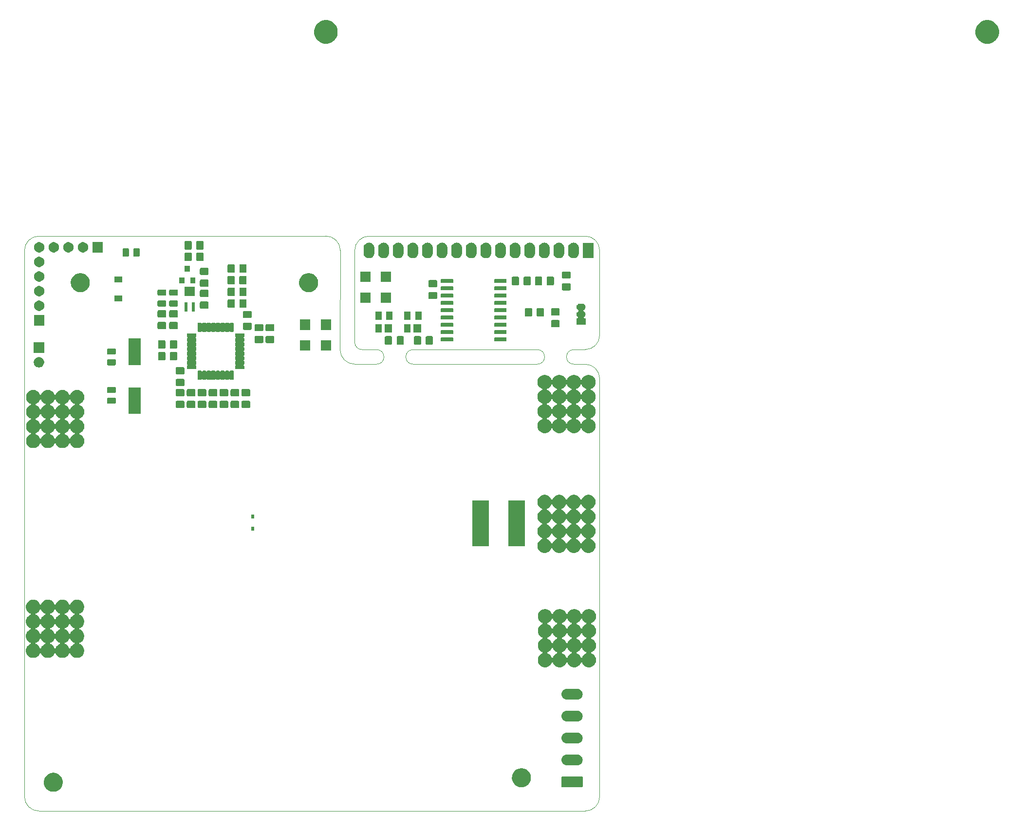
<source format=gbr>
G04 #@! TF.GenerationSoftware,KiCad,Pcbnew,(5.1.5)-3*
G04 #@! TF.CreationDate,2021-01-10T10:04:47+00:00*
G04 #@! TF.ProjectId,Ebike_Controller,4562696b-655f-4436-9f6e-74726f6c6c65,rev?*
G04 #@! TF.SameCoordinates,Original*
G04 #@! TF.FileFunction,Soldermask,Bot*
G04 #@! TF.FilePolarity,Negative*
%FSLAX46Y46*%
G04 Gerber Fmt 4.6, Leading zero omitted, Abs format (unit mm)*
G04 Created by KiCad (PCBNEW (5.1.5)-3) date 2021-01-10 10:04:47*
%MOMM*%
%LPD*%
G04 APERTURE LIST*
%ADD10C,0.050000*%
%ADD11C,0.150000*%
G04 APERTURE END LIST*
D10*
X102910000Y-61500000D02*
X102870000Y-78740000D01*
X100410000Y-59000000D02*
G75*
G02X102910000Y-61500000I0J-2500000D01*
G01*
X105410000Y-61500000D02*
G75*
G02X107910000Y-59000000I2500000J0D01*
G01*
X145500000Y-59000000D02*
G75*
G02X148000000Y-61500000I0J-2500000D01*
G01*
X148000000Y-76240000D02*
G75*
G02X145500000Y-78740000I-2500000J0D01*
G01*
X145500000Y-81280000D02*
G75*
G02X148000000Y-83780000I0J-2500000D01*
G01*
X148000000Y-156500000D02*
G75*
G02X145500000Y-159000000I-2500000J0D01*
G01*
X50500000Y-159000000D02*
G75*
G02X48000000Y-156500000I0J2500000D01*
G01*
X48000000Y-61500000D02*
G75*
G02X50500000Y-59000000I2500000J0D01*
G01*
X143510000Y-81280000D02*
X145500000Y-81280000D01*
X143510000Y-78740000D02*
X145500000Y-78740000D01*
X143510000Y-81280000D02*
G75*
G02X143510000Y-78740000I0J1270000D01*
G01*
X137160000Y-78740000D02*
G75*
G02X137160000Y-81280000I0J-1270000D01*
G01*
X109220000Y-78740000D02*
G75*
G02X109220000Y-81280000I0J-1270000D01*
G01*
X105410000Y-81280000D02*
X109220000Y-81280000D01*
X106680000Y-78740000D02*
X109220000Y-78740000D01*
X106680000Y-78740000D02*
G75*
G02X105410000Y-77470000I0J1270000D01*
G01*
X105410000Y-81280000D02*
G75*
G02X102870000Y-78740000I0J2540000D01*
G01*
X105410000Y-61500000D02*
X105410000Y-77470000D01*
X107910000Y-59000000D02*
X145500000Y-59000000D01*
X115570000Y-81280000D02*
X137160000Y-81280000D01*
X115570000Y-81280000D02*
G75*
G02X115570000Y-78740000I0J1270000D01*
G01*
X137160000Y-78740000D02*
X115570000Y-78740000D01*
X148000000Y-83780000D02*
X148000000Y-156500000D01*
X148000000Y-61500000D02*
X148000000Y-76240000D01*
X48000000Y-156500000D02*
X48000000Y-61500000D01*
X145500000Y-159000000D02*
X50500000Y-159000000D01*
X50500000Y-59000000D02*
X100410000Y-59000000D01*
D11*
G36*
X53375256Y-152391298D02*
G01*
X53481579Y-152412447D01*
X53782042Y-152536903D01*
X54052451Y-152717585D01*
X54282415Y-152947549D01*
X54390350Y-153109085D01*
X54463098Y-153217960D01*
X54587553Y-153518422D01*
X54651000Y-153837389D01*
X54651000Y-154162611D01*
X54608702Y-154375256D01*
X54587553Y-154481579D01*
X54463097Y-154782042D01*
X54282415Y-155052451D01*
X54052451Y-155282415D01*
X53782042Y-155463097D01*
X53481579Y-155587553D01*
X53375256Y-155608702D01*
X53162611Y-155651000D01*
X52837389Y-155651000D01*
X52624744Y-155608702D01*
X52518421Y-155587553D01*
X52217958Y-155463097D01*
X51947549Y-155282415D01*
X51717585Y-155052451D01*
X51536903Y-154782042D01*
X51412447Y-154481579D01*
X51391298Y-154375256D01*
X51349000Y-154162611D01*
X51349000Y-153837389D01*
X51412447Y-153518422D01*
X51536902Y-153217960D01*
X51609650Y-153109085D01*
X51717585Y-152947549D01*
X51947549Y-152717585D01*
X52217958Y-152536903D01*
X52518421Y-152412447D01*
X52624744Y-152391298D01*
X52837389Y-152349000D01*
X53162611Y-152349000D01*
X53375256Y-152391298D01*
G37*
G36*
X144910915Y-152972934D02*
G01*
X144943424Y-152982795D01*
X144973382Y-152998809D01*
X144999641Y-153020359D01*
X145021191Y-153046618D01*
X145037205Y-153076576D01*
X145047066Y-153109085D01*
X145051000Y-153149029D01*
X145051000Y-154690971D01*
X145047066Y-154730915D01*
X145037205Y-154763424D01*
X145021191Y-154793382D01*
X144999641Y-154819641D01*
X144973382Y-154841191D01*
X144943424Y-154857205D01*
X144910915Y-154867066D01*
X144870971Y-154871000D01*
X141529029Y-154871000D01*
X141489085Y-154867066D01*
X141456576Y-154857205D01*
X141426618Y-154841191D01*
X141400359Y-154819641D01*
X141378809Y-154793382D01*
X141362795Y-154763424D01*
X141352934Y-154730915D01*
X141349000Y-154690971D01*
X141349000Y-153149029D01*
X141352934Y-153109085D01*
X141362795Y-153076576D01*
X141378809Y-153046618D01*
X141400359Y-153020359D01*
X141426618Y-152998809D01*
X141456576Y-152982795D01*
X141489085Y-152972934D01*
X141529029Y-152969000D01*
X144870971Y-152969000D01*
X144910915Y-152972934D01*
G37*
G36*
X134775256Y-151591298D02*
G01*
X134881579Y-151612447D01*
X135182042Y-151736903D01*
X135452451Y-151917585D01*
X135682415Y-152147549D01*
X135863097Y-152417958D01*
X135987207Y-152717585D01*
X135987553Y-152718422D01*
X136033130Y-152947549D01*
X136051000Y-153037391D01*
X136051000Y-153362609D01*
X135987553Y-153681579D01*
X135863097Y-153982042D01*
X135682415Y-154252451D01*
X135452451Y-154482415D01*
X135182042Y-154663097D01*
X134881579Y-154787553D01*
X134775256Y-154808702D01*
X134562611Y-154851000D01*
X134237389Y-154851000D01*
X134024744Y-154808702D01*
X133918421Y-154787553D01*
X133617958Y-154663097D01*
X133347549Y-154482415D01*
X133117585Y-154252451D01*
X132936903Y-153982042D01*
X132812447Y-153681579D01*
X132749000Y-153362609D01*
X132749000Y-153037391D01*
X132766871Y-152947549D01*
X132812447Y-152718422D01*
X132812794Y-152717585D01*
X132936903Y-152417958D01*
X133117585Y-152147549D01*
X133347549Y-151917585D01*
X133617958Y-151736903D01*
X133918421Y-151612447D01*
X134024744Y-151591298D01*
X134237389Y-151549000D01*
X134562611Y-151549000D01*
X134775256Y-151591298D01*
G37*
G36*
X144286425Y-149172760D02*
G01*
X144286428Y-149172761D01*
X144286429Y-149172761D01*
X144465693Y-149227140D01*
X144465696Y-149227142D01*
X144465697Y-149227142D01*
X144630903Y-149315446D01*
X144775712Y-149434288D01*
X144894554Y-149579097D01*
X144982858Y-149744303D01*
X144982860Y-149744307D01*
X145037239Y-149923571D01*
X145037240Y-149923575D01*
X145055601Y-150110000D01*
X145037240Y-150296425D01*
X145037239Y-150296428D01*
X145037239Y-150296429D01*
X144982860Y-150475693D01*
X144982858Y-150475696D01*
X144982858Y-150475697D01*
X144894554Y-150640903D01*
X144775712Y-150785712D01*
X144630903Y-150904554D01*
X144465697Y-150992858D01*
X144465693Y-150992860D01*
X144286429Y-151047239D01*
X144286428Y-151047239D01*
X144286425Y-151047240D01*
X144146718Y-151061000D01*
X142253282Y-151061000D01*
X142113575Y-151047240D01*
X142113572Y-151047239D01*
X142113571Y-151047239D01*
X141934307Y-150992860D01*
X141934303Y-150992858D01*
X141769097Y-150904554D01*
X141624288Y-150785712D01*
X141505446Y-150640903D01*
X141417142Y-150475697D01*
X141417142Y-150475696D01*
X141417140Y-150475693D01*
X141362761Y-150296429D01*
X141362761Y-150296428D01*
X141362760Y-150296425D01*
X141344399Y-150110000D01*
X141362760Y-149923575D01*
X141362761Y-149923571D01*
X141417140Y-149744307D01*
X141417142Y-149744303D01*
X141505446Y-149579097D01*
X141624288Y-149434288D01*
X141769097Y-149315446D01*
X141934303Y-149227142D01*
X141934304Y-149227142D01*
X141934307Y-149227140D01*
X142113571Y-149172761D01*
X142113572Y-149172761D01*
X142113575Y-149172760D01*
X142253282Y-149159000D01*
X144146718Y-149159000D01*
X144286425Y-149172760D01*
G37*
G36*
X144286425Y-145362760D02*
G01*
X144286428Y-145362761D01*
X144286429Y-145362761D01*
X144465693Y-145417140D01*
X144465696Y-145417142D01*
X144465697Y-145417142D01*
X144630903Y-145505446D01*
X144775712Y-145624288D01*
X144894554Y-145769097D01*
X144982858Y-145934303D01*
X144982860Y-145934307D01*
X145037239Y-146113571D01*
X145037240Y-146113575D01*
X145055601Y-146300000D01*
X145037240Y-146486425D01*
X145037239Y-146486428D01*
X145037239Y-146486429D01*
X144982860Y-146665693D01*
X144982858Y-146665696D01*
X144982858Y-146665697D01*
X144894554Y-146830903D01*
X144775712Y-146975712D01*
X144630903Y-147094554D01*
X144465697Y-147182858D01*
X144465693Y-147182860D01*
X144286429Y-147237239D01*
X144286428Y-147237239D01*
X144286425Y-147237240D01*
X144146718Y-147251000D01*
X142253282Y-147251000D01*
X142113575Y-147237240D01*
X142113572Y-147237239D01*
X142113571Y-147237239D01*
X141934307Y-147182860D01*
X141934303Y-147182858D01*
X141769097Y-147094554D01*
X141624288Y-146975712D01*
X141505446Y-146830903D01*
X141417142Y-146665697D01*
X141417142Y-146665696D01*
X141417140Y-146665693D01*
X141362761Y-146486429D01*
X141362761Y-146486428D01*
X141362760Y-146486425D01*
X141344399Y-146300000D01*
X141362760Y-146113575D01*
X141362761Y-146113571D01*
X141417140Y-145934307D01*
X141417142Y-145934303D01*
X141505446Y-145769097D01*
X141624288Y-145624288D01*
X141769097Y-145505446D01*
X141934303Y-145417142D01*
X141934304Y-145417142D01*
X141934307Y-145417140D01*
X142113571Y-145362761D01*
X142113572Y-145362761D01*
X142113575Y-145362760D01*
X142253282Y-145349000D01*
X144146718Y-145349000D01*
X144286425Y-145362760D01*
G37*
G36*
X144286425Y-141552760D02*
G01*
X144286428Y-141552761D01*
X144286429Y-141552761D01*
X144465693Y-141607140D01*
X144465696Y-141607142D01*
X144465697Y-141607142D01*
X144630903Y-141695446D01*
X144775712Y-141814288D01*
X144894554Y-141959097D01*
X144982858Y-142124303D01*
X144982860Y-142124307D01*
X145037239Y-142303571D01*
X145037240Y-142303575D01*
X145055601Y-142490000D01*
X145037240Y-142676425D01*
X145037239Y-142676428D01*
X145037239Y-142676429D01*
X144982860Y-142855693D01*
X144982858Y-142855696D01*
X144982858Y-142855697D01*
X144894554Y-143020903D01*
X144775712Y-143165712D01*
X144630903Y-143284554D01*
X144465697Y-143372858D01*
X144465693Y-143372860D01*
X144286429Y-143427239D01*
X144286428Y-143427239D01*
X144286425Y-143427240D01*
X144146718Y-143441000D01*
X142253282Y-143441000D01*
X142113575Y-143427240D01*
X142113572Y-143427239D01*
X142113571Y-143427239D01*
X141934307Y-143372860D01*
X141934303Y-143372858D01*
X141769097Y-143284554D01*
X141624288Y-143165712D01*
X141505446Y-143020903D01*
X141417142Y-142855697D01*
X141417142Y-142855696D01*
X141417140Y-142855693D01*
X141362761Y-142676429D01*
X141362761Y-142676428D01*
X141362760Y-142676425D01*
X141344399Y-142490000D01*
X141362760Y-142303575D01*
X141362761Y-142303571D01*
X141417140Y-142124307D01*
X141417142Y-142124303D01*
X141505446Y-141959097D01*
X141624288Y-141814288D01*
X141769097Y-141695446D01*
X141934303Y-141607142D01*
X141934304Y-141607142D01*
X141934307Y-141607140D01*
X142113571Y-141552761D01*
X142113572Y-141552761D01*
X142113575Y-141552760D01*
X142253282Y-141539000D01*
X144146718Y-141539000D01*
X144286425Y-141552760D01*
G37*
G36*
X144286425Y-137742760D02*
G01*
X144286428Y-137742761D01*
X144286429Y-137742761D01*
X144465693Y-137797140D01*
X144465696Y-137797142D01*
X144465697Y-137797142D01*
X144630903Y-137885446D01*
X144775712Y-138004288D01*
X144894554Y-138149097D01*
X144982858Y-138314303D01*
X144982860Y-138314307D01*
X145037239Y-138493571D01*
X145037240Y-138493575D01*
X145055601Y-138680000D01*
X145037240Y-138866425D01*
X145037239Y-138866428D01*
X145037239Y-138866429D01*
X144982860Y-139045693D01*
X144982858Y-139045696D01*
X144982858Y-139045697D01*
X144894554Y-139210903D01*
X144775712Y-139355712D01*
X144630903Y-139474554D01*
X144465697Y-139562858D01*
X144465693Y-139562860D01*
X144286429Y-139617239D01*
X144286428Y-139617239D01*
X144286425Y-139617240D01*
X144146718Y-139631000D01*
X142253282Y-139631000D01*
X142113575Y-139617240D01*
X142113572Y-139617239D01*
X142113571Y-139617239D01*
X141934307Y-139562860D01*
X141934303Y-139562858D01*
X141769097Y-139474554D01*
X141624288Y-139355712D01*
X141505446Y-139210903D01*
X141417142Y-139045697D01*
X141417142Y-139045696D01*
X141417140Y-139045693D01*
X141362761Y-138866429D01*
X141362761Y-138866428D01*
X141362760Y-138866425D01*
X141344399Y-138680000D01*
X141362760Y-138493575D01*
X141362761Y-138493571D01*
X141417140Y-138314307D01*
X141417142Y-138314303D01*
X141505446Y-138149097D01*
X141624288Y-138004288D01*
X141769097Y-137885446D01*
X141934303Y-137797142D01*
X141934304Y-137797142D01*
X141934307Y-137797140D01*
X142113571Y-137742761D01*
X142113572Y-137742761D01*
X142113575Y-137742760D01*
X142253282Y-137729000D01*
X144146718Y-137729000D01*
X144286425Y-137742760D01*
G37*
G36*
X138870403Y-123913575D02*
G01*
X138986764Y-123961773D01*
X139098071Y-124007878D01*
X139302966Y-124144785D01*
X139477215Y-124319034D01*
X139614122Y-124523929D01*
X139614123Y-124523931D01*
X139660016Y-124634727D01*
X139671567Y-124656338D01*
X139687112Y-124675279D01*
X139706054Y-124690825D01*
X139727665Y-124702376D01*
X139751114Y-124709489D01*
X139775500Y-124711891D01*
X139799886Y-124709489D01*
X139823335Y-124702376D01*
X139844946Y-124690825D01*
X139863887Y-124675280D01*
X139879433Y-124656338D01*
X139890984Y-124634727D01*
X139936877Y-124523931D01*
X139936878Y-124523929D01*
X140073785Y-124319034D01*
X140248034Y-124144785D01*
X140452929Y-124007878D01*
X140564237Y-123961773D01*
X140680597Y-123913575D01*
X140922286Y-123865500D01*
X141168714Y-123865500D01*
X141410403Y-123913575D01*
X141526764Y-123961773D01*
X141638071Y-124007878D01*
X141842966Y-124144785D01*
X142017215Y-124319034D01*
X142154122Y-124523929D01*
X142154123Y-124523931D01*
X142200016Y-124634727D01*
X142211567Y-124656338D01*
X142227112Y-124675279D01*
X142246054Y-124690825D01*
X142267665Y-124702376D01*
X142291114Y-124709489D01*
X142315500Y-124711891D01*
X142339886Y-124709489D01*
X142363335Y-124702376D01*
X142384946Y-124690825D01*
X142403887Y-124675280D01*
X142419433Y-124656338D01*
X142430984Y-124634727D01*
X142476877Y-124523931D01*
X142476878Y-124523929D01*
X142613785Y-124319034D01*
X142788034Y-124144785D01*
X142992929Y-124007878D01*
X143104237Y-123961773D01*
X143220597Y-123913575D01*
X143462286Y-123865500D01*
X143708714Y-123865500D01*
X143950403Y-123913575D01*
X144066764Y-123961773D01*
X144178071Y-124007878D01*
X144382966Y-124144785D01*
X144557215Y-124319034D01*
X144694122Y-124523929D01*
X144694123Y-124523931D01*
X144740016Y-124634727D01*
X144751567Y-124656338D01*
X144767112Y-124675279D01*
X144786054Y-124690825D01*
X144807665Y-124702376D01*
X144831114Y-124709489D01*
X144855500Y-124711891D01*
X144879886Y-124709489D01*
X144903335Y-124702376D01*
X144924946Y-124690825D01*
X144943887Y-124675280D01*
X144959433Y-124656338D01*
X144970984Y-124634727D01*
X145016877Y-124523931D01*
X145016878Y-124523929D01*
X145153785Y-124319034D01*
X145328034Y-124144785D01*
X145532929Y-124007878D01*
X145644237Y-123961773D01*
X145760597Y-123913575D01*
X146002286Y-123865500D01*
X146248714Y-123865500D01*
X146490403Y-123913575D01*
X146606764Y-123961773D01*
X146718071Y-124007878D01*
X146922966Y-124144785D01*
X147097215Y-124319034D01*
X147234122Y-124523929D01*
X147234123Y-124523931D01*
X147328425Y-124751597D01*
X147376500Y-124993286D01*
X147376500Y-125239714D01*
X147328425Y-125481403D01*
X147272926Y-125615391D01*
X147234122Y-125709071D01*
X147097215Y-125913966D01*
X146922966Y-126088215D01*
X146718071Y-126225122D01*
X146718070Y-126225123D01*
X146718069Y-126225123D01*
X146607273Y-126271016D01*
X146585662Y-126282567D01*
X146566721Y-126298112D01*
X146551175Y-126317054D01*
X146539624Y-126338665D01*
X146532511Y-126362114D01*
X146530109Y-126386500D01*
X146532511Y-126410886D01*
X146539624Y-126434335D01*
X146551175Y-126455946D01*
X146566720Y-126474887D01*
X146585662Y-126490433D01*
X146607273Y-126501984D01*
X146718071Y-126547878D01*
X146922966Y-126684785D01*
X147097215Y-126859034D01*
X147234122Y-127063929D01*
X147234123Y-127063931D01*
X147328425Y-127291597D01*
X147376500Y-127533286D01*
X147376500Y-127779714D01*
X147328425Y-128021403D01*
X147272926Y-128155391D01*
X147234122Y-128249071D01*
X147097215Y-128453966D01*
X146922966Y-128628215D01*
X146718071Y-128765122D01*
X146718070Y-128765123D01*
X146718069Y-128765123D01*
X146607273Y-128811016D01*
X146585662Y-128822567D01*
X146566721Y-128838112D01*
X146551175Y-128857054D01*
X146539624Y-128878665D01*
X146532511Y-128902114D01*
X146530109Y-128926500D01*
X146532511Y-128950886D01*
X146539624Y-128974335D01*
X146551175Y-128995946D01*
X146566720Y-129014887D01*
X146585662Y-129030433D01*
X146607273Y-129041984D01*
X146718071Y-129087878D01*
X146922966Y-129224785D01*
X147097215Y-129399034D01*
X147234122Y-129603929D01*
X147234123Y-129603931D01*
X147328425Y-129831597D01*
X147376500Y-130073286D01*
X147376500Y-130319714D01*
X147328425Y-130561403D01*
X147272926Y-130695391D01*
X147234122Y-130789071D01*
X147097215Y-130993966D01*
X146922966Y-131168215D01*
X146718071Y-131305122D01*
X146718070Y-131305123D01*
X146718069Y-131305123D01*
X146607273Y-131351016D01*
X146585662Y-131362567D01*
X146566721Y-131378112D01*
X146551175Y-131397054D01*
X146539624Y-131418665D01*
X146532511Y-131442114D01*
X146530109Y-131466500D01*
X146532511Y-131490886D01*
X146539624Y-131514335D01*
X146551175Y-131535946D01*
X146566720Y-131554887D01*
X146585662Y-131570433D01*
X146607273Y-131581984D01*
X146718071Y-131627878D01*
X146922966Y-131764785D01*
X147097215Y-131939034D01*
X147234122Y-132143929D01*
X147234123Y-132143931D01*
X147328425Y-132371597D01*
X147376500Y-132613286D01*
X147376500Y-132859714D01*
X147328425Y-133101403D01*
X147303253Y-133162175D01*
X147234122Y-133329071D01*
X147097215Y-133533966D01*
X146922966Y-133708215D01*
X146718071Y-133845122D01*
X146718070Y-133845123D01*
X146718069Y-133845123D01*
X146490403Y-133939425D01*
X146248714Y-133987500D01*
X146002286Y-133987500D01*
X145760597Y-133939425D01*
X145532931Y-133845123D01*
X145532930Y-133845123D01*
X145532929Y-133845122D01*
X145328034Y-133708215D01*
X145153785Y-133533966D01*
X145016878Y-133329071D01*
X144970984Y-133218273D01*
X144959433Y-133196662D01*
X144943888Y-133177721D01*
X144924946Y-133162175D01*
X144903335Y-133150624D01*
X144879886Y-133143511D01*
X144855500Y-133141109D01*
X144831114Y-133143511D01*
X144807665Y-133150624D01*
X144786054Y-133162175D01*
X144767113Y-133177720D01*
X144751567Y-133196662D01*
X144740016Y-133218273D01*
X144694122Y-133329071D01*
X144557215Y-133533966D01*
X144382966Y-133708215D01*
X144178071Y-133845122D01*
X144178070Y-133845123D01*
X144178069Y-133845123D01*
X143950403Y-133939425D01*
X143708714Y-133987500D01*
X143462286Y-133987500D01*
X143220597Y-133939425D01*
X142992931Y-133845123D01*
X142992930Y-133845123D01*
X142992929Y-133845122D01*
X142788034Y-133708215D01*
X142613785Y-133533966D01*
X142476878Y-133329071D01*
X142430984Y-133218273D01*
X142419433Y-133196662D01*
X142403888Y-133177721D01*
X142384946Y-133162175D01*
X142363335Y-133150624D01*
X142339886Y-133143511D01*
X142315500Y-133141109D01*
X142291114Y-133143511D01*
X142267665Y-133150624D01*
X142246054Y-133162175D01*
X142227113Y-133177720D01*
X142211567Y-133196662D01*
X142200016Y-133218273D01*
X142154122Y-133329071D01*
X142017215Y-133533966D01*
X141842966Y-133708215D01*
X141638071Y-133845122D01*
X141638070Y-133845123D01*
X141638069Y-133845123D01*
X141410403Y-133939425D01*
X141168714Y-133987500D01*
X140922286Y-133987500D01*
X140680597Y-133939425D01*
X140452931Y-133845123D01*
X140452930Y-133845123D01*
X140452929Y-133845122D01*
X140248034Y-133708215D01*
X140073785Y-133533966D01*
X139936878Y-133329071D01*
X139890984Y-133218273D01*
X139879433Y-133196662D01*
X139863888Y-133177721D01*
X139844946Y-133162175D01*
X139823335Y-133150624D01*
X139799886Y-133143511D01*
X139775500Y-133141109D01*
X139751114Y-133143511D01*
X139727665Y-133150624D01*
X139706054Y-133162175D01*
X139687113Y-133177720D01*
X139671567Y-133196662D01*
X139660016Y-133218273D01*
X139614122Y-133329071D01*
X139477215Y-133533966D01*
X139302966Y-133708215D01*
X139098071Y-133845122D01*
X139098070Y-133845123D01*
X139098069Y-133845123D01*
X138870403Y-133939425D01*
X138628714Y-133987500D01*
X138382286Y-133987500D01*
X138140597Y-133939425D01*
X137912931Y-133845123D01*
X137912930Y-133845123D01*
X137912929Y-133845122D01*
X137708034Y-133708215D01*
X137533785Y-133533966D01*
X137396878Y-133329071D01*
X137327748Y-133162175D01*
X137302575Y-133101403D01*
X137254500Y-132859714D01*
X137254500Y-132613286D01*
X137302575Y-132371597D01*
X137396877Y-132143931D01*
X137396878Y-132143929D01*
X137533785Y-131939034D01*
X137708034Y-131764785D01*
X137912929Y-131627878D01*
X138023727Y-131581984D01*
X138045338Y-131570433D01*
X138064279Y-131554888D01*
X138079825Y-131535946D01*
X138091376Y-131514335D01*
X138098489Y-131490886D01*
X138100891Y-131466500D01*
X138910109Y-131466500D01*
X138912511Y-131490886D01*
X138919624Y-131514335D01*
X138931175Y-131535946D01*
X138946720Y-131554887D01*
X138965662Y-131570433D01*
X138987273Y-131581984D01*
X139098071Y-131627878D01*
X139302966Y-131764785D01*
X139477215Y-131939034D01*
X139614122Y-132143929D01*
X139614123Y-132143931D01*
X139660016Y-132254727D01*
X139671567Y-132276338D01*
X139687112Y-132295279D01*
X139706054Y-132310825D01*
X139727665Y-132322376D01*
X139751114Y-132329489D01*
X139775500Y-132331891D01*
X139799886Y-132329489D01*
X139823335Y-132322376D01*
X139844946Y-132310825D01*
X139863887Y-132295280D01*
X139879433Y-132276338D01*
X139890984Y-132254727D01*
X139936877Y-132143931D01*
X139936878Y-132143929D01*
X140073785Y-131939034D01*
X140248034Y-131764785D01*
X140452929Y-131627878D01*
X140563727Y-131581984D01*
X140585338Y-131570433D01*
X140604279Y-131554888D01*
X140619825Y-131535946D01*
X140631376Y-131514335D01*
X140638489Y-131490886D01*
X140640891Y-131466500D01*
X141450109Y-131466500D01*
X141452511Y-131490886D01*
X141459624Y-131514335D01*
X141471175Y-131535946D01*
X141486720Y-131554887D01*
X141505662Y-131570433D01*
X141527273Y-131581984D01*
X141638071Y-131627878D01*
X141842966Y-131764785D01*
X142017215Y-131939034D01*
X142154122Y-132143929D01*
X142154123Y-132143931D01*
X142200016Y-132254727D01*
X142211567Y-132276338D01*
X142227112Y-132295279D01*
X142246054Y-132310825D01*
X142267665Y-132322376D01*
X142291114Y-132329489D01*
X142315500Y-132331891D01*
X142339886Y-132329489D01*
X142363335Y-132322376D01*
X142384946Y-132310825D01*
X142403887Y-132295280D01*
X142419433Y-132276338D01*
X142430984Y-132254727D01*
X142476877Y-132143931D01*
X142476878Y-132143929D01*
X142613785Y-131939034D01*
X142788034Y-131764785D01*
X142992929Y-131627878D01*
X143103727Y-131581984D01*
X143125338Y-131570433D01*
X143144279Y-131554888D01*
X143159825Y-131535946D01*
X143171376Y-131514335D01*
X143178489Y-131490886D01*
X143180891Y-131466500D01*
X143990109Y-131466500D01*
X143992511Y-131490886D01*
X143999624Y-131514335D01*
X144011175Y-131535946D01*
X144026720Y-131554887D01*
X144045662Y-131570433D01*
X144067273Y-131581984D01*
X144178071Y-131627878D01*
X144382966Y-131764785D01*
X144557215Y-131939034D01*
X144694122Y-132143929D01*
X144694123Y-132143931D01*
X144740016Y-132254727D01*
X144751567Y-132276338D01*
X144767112Y-132295279D01*
X144786054Y-132310825D01*
X144807665Y-132322376D01*
X144831114Y-132329489D01*
X144855500Y-132331891D01*
X144879886Y-132329489D01*
X144903335Y-132322376D01*
X144924946Y-132310825D01*
X144943887Y-132295280D01*
X144959433Y-132276338D01*
X144970984Y-132254727D01*
X145016877Y-132143931D01*
X145016878Y-132143929D01*
X145153785Y-131939034D01*
X145328034Y-131764785D01*
X145532929Y-131627878D01*
X145643727Y-131581984D01*
X145665338Y-131570433D01*
X145684279Y-131554888D01*
X145699825Y-131535946D01*
X145711376Y-131514335D01*
X145718489Y-131490886D01*
X145720891Y-131466500D01*
X145718489Y-131442114D01*
X145711376Y-131418665D01*
X145699825Y-131397054D01*
X145684280Y-131378113D01*
X145665338Y-131362567D01*
X145643727Y-131351016D01*
X145532931Y-131305123D01*
X145532930Y-131305123D01*
X145532929Y-131305122D01*
X145328034Y-131168215D01*
X145153785Y-130993966D01*
X145016878Y-130789071D01*
X144978075Y-130695391D01*
X144970984Y-130678273D01*
X144959433Y-130656662D01*
X144943888Y-130637721D01*
X144924946Y-130622175D01*
X144903335Y-130610624D01*
X144879886Y-130603511D01*
X144855500Y-130601109D01*
X144831114Y-130603511D01*
X144807665Y-130610624D01*
X144786054Y-130622175D01*
X144767113Y-130637720D01*
X144751567Y-130656662D01*
X144740016Y-130678273D01*
X144732926Y-130695391D01*
X144694122Y-130789071D01*
X144557215Y-130993966D01*
X144382966Y-131168215D01*
X144178071Y-131305122D01*
X144178070Y-131305123D01*
X144178069Y-131305123D01*
X144067273Y-131351016D01*
X144045662Y-131362567D01*
X144026721Y-131378112D01*
X144011175Y-131397054D01*
X143999624Y-131418665D01*
X143992511Y-131442114D01*
X143990109Y-131466500D01*
X143180891Y-131466500D01*
X143178489Y-131442114D01*
X143171376Y-131418665D01*
X143159825Y-131397054D01*
X143144280Y-131378113D01*
X143125338Y-131362567D01*
X143103727Y-131351016D01*
X142992931Y-131305123D01*
X142992930Y-131305123D01*
X142992929Y-131305122D01*
X142788034Y-131168215D01*
X142613785Y-130993966D01*
X142476878Y-130789071D01*
X142438075Y-130695391D01*
X142430984Y-130678273D01*
X142419433Y-130656662D01*
X142403888Y-130637721D01*
X142384946Y-130622175D01*
X142363335Y-130610624D01*
X142339886Y-130603511D01*
X142315500Y-130601109D01*
X142291114Y-130603511D01*
X142267665Y-130610624D01*
X142246054Y-130622175D01*
X142227113Y-130637720D01*
X142211567Y-130656662D01*
X142200016Y-130678273D01*
X142192926Y-130695391D01*
X142154122Y-130789071D01*
X142017215Y-130993966D01*
X141842966Y-131168215D01*
X141638071Y-131305122D01*
X141638070Y-131305123D01*
X141638069Y-131305123D01*
X141527273Y-131351016D01*
X141505662Y-131362567D01*
X141486721Y-131378112D01*
X141471175Y-131397054D01*
X141459624Y-131418665D01*
X141452511Y-131442114D01*
X141450109Y-131466500D01*
X140640891Y-131466500D01*
X140638489Y-131442114D01*
X140631376Y-131418665D01*
X140619825Y-131397054D01*
X140604280Y-131378113D01*
X140585338Y-131362567D01*
X140563727Y-131351016D01*
X140452931Y-131305123D01*
X140452930Y-131305123D01*
X140452929Y-131305122D01*
X140248034Y-131168215D01*
X140073785Y-130993966D01*
X139936878Y-130789071D01*
X139898075Y-130695391D01*
X139890984Y-130678273D01*
X139879433Y-130656662D01*
X139863888Y-130637721D01*
X139844946Y-130622175D01*
X139823335Y-130610624D01*
X139799886Y-130603511D01*
X139775500Y-130601109D01*
X139751114Y-130603511D01*
X139727665Y-130610624D01*
X139706054Y-130622175D01*
X139687113Y-130637720D01*
X139671567Y-130656662D01*
X139660016Y-130678273D01*
X139652926Y-130695391D01*
X139614122Y-130789071D01*
X139477215Y-130993966D01*
X139302966Y-131168215D01*
X139098071Y-131305122D01*
X139098070Y-131305123D01*
X139098069Y-131305123D01*
X138987273Y-131351016D01*
X138965662Y-131362567D01*
X138946721Y-131378112D01*
X138931175Y-131397054D01*
X138919624Y-131418665D01*
X138912511Y-131442114D01*
X138910109Y-131466500D01*
X138100891Y-131466500D01*
X138098489Y-131442114D01*
X138091376Y-131418665D01*
X138079825Y-131397054D01*
X138064280Y-131378113D01*
X138045338Y-131362567D01*
X138023727Y-131351016D01*
X137912931Y-131305123D01*
X137912930Y-131305123D01*
X137912929Y-131305122D01*
X137708034Y-131168215D01*
X137533785Y-130993966D01*
X137396878Y-130789071D01*
X137358075Y-130695391D01*
X137302575Y-130561403D01*
X137254500Y-130319714D01*
X137254500Y-130073286D01*
X137302575Y-129831597D01*
X137396877Y-129603931D01*
X137396878Y-129603929D01*
X137533785Y-129399034D01*
X137708034Y-129224785D01*
X137912929Y-129087878D01*
X138023727Y-129041984D01*
X138045338Y-129030433D01*
X138064279Y-129014888D01*
X138079825Y-128995946D01*
X138091376Y-128974335D01*
X138098489Y-128950886D01*
X138100891Y-128926500D01*
X138910109Y-128926500D01*
X138912511Y-128950886D01*
X138919624Y-128974335D01*
X138931175Y-128995946D01*
X138946720Y-129014887D01*
X138965662Y-129030433D01*
X138987273Y-129041984D01*
X139098071Y-129087878D01*
X139302966Y-129224785D01*
X139477215Y-129399034D01*
X139614122Y-129603929D01*
X139614123Y-129603931D01*
X139660016Y-129714727D01*
X139671567Y-129736338D01*
X139687112Y-129755279D01*
X139706054Y-129770825D01*
X139727665Y-129782376D01*
X139751114Y-129789489D01*
X139775500Y-129791891D01*
X139799886Y-129789489D01*
X139823335Y-129782376D01*
X139844946Y-129770825D01*
X139863887Y-129755280D01*
X139879433Y-129736338D01*
X139890984Y-129714727D01*
X139936877Y-129603931D01*
X139936878Y-129603929D01*
X140073785Y-129399034D01*
X140248034Y-129224785D01*
X140452929Y-129087878D01*
X140563727Y-129041984D01*
X140585338Y-129030433D01*
X140604279Y-129014888D01*
X140619825Y-128995946D01*
X140631376Y-128974335D01*
X140638489Y-128950886D01*
X140640891Y-128926500D01*
X141450109Y-128926500D01*
X141452511Y-128950886D01*
X141459624Y-128974335D01*
X141471175Y-128995946D01*
X141486720Y-129014887D01*
X141505662Y-129030433D01*
X141527273Y-129041984D01*
X141638071Y-129087878D01*
X141842966Y-129224785D01*
X142017215Y-129399034D01*
X142154122Y-129603929D01*
X142154123Y-129603931D01*
X142200016Y-129714727D01*
X142211567Y-129736338D01*
X142227112Y-129755279D01*
X142246054Y-129770825D01*
X142267665Y-129782376D01*
X142291114Y-129789489D01*
X142315500Y-129791891D01*
X142339886Y-129789489D01*
X142363335Y-129782376D01*
X142384946Y-129770825D01*
X142403887Y-129755280D01*
X142419433Y-129736338D01*
X142430984Y-129714727D01*
X142476877Y-129603931D01*
X142476878Y-129603929D01*
X142613785Y-129399034D01*
X142788034Y-129224785D01*
X142992929Y-129087878D01*
X143103727Y-129041984D01*
X143125338Y-129030433D01*
X143144279Y-129014888D01*
X143159825Y-128995946D01*
X143171376Y-128974335D01*
X143178489Y-128950886D01*
X143180891Y-128926500D01*
X143990109Y-128926500D01*
X143992511Y-128950886D01*
X143999624Y-128974335D01*
X144011175Y-128995946D01*
X144026720Y-129014887D01*
X144045662Y-129030433D01*
X144067273Y-129041984D01*
X144178071Y-129087878D01*
X144382966Y-129224785D01*
X144557215Y-129399034D01*
X144694122Y-129603929D01*
X144694123Y-129603931D01*
X144740016Y-129714727D01*
X144751567Y-129736338D01*
X144767112Y-129755279D01*
X144786054Y-129770825D01*
X144807665Y-129782376D01*
X144831114Y-129789489D01*
X144855500Y-129791891D01*
X144879886Y-129789489D01*
X144903335Y-129782376D01*
X144924946Y-129770825D01*
X144943887Y-129755280D01*
X144959433Y-129736338D01*
X144970984Y-129714727D01*
X145016877Y-129603931D01*
X145016878Y-129603929D01*
X145153785Y-129399034D01*
X145328034Y-129224785D01*
X145532929Y-129087878D01*
X145643727Y-129041984D01*
X145665338Y-129030433D01*
X145684279Y-129014888D01*
X145699825Y-128995946D01*
X145711376Y-128974335D01*
X145718489Y-128950886D01*
X145720891Y-128926500D01*
X145718489Y-128902114D01*
X145711376Y-128878665D01*
X145699825Y-128857054D01*
X145684280Y-128838113D01*
X145665338Y-128822567D01*
X145643727Y-128811016D01*
X145532931Y-128765123D01*
X145532930Y-128765123D01*
X145532929Y-128765122D01*
X145328034Y-128628215D01*
X145153785Y-128453966D01*
X145016878Y-128249071D01*
X144978075Y-128155391D01*
X144970984Y-128138273D01*
X144959433Y-128116662D01*
X144943888Y-128097721D01*
X144924946Y-128082175D01*
X144903335Y-128070624D01*
X144879886Y-128063511D01*
X144855500Y-128061109D01*
X144831114Y-128063511D01*
X144807665Y-128070624D01*
X144786054Y-128082175D01*
X144767113Y-128097720D01*
X144751567Y-128116662D01*
X144740016Y-128138273D01*
X144732926Y-128155391D01*
X144694122Y-128249071D01*
X144557215Y-128453966D01*
X144382966Y-128628215D01*
X144178071Y-128765122D01*
X144178070Y-128765123D01*
X144178069Y-128765123D01*
X144067273Y-128811016D01*
X144045662Y-128822567D01*
X144026721Y-128838112D01*
X144011175Y-128857054D01*
X143999624Y-128878665D01*
X143992511Y-128902114D01*
X143990109Y-128926500D01*
X143180891Y-128926500D01*
X143178489Y-128902114D01*
X143171376Y-128878665D01*
X143159825Y-128857054D01*
X143144280Y-128838113D01*
X143125338Y-128822567D01*
X143103727Y-128811016D01*
X142992931Y-128765123D01*
X142992930Y-128765123D01*
X142992929Y-128765122D01*
X142788034Y-128628215D01*
X142613785Y-128453966D01*
X142476878Y-128249071D01*
X142438075Y-128155391D01*
X142430984Y-128138273D01*
X142419433Y-128116662D01*
X142403888Y-128097721D01*
X142384946Y-128082175D01*
X142363335Y-128070624D01*
X142339886Y-128063511D01*
X142315500Y-128061109D01*
X142291114Y-128063511D01*
X142267665Y-128070624D01*
X142246054Y-128082175D01*
X142227113Y-128097720D01*
X142211567Y-128116662D01*
X142200016Y-128138273D01*
X142192926Y-128155391D01*
X142154122Y-128249071D01*
X142017215Y-128453966D01*
X141842966Y-128628215D01*
X141638071Y-128765122D01*
X141638070Y-128765123D01*
X141638069Y-128765123D01*
X141527273Y-128811016D01*
X141505662Y-128822567D01*
X141486721Y-128838112D01*
X141471175Y-128857054D01*
X141459624Y-128878665D01*
X141452511Y-128902114D01*
X141450109Y-128926500D01*
X140640891Y-128926500D01*
X140638489Y-128902114D01*
X140631376Y-128878665D01*
X140619825Y-128857054D01*
X140604280Y-128838113D01*
X140585338Y-128822567D01*
X140563727Y-128811016D01*
X140452931Y-128765123D01*
X140452930Y-128765123D01*
X140452929Y-128765122D01*
X140248034Y-128628215D01*
X140073785Y-128453966D01*
X139936878Y-128249071D01*
X139898075Y-128155391D01*
X139890984Y-128138273D01*
X139879433Y-128116662D01*
X139863888Y-128097721D01*
X139844946Y-128082175D01*
X139823335Y-128070624D01*
X139799886Y-128063511D01*
X139775500Y-128061109D01*
X139751114Y-128063511D01*
X139727665Y-128070624D01*
X139706054Y-128082175D01*
X139687113Y-128097720D01*
X139671567Y-128116662D01*
X139660016Y-128138273D01*
X139652926Y-128155391D01*
X139614122Y-128249071D01*
X139477215Y-128453966D01*
X139302966Y-128628215D01*
X139098071Y-128765122D01*
X139098070Y-128765123D01*
X139098069Y-128765123D01*
X138987273Y-128811016D01*
X138965662Y-128822567D01*
X138946721Y-128838112D01*
X138931175Y-128857054D01*
X138919624Y-128878665D01*
X138912511Y-128902114D01*
X138910109Y-128926500D01*
X138100891Y-128926500D01*
X138098489Y-128902114D01*
X138091376Y-128878665D01*
X138079825Y-128857054D01*
X138064280Y-128838113D01*
X138045338Y-128822567D01*
X138023727Y-128811016D01*
X137912931Y-128765123D01*
X137912930Y-128765123D01*
X137912929Y-128765122D01*
X137708034Y-128628215D01*
X137533785Y-128453966D01*
X137396878Y-128249071D01*
X137358075Y-128155391D01*
X137302575Y-128021403D01*
X137254500Y-127779714D01*
X137254500Y-127533286D01*
X137302575Y-127291597D01*
X137396877Y-127063931D01*
X137396878Y-127063929D01*
X137533785Y-126859034D01*
X137708034Y-126684785D01*
X137912929Y-126547878D01*
X138023727Y-126501984D01*
X138045338Y-126490433D01*
X138064279Y-126474888D01*
X138079825Y-126455946D01*
X138091376Y-126434335D01*
X138098489Y-126410886D01*
X138100891Y-126386500D01*
X138910109Y-126386500D01*
X138912511Y-126410886D01*
X138919624Y-126434335D01*
X138931175Y-126455946D01*
X138946720Y-126474887D01*
X138965662Y-126490433D01*
X138987273Y-126501984D01*
X139098071Y-126547878D01*
X139302966Y-126684785D01*
X139477215Y-126859034D01*
X139614122Y-127063929D01*
X139614123Y-127063931D01*
X139660016Y-127174727D01*
X139671567Y-127196338D01*
X139687112Y-127215279D01*
X139706054Y-127230825D01*
X139727665Y-127242376D01*
X139751114Y-127249489D01*
X139775500Y-127251891D01*
X139799886Y-127249489D01*
X139823335Y-127242376D01*
X139844946Y-127230825D01*
X139863887Y-127215280D01*
X139879433Y-127196338D01*
X139890984Y-127174727D01*
X139936877Y-127063931D01*
X139936878Y-127063929D01*
X140073785Y-126859034D01*
X140248034Y-126684785D01*
X140452929Y-126547878D01*
X140563727Y-126501984D01*
X140585338Y-126490433D01*
X140604279Y-126474888D01*
X140619825Y-126455946D01*
X140631376Y-126434335D01*
X140638489Y-126410886D01*
X140640891Y-126386500D01*
X141450109Y-126386500D01*
X141452511Y-126410886D01*
X141459624Y-126434335D01*
X141471175Y-126455946D01*
X141486720Y-126474887D01*
X141505662Y-126490433D01*
X141527273Y-126501984D01*
X141638071Y-126547878D01*
X141842966Y-126684785D01*
X142017215Y-126859034D01*
X142154122Y-127063929D01*
X142154123Y-127063931D01*
X142200016Y-127174727D01*
X142211567Y-127196338D01*
X142227112Y-127215279D01*
X142246054Y-127230825D01*
X142267665Y-127242376D01*
X142291114Y-127249489D01*
X142315500Y-127251891D01*
X142339886Y-127249489D01*
X142363335Y-127242376D01*
X142384946Y-127230825D01*
X142403887Y-127215280D01*
X142419433Y-127196338D01*
X142430984Y-127174727D01*
X142476877Y-127063931D01*
X142476878Y-127063929D01*
X142613785Y-126859034D01*
X142788034Y-126684785D01*
X142992929Y-126547878D01*
X143103727Y-126501984D01*
X143125338Y-126490433D01*
X143144279Y-126474888D01*
X143159825Y-126455946D01*
X143171376Y-126434335D01*
X143178489Y-126410886D01*
X143180891Y-126386500D01*
X143990109Y-126386500D01*
X143992511Y-126410886D01*
X143999624Y-126434335D01*
X144011175Y-126455946D01*
X144026720Y-126474887D01*
X144045662Y-126490433D01*
X144067273Y-126501984D01*
X144178071Y-126547878D01*
X144382966Y-126684785D01*
X144557215Y-126859034D01*
X144694122Y-127063929D01*
X144694123Y-127063931D01*
X144740016Y-127174727D01*
X144751567Y-127196338D01*
X144767112Y-127215279D01*
X144786054Y-127230825D01*
X144807665Y-127242376D01*
X144831114Y-127249489D01*
X144855500Y-127251891D01*
X144879886Y-127249489D01*
X144903335Y-127242376D01*
X144924946Y-127230825D01*
X144943887Y-127215280D01*
X144959433Y-127196338D01*
X144970984Y-127174727D01*
X145016877Y-127063931D01*
X145016878Y-127063929D01*
X145153785Y-126859034D01*
X145328034Y-126684785D01*
X145532929Y-126547878D01*
X145643727Y-126501984D01*
X145665338Y-126490433D01*
X145684279Y-126474888D01*
X145699825Y-126455946D01*
X145711376Y-126434335D01*
X145718489Y-126410886D01*
X145720891Y-126386500D01*
X145718489Y-126362114D01*
X145711376Y-126338665D01*
X145699825Y-126317054D01*
X145684280Y-126298113D01*
X145665338Y-126282567D01*
X145643727Y-126271016D01*
X145532931Y-126225123D01*
X145532930Y-126225123D01*
X145532929Y-126225122D01*
X145328034Y-126088215D01*
X145153785Y-125913966D01*
X145016878Y-125709071D01*
X144978075Y-125615391D01*
X144970984Y-125598273D01*
X144959433Y-125576662D01*
X144943888Y-125557721D01*
X144924946Y-125542175D01*
X144903335Y-125530624D01*
X144879886Y-125523511D01*
X144855500Y-125521109D01*
X144831114Y-125523511D01*
X144807665Y-125530624D01*
X144786054Y-125542175D01*
X144767113Y-125557720D01*
X144751567Y-125576662D01*
X144740016Y-125598273D01*
X144732926Y-125615391D01*
X144694122Y-125709071D01*
X144557215Y-125913966D01*
X144382966Y-126088215D01*
X144178071Y-126225122D01*
X144178070Y-126225123D01*
X144178069Y-126225123D01*
X144067273Y-126271016D01*
X144045662Y-126282567D01*
X144026721Y-126298112D01*
X144011175Y-126317054D01*
X143999624Y-126338665D01*
X143992511Y-126362114D01*
X143990109Y-126386500D01*
X143180891Y-126386500D01*
X143178489Y-126362114D01*
X143171376Y-126338665D01*
X143159825Y-126317054D01*
X143144280Y-126298113D01*
X143125338Y-126282567D01*
X143103727Y-126271016D01*
X142992931Y-126225123D01*
X142992930Y-126225123D01*
X142992929Y-126225122D01*
X142788034Y-126088215D01*
X142613785Y-125913966D01*
X142476878Y-125709071D01*
X142438075Y-125615391D01*
X142430984Y-125598273D01*
X142419433Y-125576662D01*
X142403888Y-125557721D01*
X142384946Y-125542175D01*
X142363335Y-125530624D01*
X142339886Y-125523511D01*
X142315500Y-125521109D01*
X142291114Y-125523511D01*
X142267665Y-125530624D01*
X142246054Y-125542175D01*
X142227113Y-125557720D01*
X142211567Y-125576662D01*
X142200016Y-125598273D01*
X142192926Y-125615391D01*
X142154122Y-125709071D01*
X142017215Y-125913966D01*
X141842966Y-126088215D01*
X141638071Y-126225122D01*
X141638070Y-126225123D01*
X141638069Y-126225123D01*
X141527273Y-126271016D01*
X141505662Y-126282567D01*
X141486721Y-126298112D01*
X141471175Y-126317054D01*
X141459624Y-126338665D01*
X141452511Y-126362114D01*
X141450109Y-126386500D01*
X140640891Y-126386500D01*
X140638489Y-126362114D01*
X140631376Y-126338665D01*
X140619825Y-126317054D01*
X140604280Y-126298113D01*
X140585338Y-126282567D01*
X140563727Y-126271016D01*
X140452931Y-126225123D01*
X140452930Y-126225123D01*
X140452929Y-126225122D01*
X140248034Y-126088215D01*
X140073785Y-125913966D01*
X139936878Y-125709071D01*
X139898075Y-125615391D01*
X139890984Y-125598273D01*
X139879433Y-125576662D01*
X139863888Y-125557721D01*
X139844946Y-125542175D01*
X139823335Y-125530624D01*
X139799886Y-125523511D01*
X139775500Y-125521109D01*
X139751114Y-125523511D01*
X139727665Y-125530624D01*
X139706054Y-125542175D01*
X139687113Y-125557720D01*
X139671567Y-125576662D01*
X139660016Y-125598273D01*
X139652926Y-125615391D01*
X139614122Y-125709071D01*
X139477215Y-125913966D01*
X139302966Y-126088215D01*
X139098071Y-126225122D01*
X139098070Y-126225123D01*
X139098069Y-126225123D01*
X138987273Y-126271016D01*
X138965662Y-126282567D01*
X138946721Y-126298112D01*
X138931175Y-126317054D01*
X138919624Y-126338665D01*
X138912511Y-126362114D01*
X138910109Y-126386500D01*
X138100891Y-126386500D01*
X138098489Y-126362114D01*
X138091376Y-126338665D01*
X138079825Y-126317054D01*
X138064280Y-126298113D01*
X138045338Y-126282567D01*
X138023727Y-126271016D01*
X137912931Y-126225123D01*
X137912930Y-126225123D01*
X137912929Y-126225122D01*
X137708034Y-126088215D01*
X137533785Y-125913966D01*
X137396878Y-125709071D01*
X137358075Y-125615391D01*
X137302575Y-125481403D01*
X137254500Y-125239714D01*
X137254500Y-124993286D01*
X137302575Y-124751597D01*
X137396877Y-124523931D01*
X137396878Y-124523929D01*
X137533785Y-124319034D01*
X137708034Y-124144785D01*
X137912929Y-124007878D01*
X138024237Y-123961773D01*
X138140597Y-123913575D01*
X138382286Y-123865500D01*
X138628714Y-123865500D01*
X138870403Y-123913575D01*
G37*
G36*
X49864903Y-122277075D02*
G01*
X50092571Y-122371378D01*
X50297466Y-122508285D01*
X50471715Y-122682534D01*
X50471716Y-122682536D01*
X50608623Y-122887431D01*
X50654516Y-122998227D01*
X50666067Y-123019838D01*
X50681612Y-123038779D01*
X50700554Y-123054325D01*
X50722165Y-123065876D01*
X50745614Y-123072989D01*
X50770000Y-123075391D01*
X50794386Y-123072989D01*
X50817835Y-123065876D01*
X50839446Y-123054325D01*
X50858387Y-123038780D01*
X50873933Y-123019838D01*
X50885484Y-122998227D01*
X50931377Y-122887431D01*
X51068284Y-122682536D01*
X51068285Y-122682534D01*
X51242534Y-122508285D01*
X51447429Y-122371378D01*
X51675097Y-122277075D01*
X51916786Y-122229000D01*
X52163214Y-122229000D01*
X52404903Y-122277075D01*
X52632571Y-122371378D01*
X52837466Y-122508285D01*
X53011715Y-122682534D01*
X53011716Y-122682536D01*
X53148623Y-122887431D01*
X53194516Y-122998227D01*
X53206067Y-123019838D01*
X53221612Y-123038779D01*
X53240554Y-123054325D01*
X53262165Y-123065876D01*
X53285614Y-123072989D01*
X53310000Y-123075391D01*
X53334386Y-123072989D01*
X53357835Y-123065876D01*
X53379446Y-123054325D01*
X53398387Y-123038780D01*
X53413933Y-123019838D01*
X53425484Y-122998227D01*
X53471377Y-122887431D01*
X53608284Y-122682536D01*
X53608285Y-122682534D01*
X53782534Y-122508285D01*
X53987429Y-122371378D01*
X54215097Y-122277075D01*
X54456786Y-122229000D01*
X54703214Y-122229000D01*
X54944903Y-122277075D01*
X55172571Y-122371378D01*
X55377466Y-122508285D01*
X55551715Y-122682534D01*
X55551716Y-122682536D01*
X55688623Y-122887431D01*
X55734516Y-122998227D01*
X55746067Y-123019838D01*
X55761612Y-123038779D01*
X55780554Y-123054325D01*
X55802165Y-123065876D01*
X55825614Y-123072989D01*
X55850000Y-123075391D01*
X55874386Y-123072989D01*
X55897835Y-123065876D01*
X55919446Y-123054325D01*
X55938387Y-123038780D01*
X55953933Y-123019838D01*
X55965484Y-122998227D01*
X56011377Y-122887431D01*
X56148284Y-122682536D01*
X56148285Y-122682534D01*
X56322534Y-122508285D01*
X56527429Y-122371378D01*
X56755097Y-122277075D01*
X56996786Y-122229000D01*
X57243214Y-122229000D01*
X57484903Y-122277075D01*
X57712571Y-122371378D01*
X57917466Y-122508285D01*
X58091715Y-122682534D01*
X58091716Y-122682536D01*
X58228623Y-122887431D01*
X58322925Y-123115097D01*
X58371000Y-123356786D01*
X58371000Y-123603214D01*
X58322925Y-123844903D01*
X58297753Y-123905675D01*
X58228622Y-124072571D01*
X58091715Y-124277466D01*
X57917466Y-124451715D01*
X57712571Y-124588622D01*
X57712570Y-124588623D01*
X57712569Y-124588623D01*
X57601773Y-124634516D01*
X57580162Y-124646067D01*
X57561221Y-124661612D01*
X57545675Y-124680554D01*
X57534124Y-124702165D01*
X57527011Y-124725614D01*
X57524609Y-124750000D01*
X57527011Y-124774386D01*
X57534124Y-124797835D01*
X57545675Y-124819446D01*
X57561220Y-124838387D01*
X57580162Y-124853933D01*
X57601773Y-124865484D01*
X57712571Y-124911378D01*
X57917466Y-125048285D01*
X58091715Y-125222534D01*
X58103194Y-125239714D01*
X58228623Y-125427431D01*
X58322925Y-125655097D01*
X58371000Y-125896786D01*
X58371000Y-126143214D01*
X58322925Y-126384903D01*
X58285653Y-126474887D01*
X58228622Y-126612571D01*
X58091715Y-126817466D01*
X57917466Y-126991715D01*
X57712571Y-127128622D01*
X57712570Y-127128623D01*
X57712569Y-127128623D01*
X57601773Y-127174516D01*
X57580162Y-127186067D01*
X57561221Y-127201612D01*
X57545675Y-127220554D01*
X57534124Y-127242165D01*
X57527011Y-127265614D01*
X57524609Y-127290000D01*
X57527011Y-127314386D01*
X57534124Y-127337835D01*
X57545675Y-127359446D01*
X57561220Y-127378387D01*
X57580162Y-127393933D01*
X57601773Y-127405484D01*
X57712571Y-127451378D01*
X57917466Y-127588285D01*
X58091715Y-127762534D01*
X58103194Y-127779714D01*
X58228623Y-127967431D01*
X58322925Y-128195097D01*
X58371000Y-128436786D01*
X58371000Y-128683214D01*
X58322925Y-128924903D01*
X58285653Y-129014887D01*
X58228622Y-129152571D01*
X58091715Y-129357466D01*
X57917466Y-129531715D01*
X57712571Y-129668622D01*
X57712570Y-129668623D01*
X57712569Y-129668623D01*
X57601773Y-129714516D01*
X57580162Y-129726067D01*
X57561221Y-129741612D01*
X57545675Y-129760554D01*
X57534124Y-129782165D01*
X57527011Y-129805614D01*
X57524609Y-129830000D01*
X57527011Y-129854386D01*
X57534124Y-129877835D01*
X57545675Y-129899446D01*
X57561220Y-129918387D01*
X57580162Y-129933933D01*
X57601773Y-129945484D01*
X57712571Y-129991378D01*
X57917466Y-130128285D01*
X58091715Y-130302534D01*
X58103194Y-130319714D01*
X58228623Y-130507431D01*
X58322925Y-130735097D01*
X58371000Y-130976786D01*
X58371000Y-131223214D01*
X58322925Y-131464903D01*
X58285653Y-131554887D01*
X58228622Y-131692571D01*
X58091715Y-131897466D01*
X57917466Y-132071715D01*
X57712571Y-132208622D01*
X57712570Y-132208623D01*
X57712569Y-132208623D01*
X57484903Y-132302925D01*
X57243214Y-132351000D01*
X56996786Y-132351000D01*
X56755097Y-132302925D01*
X56527431Y-132208623D01*
X56527430Y-132208623D01*
X56527429Y-132208622D01*
X56322534Y-132071715D01*
X56148285Y-131897466D01*
X56011378Y-131692571D01*
X55965484Y-131581773D01*
X55953933Y-131560162D01*
X55938388Y-131541221D01*
X55919446Y-131525675D01*
X55897835Y-131514124D01*
X55874386Y-131507011D01*
X55850000Y-131504609D01*
X55825614Y-131507011D01*
X55802165Y-131514124D01*
X55780554Y-131525675D01*
X55761613Y-131541220D01*
X55746067Y-131560162D01*
X55734516Y-131581773D01*
X55688622Y-131692571D01*
X55551715Y-131897466D01*
X55377466Y-132071715D01*
X55172571Y-132208622D01*
X55172570Y-132208623D01*
X55172569Y-132208623D01*
X54944903Y-132302925D01*
X54703214Y-132351000D01*
X54456786Y-132351000D01*
X54215097Y-132302925D01*
X53987431Y-132208623D01*
X53987430Y-132208623D01*
X53987429Y-132208622D01*
X53782534Y-132071715D01*
X53608285Y-131897466D01*
X53471378Y-131692571D01*
X53425484Y-131581773D01*
X53413933Y-131560162D01*
X53398388Y-131541221D01*
X53379446Y-131525675D01*
X53357835Y-131514124D01*
X53334386Y-131507011D01*
X53310000Y-131504609D01*
X53285614Y-131507011D01*
X53262165Y-131514124D01*
X53240554Y-131525675D01*
X53221613Y-131541220D01*
X53206067Y-131560162D01*
X53194516Y-131581773D01*
X53148622Y-131692571D01*
X53011715Y-131897466D01*
X52837466Y-132071715D01*
X52632571Y-132208622D01*
X52632570Y-132208623D01*
X52632569Y-132208623D01*
X52404903Y-132302925D01*
X52163214Y-132351000D01*
X51916786Y-132351000D01*
X51675097Y-132302925D01*
X51447431Y-132208623D01*
X51447430Y-132208623D01*
X51447429Y-132208622D01*
X51242534Y-132071715D01*
X51068285Y-131897466D01*
X50931378Y-131692571D01*
X50885484Y-131581773D01*
X50873933Y-131560162D01*
X50858388Y-131541221D01*
X50839446Y-131525675D01*
X50817835Y-131514124D01*
X50794386Y-131507011D01*
X50770000Y-131504609D01*
X50745614Y-131507011D01*
X50722165Y-131514124D01*
X50700554Y-131525675D01*
X50681613Y-131541220D01*
X50666067Y-131560162D01*
X50654516Y-131581773D01*
X50608622Y-131692571D01*
X50471715Y-131897466D01*
X50297466Y-132071715D01*
X50092571Y-132208622D01*
X50092570Y-132208623D01*
X50092569Y-132208623D01*
X49864903Y-132302925D01*
X49623214Y-132351000D01*
X49376786Y-132351000D01*
X49135097Y-132302925D01*
X48907431Y-132208623D01*
X48907430Y-132208623D01*
X48907429Y-132208622D01*
X48702534Y-132071715D01*
X48528285Y-131897466D01*
X48391378Y-131692571D01*
X48334348Y-131554887D01*
X48297075Y-131464903D01*
X48249000Y-131223214D01*
X48249000Y-130976786D01*
X48297075Y-130735097D01*
X48391377Y-130507431D01*
X48516806Y-130319714D01*
X48528285Y-130302534D01*
X48702534Y-130128285D01*
X48907429Y-129991378D01*
X49018227Y-129945484D01*
X49039838Y-129933933D01*
X49058779Y-129918388D01*
X49074325Y-129899446D01*
X49085876Y-129877835D01*
X49092989Y-129854386D01*
X49095391Y-129830000D01*
X49904609Y-129830000D01*
X49907011Y-129854386D01*
X49914124Y-129877835D01*
X49925675Y-129899446D01*
X49941220Y-129918387D01*
X49960162Y-129933933D01*
X49981773Y-129945484D01*
X50092571Y-129991378D01*
X50297466Y-130128285D01*
X50471715Y-130302534D01*
X50483194Y-130319714D01*
X50608623Y-130507431D01*
X50654516Y-130618227D01*
X50666067Y-130639838D01*
X50681612Y-130658779D01*
X50700554Y-130674325D01*
X50722165Y-130685876D01*
X50745614Y-130692989D01*
X50770000Y-130695391D01*
X50794386Y-130692989D01*
X50817835Y-130685876D01*
X50839446Y-130674325D01*
X50858387Y-130658780D01*
X50873933Y-130639838D01*
X50885484Y-130618227D01*
X50931377Y-130507431D01*
X51056806Y-130319714D01*
X51068285Y-130302534D01*
X51242534Y-130128285D01*
X51447429Y-129991378D01*
X51558227Y-129945484D01*
X51579838Y-129933933D01*
X51598779Y-129918388D01*
X51614325Y-129899446D01*
X51625876Y-129877835D01*
X51632989Y-129854386D01*
X51635391Y-129830000D01*
X52444609Y-129830000D01*
X52447011Y-129854386D01*
X52454124Y-129877835D01*
X52465675Y-129899446D01*
X52481220Y-129918387D01*
X52500162Y-129933933D01*
X52521773Y-129945484D01*
X52632571Y-129991378D01*
X52837466Y-130128285D01*
X53011715Y-130302534D01*
X53023194Y-130319714D01*
X53148623Y-130507431D01*
X53194516Y-130618227D01*
X53206067Y-130639838D01*
X53221612Y-130658779D01*
X53240554Y-130674325D01*
X53262165Y-130685876D01*
X53285614Y-130692989D01*
X53310000Y-130695391D01*
X53334386Y-130692989D01*
X53357835Y-130685876D01*
X53379446Y-130674325D01*
X53398387Y-130658780D01*
X53413933Y-130639838D01*
X53425484Y-130618227D01*
X53471377Y-130507431D01*
X53596806Y-130319714D01*
X53608285Y-130302534D01*
X53782534Y-130128285D01*
X53987429Y-129991378D01*
X54098227Y-129945484D01*
X54119838Y-129933933D01*
X54138779Y-129918388D01*
X54154325Y-129899446D01*
X54165876Y-129877835D01*
X54172989Y-129854386D01*
X54175391Y-129830000D01*
X54984609Y-129830000D01*
X54987011Y-129854386D01*
X54994124Y-129877835D01*
X55005675Y-129899446D01*
X55021220Y-129918387D01*
X55040162Y-129933933D01*
X55061773Y-129945484D01*
X55172571Y-129991378D01*
X55377466Y-130128285D01*
X55551715Y-130302534D01*
X55563194Y-130319714D01*
X55688623Y-130507431D01*
X55734516Y-130618227D01*
X55746067Y-130639838D01*
X55761612Y-130658779D01*
X55780554Y-130674325D01*
X55802165Y-130685876D01*
X55825614Y-130692989D01*
X55850000Y-130695391D01*
X55874386Y-130692989D01*
X55897835Y-130685876D01*
X55919446Y-130674325D01*
X55938387Y-130658780D01*
X55953933Y-130639838D01*
X55965484Y-130618227D01*
X56011377Y-130507431D01*
X56136806Y-130319714D01*
X56148285Y-130302534D01*
X56322534Y-130128285D01*
X56527429Y-129991378D01*
X56638227Y-129945484D01*
X56659838Y-129933933D01*
X56678779Y-129918388D01*
X56694325Y-129899446D01*
X56705876Y-129877835D01*
X56712989Y-129854386D01*
X56715391Y-129830000D01*
X56712989Y-129805614D01*
X56705876Y-129782165D01*
X56694325Y-129760554D01*
X56678780Y-129741613D01*
X56659838Y-129726067D01*
X56638227Y-129714516D01*
X56527431Y-129668623D01*
X56527430Y-129668623D01*
X56527429Y-129668622D01*
X56322534Y-129531715D01*
X56148285Y-129357466D01*
X56011378Y-129152571D01*
X55965484Y-129041773D01*
X55953933Y-129020162D01*
X55938388Y-129001221D01*
X55919446Y-128985675D01*
X55897835Y-128974124D01*
X55874386Y-128967011D01*
X55850000Y-128964609D01*
X55825614Y-128967011D01*
X55802165Y-128974124D01*
X55780554Y-128985675D01*
X55761613Y-129001220D01*
X55746067Y-129020162D01*
X55734516Y-129041773D01*
X55688622Y-129152571D01*
X55551715Y-129357466D01*
X55377466Y-129531715D01*
X55172571Y-129668622D01*
X55172570Y-129668623D01*
X55172569Y-129668623D01*
X55061773Y-129714516D01*
X55040162Y-129726067D01*
X55021221Y-129741612D01*
X55005675Y-129760554D01*
X54994124Y-129782165D01*
X54987011Y-129805614D01*
X54984609Y-129830000D01*
X54175391Y-129830000D01*
X54172989Y-129805614D01*
X54165876Y-129782165D01*
X54154325Y-129760554D01*
X54138780Y-129741613D01*
X54119838Y-129726067D01*
X54098227Y-129714516D01*
X53987431Y-129668623D01*
X53987430Y-129668623D01*
X53987429Y-129668622D01*
X53782534Y-129531715D01*
X53608285Y-129357466D01*
X53471378Y-129152571D01*
X53425484Y-129041773D01*
X53413933Y-129020162D01*
X53398388Y-129001221D01*
X53379446Y-128985675D01*
X53357835Y-128974124D01*
X53334386Y-128967011D01*
X53310000Y-128964609D01*
X53285614Y-128967011D01*
X53262165Y-128974124D01*
X53240554Y-128985675D01*
X53221613Y-129001220D01*
X53206067Y-129020162D01*
X53194516Y-129041773D01*
X53148622Y-129152571D01*
X53011715Y-129357466D01*
X52837466Y-129531715D01*
X52632571Y-129668622D01*
X52632570Y-129668623D01*
X52632569Y-129668623D01*
X52521773Y-129714516D01*
X52500162Y-129726067D01*
X52481221Y-129741612D01*
X52465675Y-129760554D01*
X52454124Y-129782165D01*
X52447011Y-129805614D01*
X52444609Y-129830000D01*
X51635391Y-129830000D01*
X51632989Y-129805614D01*
X51625876Y-129782165D01*
X51614325Y-129760554D01*
X51598780Y-129741613D01*
X51579838Y-129726067D01*
X51558227Y-129714516D01*
X51447431Y-129668623D01*
X51447430Y-129668623D01*
X51447429Y-129668622D01*
X51242534Y-129531715D01*
X51068285Y-129357466D01*
X50931378Y-129152571D01*
X50885484Y-129041773D01*
X50873933Y-129020162D01*
X50858388Y-129001221D01*
X50839446Y-128985675D01*
X50817835Y-128974124D01*
X50794386Y-128967011D01*
X50770000Y-128964609D01*
X50745614Y-128967011D01*
X50722165Y-128974124D01*
X50700554Y-128985675D01*
X50681613Y-129001220D01*
X50666067Y-129020162D01*
X50654516Y-129041773D01*
X50608622Y-129152571D01*
X50471715Y-129357466D01*
X50297466Y-129531715D01*
X50092571Y-129668622D01*
X50092570Y-129668623D01*
X50092569Y-129668623D01*
X49981773Y-129714516D01*
X49960162Y-129726067D01*
X49941221Y-129741612D01*
X49925675Y-129760554D01*
X49914124Y-129782165D01*
X49907011Y-129805614D01*
X49904609Y-129830000D01*
X49095391Y-129830000D01*
X49092989Y-129805614D01*
X49085876Y-129782165D01*
X49074325Y-129760554D01*
X49058780Y-129741613D01*
X49039838Y-129726067D01*
X49018227Y-129714516D01*
X48907431Y-129668623D01*
X48907430Y-129668623D01*
X48907429Y-129668622D01*
X48702534Y-129531715D01*
X48528285Y-129357466D01*
X48391378Y-129152571D01*
X48334348Y-129014887D01*
X48297075Y-128924903D01*
X48249000Y-128683214D01*
X48249000Y-128436786D01*
X48297075Y-128195097D01*
X48391377Y-127967431D01*
X48516806Y-127779714D01*
X48528285Y-127762534D01*
X48702534Y-127588285D01*
X48907429Y-127451378D01*
X49018227Y-127405484D01*
X49039838Y-127393933D01*
X49058779Y-127378388D01*
X49074325Y-127359446D01*
X49085876Y-127337835D01*
X49092989Y-127314386D01*
X49095391Y-127290000D01*
X49904609Y-127290000D01*
X49907011Y-127314386D01*
X49914124Y-127337835D01*
X49925675Y-127359446D01*
X49941220Y-127378387D01*
X49960162Y-127393933D01*
X49981773Y-127405484D01*
X50092571Y-127451378D01*
X50297466Y-127588285D01*
X50471715Y-127762534D01*
X50483194Y-127779714D01*
X50608623Y-127967431D01*
X50654516Y-128078227D01*
X50666067Y-128099838D01*
X50681612Y-128118779D01*
X50700554Y-128134325D01*
X50722165Y-128145876D01*
X50745614Y-128152989D01*
X50770000Y-128155391D01*
X50794386Y-128152989D01*
X50817835Y-128145876D01*
X50839446Y-128134325D01*
X50858387Y-128118780D01*
X50873933Y-128099838D01*
X50885484Y-128078227D01*
X50931377Y-127967431D01*
X51056806Y-127779714D01*
X51068285Y-127762534D01*
X51242534Y-127588285D01*
X51447429Y-127451378D01*
X51558227Y-127405484D01*
X51579838Y-127393933D01*
X51598779Y-127378388D01*
X51614325Y-127359446D01*
X51625876Y-127337835D01*
X51632989Y-127314386D01*
X51635391Y-127290000D01*
X52444609Y-127290000D01*
X52447011Y-127314386D01*
X52454124Y-127337835D01*
X52465675Y-127359446D01*
X52481220Y-127378387D01*
X52500162Y-127393933D01*
X52521773Y-127405484D01*
X52632571Y-127451378D01*
X52837466Y-127588285D01*
X53011715Y-127762534D01*
X53023194Y-127779714D01*
X53148623Y-127967431D01*
X53194516Y-128078227D01*
X53206067Y-128099838D01*
X53221612Y-128118779D01*
X53240554Y-128134325D01*
X53262165Y-128145876D01*
X53285614Y-128152989D01*
X53310000Y-128155391D01*
X53334386Y-128152989D01*
X53357835Y-128145876D01*
X53379446Y-128134325D01*
X53398387Y-128118780D01*
X53413933Y-128099838D01*
X53425484Y-128078227D01*
X53471377Y-127967431D01*
X53596806Y-127779714D01*
X53608285Y-127762534D01*
X53782534Y-127588285D01*
X53987429Y-127451378D01*
X54098227Y-127405484D01*
X54119838Y-127393933D01*
X54138779Y-127378388D01*
X54154325Y-127359446D01*
X54165876Y-127337835D01*
X54172989Y-127314386D01*
X54175391Y-127290000D01*
X54984609Y-127290000D01*
X54987011Y-127314386D01*
X54994124Y-127337835D01*
X55005675Y-127359446D01*
X55021220Y-127378387D01*
X55040162Y-127393933D01*
X55061773Y-127405484D01*
X55172571Y-127451378D01*
X55377466Y-127588285D01*
X55551715Y-127762534D01*
X55563194Y-127779714D01*
X55688623Y-127967431D01*
X55734516Y-128078227D01*
X55746067Y-128099838D01*
X55761612Y-128118779D01*
X55780554Y-128134325D01*
X55802165Y-128145876D01*
X55825614Y-128152989D01*
X55850000Y-128155391D01*
X55874386Y-128152989D01*
X55897835Y-128145876D01*
X55919446Y-128134325D01*
X55938387Y-128118780D01*
X55953933Y-128099838D01*
X55965484Y-128078227D01*
X56011377Y-127967431D01*
X56136806Y-127779714D01*
X56148285Y-127762534D01*
X56322534Y-127588285D01*
X56527429Y-127451378D01*
X56638227Y-127405484D01*
X56659838Y-127393933D01*
X56678779Y-127378388D01*
X56694325Y-127359446D01*
X56705876Y-127337835D01*
X56712989Y-127314386D01*
X56715391Y-127290000D01*
X56712989Y-127265614D01*
X56705876Y-127242165D01*
X56694325Y-127220554D01*
X56678780Y-127201613D01*
X56659838Y-127186067D01*
X56638227Y-127174516D01*
X56527431Y-127128623D01*
X56527430Y-127128623D01*
X56527429Y-127128622D01*
X56322534Y-126991715D01*
X56148285Y-126817466D01*
X56011378Y-126612571D01*
X55965484Y-126501773D01*
X55953933Y-126480162D01*
X55938388Y-126461221D01*
X55919446Y-126445675D01*
X55897835Y-126434124D01*
X55874386Y-126427011D01*
X55850000Y-126424609D01*
X55825614Y-126427011D01*
X55802165Y-126434124D01*
X55780554Y-126445675D01*
X55761613Y-126461220D01*
X55746067Y-126480162D01*
X55734516Y-126501773D01*
X55688622Y-126612571D01*
X55551715Y-126817466D01*
X55377466Y-126991715D01*
X55172571Y-127128622D01*
X55172570Y-127128623D01*
X55172569Y-127128623D01*
X55061773Y-127174516D01*
X55040162Y-127186067D01*
X55021221Y-127201612D01*
X55005675Y-127220554D01*
X54994124Y-127242165D01*
X54987011Y-127265614D01*
X54984609Y-127290000D01*
X54175391Y-127290000D01*
X54172989Y-127265614D01*
X54165876Y-127242165D01*
X54154325Y-127220554D01*
X54138780Y-127201613D01*
X54119838Y-127186067D01*
X54098227Y-127174516D01*
X53987431Y-127128623D01*
X53987430Y-127128623D01*
X53987429Y-127128622D01*
X53782534Y-126991715D01*
X53608285Y-126817466D01*
X53471378Y-126612571D01*
X53425484Y-126501773D01*
X53413933Y-126480162D01*
X53398388Y-126461221D01*
X53379446Y-126445675D01*
X53357835Y-126434124D01*
X53334386Y-126427011D01*
X53310000Y-126424609D01*
X53285614Y-126427011D01*
X53262165Y-126434124D01*
X53240554Y-126445675D01*
X53221613Y-126461220D01*
X53206067Y-126480162D01*
X53194516Y-126501773D01*
X53148622Y-126612571D01*
X53011715Y-126817466D01*
X52837466Y-126991715D01*
X52632571Y-127128622D01*
X52632570Y-127128623D01*
X52632569Y-127128623D01*
X52521773Y-127174516D01*
X52500162Y-127186067D01*
X52481221Y-127201612D01*
X52465675Y-127220554D01*
X52454124Y-127242165D01*
X52447011Y-127265614D01*
X52444609Y-127290000D01*
X51635391Y-127290000D01*
X51632989Y-127265614D01*
X51625876Y-127242165D01*
X51614325Y-127220554D01*
X51598780Y-127201613D01*
X51579838Y-127186067D01*
X51558227Y-127174516D01*
X51447431Y-127128623D01*
X51447430Y-127128623D01*
X51447429Y-127128622D01*
X51242534Y-126991715D01*
X51068285Y-126817466D01*
X50931378Y-126612571D01*
X50885484Y-126501773D01*
X50873933Y-126480162D01*
X50858388Y-126461221D01*
X50839446Y-126445675D01*
X50817835Y-126434124D01*
X50794386Y-126427011D01*
X50770000Y-126424609D01*
X50745614Y-126427011D01*
X50722165Y-126434124D01*
X50700554Y-126445675D01*
X50681613Y-126461220D01*
X50666067Y-126480162D01*
X50654516Y-126501773D01*
X50608622Y-126612571D01*
X50471715Y-126817466D01*
X50297466Y-126991715D01*
X50092571Y-127128622D01*
X50092570Y-127128623D01*
X50092569Y-127128623D01*
X49981773Y-127174516D01*
X49960162Y-127186067D01*
X49941221Y-127201612D01*
X49925675Y-127220554D01*
X49914124Y-127242165D01*
X49907011Y-127265614D01*
X49904609Y-127290000D01*
X49095391Y-127290000D01*
X49092989Y-127265614D01*
X49085876Y-127242165D01*
X49074325Y-127220554D01*
X49058780Y-127201613D01*
X49039838Y-127186067D01*
X49018227Y-127174516D01*
X48907431Y-127128623D01*
X48907430Y-127128623D01*
X48907429Y-127128622D01*
X48702534Y-126991715D01*
X48528285Y-126817466D01*
X48391378Y-126612571D01*
X48334348Y-126474887D01*
X48297075Y-126384903D01*
X48249000Y-126143214D01*
X48249000Y-125896786D01*
X48297075Y-125655097D01*
X48391377Y-125427431D01*
X48516806Y-125239714D01*
X48528285Y-125222534D01*
X48702534Y-125048285D01*
X48907429Y-124911378D01*
X49018227Y-124865484D01*
X49039838Y-124853933D01*
X49058779Y-124838388D01*
X49074325Y-124819446D01*
X49085876Y-124797835D01*
X49092989Y-124774386D01*
X49095391Y-124750000D01*
X49904609Y-124750000D01*
X49907011Y-124774386D01*
X49914124Y-124797835D01*
X49925675Y-124819446D01*
X49941220Y-124838387D01*
X49960162Y-124853933D01*
X49981773Y-124865484D01*
X50092571Y-124911378D01*
X50297466Y-125048285D01*
X50471715Y-125222534D01*
X50483194Y-125239714D01*
X50608623Y-125427431D01*
X50654516Y-125538227D01*
X50666067Y-125559838D01*
X50681612Y-125578779D01*
X50700554Y-125594325D01*
X50722165Y-125605876D01*
X50745614Y-125612989D01*
X50770000Y-125615391D01*
X50794386Y-125612989D01*
X50817835Y-125605876D01*
X50839446Y-125594325D01*
X50858387Y-125578780D01*
X50873933Y-125559838D01*
X50885484Y-125538227D01*
X50931377Y-125427431D01*
X51056806Y-125239714D01*
X51068285Y-125222534D01*
X51242534Y-125048285D01*
X51447429Y-124911378D01*
X51558227Y-124865484D01*
X51579838Y-124853933D01*
X51598779Y-124838388D01*
X51614325Y-124819446D01*
X51625876Y-124797835D01*
X51632989Y-124774386D01*
X51635391Y-124750000D01*
X52444609Y-124750000D01*
X52447011Y-124774386D01*
X52454124Y-124797835D01*
X52465675Y-124819446D01*
X52481220Y-124838387D01*
X52500162Y-124853933D01*
X52521773Y-124865484D01*
X52632571Y-124911378D01*
X52837466Y-125048285D01*
X53011715Y-125222534D01*
X53023194Y-125239714D01*
X53148623Y-125427431D01*
X53194516Y-125538227D01*
X53206067Y-125559838D01*
X53221612Y-125578779D01*
X53240554Y-125594325D01*
X53262165Y-125605876D01*
X53285614Y-125612989D01*
X53310000Y-125615391D01*
X53334386Y-125612989D01*
X53357835Y-125605876D01*
X53379446Y-125594325D01*
X53398387Y-125578780D01*
X53413933Y-125559838D01*
X53425484Y-125538227D01*
X53471377Y-125427431D01*
X53596806Y-125239714D01*
X53608285Y-125222534D01*
X53782534Y-125048285D01*
X53987429Y-124911378D01*
X54098227Y-124865484D01*
X54119838Y-124853933D01*
X54138779Y-124838388D01*
X54154325Y-124819446D01*
X54165876Y-124797835D01*
X54172989Y-124774386D01*
X54175391Y-124750000D01*
X54984609Y-124750000D01*
X54987011Y-124774386D01*
X54994124Y-124797835D01*
X55005675Y-124819446D01*
X55021220Y-124838387D01*
X55040162Y-124853933D01*
X55061773Y-124865484D01*
X55172571Y-124911378D01*
X55377466Y-125048285D01*
X55551715Y-125222534D01*
X55563194Y-125239714D01*
X55688623Y-125427431D01*
X55734516Y-125538227D01*
X55746067Y-125559838D01*
X55761612Y-125578779D01*
X55780554Y-125594325D01*
X55802165Y-125605876D01*
X55825614Y-125612989D01*
X55850000Y-125615391D01*
X55874386Y-125612989D01*
X55897835Y-125605876D01*
X55919446Y-125594325D01*
X55938387Y-125578780D01*
X55953933Y-125559838D01*
X55965484Y-125538227D01*
X56011377Y-125427431D01*
X56136806Y-125239714D01*
X56148285Y-125222534D01*
X56322534Y-125048285D01*
X56527429Y-124911378D01*
X56638227Y-124865484D01*
X56659838Y-124853933D01*
X56678779Y-124838388D01*
X56694325Y-124819446D01*
X56705876Y-124797835D01*
X56712989Y-124774386D01*
X56715391Y-124750000D01*
X56712989Y-124725614D01*
X56705876Y-124702165D01*
X56694325Y-124680554D01*
X56678780Y-124661613D01*
X56659838Y-124646067D01*
X56638227Y-124634516D01*
X56527431Y-124588623D01*
X56527430Y-124588623D01*
X56527429Y-124588622D01*
X56322534Y-124451715D01*
X56148285Y-124277466D01*
X56011378Y-124072571D01*
X55965484Y-123961773D01*
X55953933Y-123940162D01*
X55938388Y-123921221D01*
X55919446Y-123905675D01*
X55897835Y-123894124D01*
X55874386Y-123887011D01*
X55850000Y-123884609D01*
X55825614Y-123887011D01*
X55802165Y-123894124D01*
X55780554Y-123905675D01*
X55761613Y-123921220D01*
X55746067Y-123940162D01*
X55734516Y-123961773D01*
X55688622Y-124072571D01*
X55551715Y-124277466D01*
X55377466Y-124451715D01*
X55172571Y-124588622D01*
X55172570Y-124588623D01*
X55172569Y-124588623D01*
X55061773Y-124634516D01*
X55040162Y-124646067D01*
X55021221Y-124661612D01*
X55005675Y-124680554D01*
X54994124Y-124702165D01*
X54987011Y-124725614D01*
X54984609Y-124750000D01*
X54175391Y-124750000D01*
X54172989Y-124725614D01*
X54165876Y-124702165D01*
X54154325Y-124680554D01*
X54138780Y-124661613D01*
X54119838Y-124646067D01*
X54098227Y-124634516D01*
X53987431Y-124588623D01*
X53987430Y-124588623D01*
X53987429Y-124588622D01*
X53782534Y-124451715D01*
X53608285Y-124277466D01*
X53471378Y-124072571D01*
X53425484Y-123961773D01*
X53413933Y-123940162D01*
X53398388Y-123921221D01*
X53379446Y-123905675D01*
X53357835Y-123894124D01*
X53334386Y-123887011D01*
X53310000Y-123884609D01*
X53285614Y-123887011D01*
X53262165Y-123894124D01*
X53240554Y-123905675D01*
X53221613Y-123921220D01*
X53206067Y-123940162D01*
X53194516Y-123961773D01*
X53148622Y-124072571D01*
X53011715Y-124277466D01*
X52837466Y-124451715D01*
X52632571Y-124588622D01*
X52632570Y-124588623D01*
X52632569Y-124588623D01*
X52521773Y-124634516D01*
X52500162Y-124646067D01*
X52481221Y-124661612D01*
X52465675Y-124680554D01*
X52454124Y-124702165D01*
X52447011Y-124725614D01*
X52444609Y-124750000D01*
X51635391Y-124750000D01*
X51632989Y-124725614D01*
X51625876Y-124702165D01*
X51614325Y-124680554D01*
X51598780Y-124661613D01*
X51579838Y-124646067D01*
X51558227Y-124634516D01*
X51447431Y-124588623D01*
X51447430Y-124588623D01*
X51447429Y-124588622D01*
X51242534Y-124451715D01*
X51068285Y-124277466D01*
X50931378Y-124072571D01*
X50885484Y-123961773D01*
X50873933Y-123940162D01*
X50858388Y-123921221D01*
X50839446Y-123905675D01*
X50817835Y-123894124D01*
X50794386Y-123887011D01*
X50770000Y-123884609D01*
X50745614Y-123887011D01*
X50722165Y-123894124D01*
X50700554Y-123905675D01*
X50681613Y-123921220D01*
X50666067Y-123940162D01*
X50654516Y-123961773D01*
X50608622Y-124072571D01*
X50471715Y-124277466D01*
X50297466Y-124451715D01*
X50092571Y-124588622D01*
X50092570Y-124588623D01*
X50092569Y-124588623D01*
X49981773Y-124634516D01*
X49960162Y-124646067D01*
X49941221Y-124661612D01*
X49925675Y-124680554D01*
X49914124Y-124702165D01*
X49907011Y-124725614D01*
X49904609Y-124750000D01*
X49095391Y-124750000D01*
X49092989Y-124725614D01*
X49085876Y-124702165D01*
X49074325Y-124680554D01*
X49058780Y-124661613D01*
X49039838Y-124646067D01*
X49018227Y-124634516D01*
X48907431Y-124588623D01*
X48907430Y-124588623D01*
X48907429Y-124588622D01*
X48702534Y-124451715D01*
X48528285Y-124277466D01*
X48391378Y-124072571D01*
X48322248Y-123905675D01*
X48297075Y-123844903D01*
X48249000Y-123603214D01*
X48249000Y-123356786D01*
X48297075Y-123115097D01*
X48391377Y-122887431D01*
X48528284Y-122682536D01*
X48528285Y-122682534D01*
X48702534Y-122508285D01*
X48907429Y-122371378D01*
X49135097Y-122277075D01*
X49376786Y-122229000D01*
X49623214Y-122229000D01*
X49864903Y-122277075D01*
G37*
G36*
X138784903Y-104035075D02*
G01*
X139012571Y-104129378D01*
X139217466Y-104266285D01*
X139391715Y-104440534D01*
X139391716Y-104440536D01*
X139528623Y-104645431D01*
X139574516Y-104756227D01*
X139586067Y-104777838D01*
X139601612Y-104796779D01*
X139620554Y-104812325D01*
X139642165Y-104823876D01*
X139665614Y-104830989D01*
X139690000Y-104833391D01*
X139714386Y-104830989D01*
X139737835Y-104823876D01*
X139759446Y-104812325D01*
X139778387Y-104796780D01*
X139793933Y-104777838D01*
X139805484Y-104756227D01*
X139851377Y-104645431D01*
X139988284Y-104440536D01*
X139988285Y-104440534D01*
X140162534Y-104266285D01*
X140367429Y-104129378D01*
X140595097Y-104035075D01*
X140836786Y-103987000D01*
X141083214Y-103987000D01*
X141324903Y-104035075D01*
X141552571Y-104129378D01*
X141757466Y-104266285D01*
X141931715Y-104440534D01*
X141931716Y-104440536D01*
X142068623Y-104645431D01*
X142114516Y-104756227D01*
X142126067Y-104777838D01*
X142141612Y-104796779D01*
X142160554Y-104812325D01*
X142182165Y-104823876D01*
X142205614Y-104830989D01*
X142230000Y-104833391D01*
X142254386Y-104830989D01*
X142277835Y-104823876D01*
X142299446Y-104812325D01*
X142318387Y-104796780D01*
X142333933Y-104777838D01*
X142345484Y-104756227D01*
X142391377Y-104645431D01*
X142528284Y-104440536D01*
X142528285Y-104440534D01*
X142702534Y-104266285D01*
X142907429Y-104129378D01*
X143135097Y-104035075D01*
X143376786Y-103987000D01*
X143623214Y-103987000D01*
X143864903Y-104035075D01*
X144092571Y-104129378D01*
X144297466Y-104266285D01*
X144471715Y-104440534D01*
X144471716Y-104440536D01*
X144608623Y-104645431D01*
X144654516Y-104756227D01*
X144666067Y-104777838D01*
X144681612Y-104796779D01*
X144700554Y-104812325D01*
X144722165Y-104823876D01*
X144745614Y-104830989D01*
X144770000Y-104833391D01*
X144794386Y-104830989D01*
X144817835Y-104823876D01*
X144839446Y-104812325D01*
X144858387Y-104796780D01*
X144873933Y-104777838D01*
X144885484Y-104756227D01*
X144931377Y-104645431D01*
X145068284Y-104440536D01*
X145068285Y-104440534D01*
X145242534Y-104266285D01*
X145447429Y-104129378D01*
X145675097Y-104035075D01*
X145916786Y-103987000D01*
X146163214Y-103987000D01*
X146404903Y-104035075D01*
X146632571Y-104129378D01*
X146837466Y-104266285D01*
X147011715Y-104440534D01*
X147011716Y-104440536D01*
X147148623Y-104645431D01*
X147242925Y-104873097D01*
X147291000Y-105114786D01*
X147291000Y-105361214D01*
X147242925Y-105602903D01*
X147217753Y-105663675D01*
X147148622Y-105830571D01*
X147011715Y-106035466D01*
X146837466Y-106209715D01*
X146632571Y-106346622D01*
X146632570Y-106346623D01*
X146632569Y-106346623D01*
X146521773Y-106392516D01*
X146500162Y-106404067D01*
X146481221Y-106419612D01*
X146465675Y-106438554D01*
X146454124Y-106460165D01*
X146447011Y-106483614D01*
X146444609Y-106508000D01*
X146447011Y-106532386D01*
X146454124Y-106555835D01*
X146465675Y-106577446D01*
X146481220Y-106596387D01*
X146500162Y-106611933D01*
X146521773Y-106623484D01*
X146632571Y-106669378D01*
X146837466Y-106806285D01*
X147011715Y-106980534D01*
X147011716Y-106980536D01*
X147148623Y-107185431D01*
X147242925Y-107413097D01*
X147291000Y-107654786D01*
X147291000Y-107901214D01*
X147242925Y-108142903D01*
X147217753Y-108203675D01*
X147148622Y-108370571D01*
X147011715Y-108575466D01*
X146837466Y-108749715D01*
X146632571Y-108886622D01*
X146632570Y-108886623D01*
X146632569Y-108886623D01*
X146521773Y-108932516D01*
X146500162Y-108944067D01*
X146481221Y-108959612D01*
X146465675Y-108978554D01*
X146454124Y-109000165D01*
X146447011Y-109023614D01*
X146444609Y-109048000D01*
X146447011Y-109072386D01*
X146454124Y-109095835D01*
X146465675Y-109117446D01*
X146481220Y-109136387D01*
X146500162Y-109151933D01*
X146521773Y-109163484D01*
X146632571Y-109209378D01*
X146837466Y-109346285D01*
X147011715Y-109520534D01*
X147148622Y-109725429D01*
X147148623Y-109725431D01*
X147242925Y-109953097D01*
X147291000Y-110194786D01*
X147291000Y-110441214D01*
X147242925Y-110682903D01*
X147217753Y-110743675D01*
X147148622Y-110910571D01*
X147011715Y-111115466D01*
X146837466Y-111289715D01*
X146632571Y-111426622D01*
X146632570Y-111426623D01*
X146632569Y-111426623D01*
X146521773Y-111472516D01*
X146500162Y-111484067D01*
X146481221Y-111499612D01*
X146465675Y-111518554D01*
X146454124Y-111540165D01*
X146447011Y-111563614D01*
X146444609Y-111588000D01*
X146447011Y-111612386D01*
X146454124Y-111635835D01*
X146465675Y-111657446D01*
X146481220Y-111676387D01*
X146500162Y-111691933D01*
X146521773Y-111703484D01*
X146632571Y-111749378D01*
X146837466Y-111886285D01*
X147011715Y-112060534D01*
X147011716Y-112060536D01*
X147148623Y-112265431D01*
X147242925Y-112493097D01*
X147291000Y-112734786D01*
X147291000Y-112981214D01*
X147242925Y-113222903D01*
X147217753Y-113283675D01*
X147148622Y-113450571D01*
X147011715Y-113655466D01*
X146837466Y-113829715D01*
X146632571Y-113966622D01*
X146632570Y-113966623D01*
X146632569Y-113966623D01*
X146404903Y-114060925D01*
X146163214Y-114109000D01*
X145916786Y-114109000D01*
X145675097Y-114060925D01*
X145447431Y-113966623D01*
X145447430Y-113966623D01*
X145447429Y-113966622D01*
X145242534Y-113829715D01*
X145068285Y-113655466D01*
X144931378Y-113450571D01*
X144885484Y-113339773D01*
X144873933Y-113318162D01*
X144858388Y-113299221D01*
X144839446Y-113283675D01*
X144817835Y-113272124D01*
X144794386Y-113265011D01*
X144770000Y-113262609D01*
X144745614Y-113265011D01*
X144722165Y-113272124D01*
X144700554Y-113283675D01*
X144681613Y-113299220D01*
X144666067Y-113318162D01*
X144654516Y-113339773D01*
X144608622Y-113450571D01*
X144471715Y-113655466D01*
X144297466Y-113829715D01*
X144092571Y-113966622D01*
X144092570Y-113966623D01*
X144092569Y-113966623D01*
X143864903Y-114060925D01*
X143623214Y-114109000D01*
X143376786Y-114109000D01*
X143135097Y-114060925D01*
X142907431Y-113966623D01*
X142907430Y-113966623D01*
X142907429Y-113966622D01*
X142702534Y-113829715D01*
X142528285Y-113655466D01*
X142391378Y-113450571D01*
X142345484Y-113339773D01*
X142333933Y-113318162D01*
X142318388Y-113299221D01*
X142299446Y-113283675D01*
X142277835Y-113272124D01*
X142254386Y-113265011D01*
X142230000Y-113262609D01*
X142205614Y-113265011D01*
X142182165Y-113272124D01*
X142160554Y-113283675D01*
X142141613Y-113299220D01*
X142126067Y-113318162D01*
X142114516Y-113339773D01*
X142068622Y-113450571D01*
X141931715Y-113655466D01*
X141757466Y-113829715D01*
X141552571Y-113966622D01*
X141552570Y-113966623D01*
X141552569Y-113966623D01*
X141324903Y-114060925D01*
X141083214Y-114109000D01*
X140836786Y-114109000D01*
X140595097Y-114060925D01*
X140367431Y-113966623D01*
X140367430Y-113966623D01*
X140367429Y-113966622D01*
X140162534Y-113829715D01*
X139988285Y-113655466D01*
X139851378Y-113450571D01*
X139805484Y-113339773D01*
X139793933Y-113318162D01*
X139778388Y-113299221D01*
X139759446Y-113283675D01*
X139737835Y-113272124D01*
X139714386Y-113265011D01*
X139690000Y-113262609D01*
X139665614Y-113265011D01*
X139642165Y-113272124D01*
X139620554Y-113283675D01*
X139601613Y-113299220D01*
X139586067Y-113318162D01*
X139574516Y-113339773D01*
X139528622Y-113450571D01*
X139391715Y-113655466D01*
X139217466Y-113829715D01*
X139012571Y-113966622D01*
X139012570Y-113966623D01*
X139012569Y-113966623D01*
X138784903Y-114060925D01*
X138543214Y-114109000D01*
X138296786Y-114109000D01*
X138055097Y-114060925D01*
X137827431Y-113966623D01*
X137827430Y-113966623D01*
X137827429Y-113966622D01*
X137622534Y-113829715D01*
X137448285Y-113655466D01*
X137311378Y-113450571D01*
X137242248Y-113283675D01*
X137217075Y-113222903D01*
X137169000Y-112981214D01*
X137169000Y-112734786D01*
X137217075Y-112493097D01*
X137311377Y-112265431D01*
X137448284Y-112060536D01*
X137448285Y-112060534D01*
X137622534Y-111886285D01*
X137827429Y-111749378D01*
X137938227Y-111703484D01*
X137959838Y-111691933D01*
X137978779Y-111676388D01*
X137994325Y-111657446D01*
X138005876Y-111635835D01*
X138012989Y-111612386D01*
X138015391Y-111588000D01*
X138824609Y-111588000D01*
X138827011Y-111612386D01*
X138834124Y-111635835D01*
X138845675Y-111657446D01*
X138861220Y-111676387D01*
X138880162Y-111691933D01*
X138901773Y-111703484D01*
X139012571Y-111749378D01*
X139217466Y-111886285D01*
X139391715Y-112060534D01*
X139391716Y-112060536D01*
X139528623Y-112265431D01*
X139574516Y-112376227D01*
X139586067Y-112397838D01*
X139601612Y-112416779D01*
X139620554Y-112432325D01*
X139642165Y-112443876D01*
X139665614Y-112450989D01*
X139690000Y-112453391D01*
X139714386Y-112450989D01*
X139737835Y-112443876D01*
X139759446Y-112432325D01*
X139778387Y-112416780D01*
X139793933Y-112397838D01*
X139805484Y-112376227D01*
X139851377Y-112265431D01*
X139988284Y-112060536D01*
X139988285Y-112060534D01*
X140162534Y-111886285D01*
X140367429Y-111749378D01*
X140478227Y-111703484D01*
X140499838Y-111691933D01*
X140518779Y-111676388D01*
X140534325Y-111657446D01*
X140545876Y-111635835D01*
X140552989Y-111612386D01*
X140555391Y-111588000D01*
X141364609Y-111588000D01*
X141367011Y-111612386D01*
X141374124Y-111635835D01*
X141385675Y-111657446D01*
X141401220Y-111676387D01*
X141420162Y-111691933D01*
X141441773Y-111703484D01*
X141552571Y-111749378D01*
X141757466Y-111886285D01*
X141931715Y-112060534D01*
X141931716Y-112060536D01*
X142068623Y-112265431D01*
X142114516Y-112376227D01*
X142126067Y-112397838D01*
X142141612Y-112416779D01*
X142160554Y-112432325D01*
X142182165Y-112443876D01*
X142205614Y-112450989D01*
X142230000Y-112453391D01*
X142254386Y-112450989D01*
X142277835Y-112443876D01*
X142299446Y-112432325D01*
X142318387Y-112416780D01*
X142333933Y-112397838D01*
X142345484Y-112376227D01*
X142391377Y-112265431D01*
X142528284Y-112060536D01*
X142528285Y-112060534D01*
X142702534Y-111886285D01*
X142907429Y-111749378D01*
X143018227Y-111703484D01*
X143039838Y-111691933D01*
X143058779Y-111676388D01*
X143074325Y-111657446D01*
X143085876Y-111635835D01*
X143092989Y-111612386D01*
X143095391Y-111588000D01*
X143904609Y-111588000D01*
X143907011Y-111612386D01*
X143914124Y-111635835D01*
X143925675Y-111657446D01*
X143941220Y-111676387D01*
X143960162Y-111691933D01*
X143981773Y-111703484D01*
X144092571Y-111749378D01*
X144297466Y-111886285D01*
X144471715Y-112060534D01*
X144471716Y-112060536D01*
X144608623Y-112265431D01*
X144654516Y-112376227D01*
X144666067Y-112397838D01*
X144681612Y-112416779D01*
X144700554Y-112432325D01*
X144722165Y-112443876D01*
X144745614Y-112450989D01*
X144770000Y-112453391D01*
X144794386Y-112450989D01*
X144817835Y-112443876D01*
X144839446Y-112432325D01*
X144858387Y-112416780D01*
X144873933Y-112397838D01*
X144885484Y-112376227D01*
X144931377Y-112265431D01*
X145068284Y-112060536D01*
X145068285Y-112060534D01*
X145242534Y-111886285D01*
X145447429Y-111749378D01*
X145558227Y-111703484D01*
X145579838Y-111691933D01*
X145598779Y-111676388D01*
X145614325Y-111657446D01*
X145625876Y-111635835D01*
X145632989Y-111612386D01*
X145635391Y-111588000D01*
X145632989Y-111563614D01*
X145625876Y-111540165D01*
X145614325Y-111518554D01*
X145598780Y-111499613D01*
X145579838Y-111484067D01*
X145558227Y-111472516D01*
X145447431Y-111426623D01*
X145447430Y-111426623D01*
X145447429Y-111426622D01*
X145242534Y-111289715D01*
X145068285Y-111115466D01*
X144931378Y-110910571D01*
X144885484Y-110799773D01*
X144873933Y-110778162D01*
X144858388Y-110759221D01*
X144839446Y-110743675D01*
X144817835Y-110732124D01*
X144794386Y-110725011D01*
X144770000Y-110722609D01*
X144745614Y-110725011D01*
X144722165Y-110732124D01*
X144700554Y-110743675D01*
X144681613Y-110759220D01*
X144666067Y-110778162D01*
X144654516Y-110799773D01*
X144608622Y-110910571D01*
X144471715Y-111115466D01*
X144297466Y-111289715D01*
X144092571Y-111426622D01*
X144092570Y-111426623D01*
X144092569Y-111426623D01*
X143981773Y-111472516D01*
X143960162Y-111484067D01*
X143941221Y-111499612D01*
X143925675Y-111518554D01*
X143914124Y-111540165D01*
X143907011Y-111563614D01*
X143904609Y-111588000D01*
X143095391Y-111588000D01*
X143092989Y-111563614D01*
X143085876Y-111540165D01*
X143074325Y-111518554D01*
X143058780Y-111499613D01*
X143039838Y-111484067D01*
X143018227Y-111472516D01*
X142907431Y-111426623D01*
X142907430Y-111426623D01*
X142907429Y-111426622D01*
X142702534Y-111289715D01*
X142528285Y-111115466D01*
X142391378Y-110910571D01*
X142345484Y-110799773D01*
X142333933Y-110778162D01*
X142318388Y-110759221D01*
X142299446Y-110743675D01*
X142277835Y-110732124D01*
X142254386Y-110725011D01*
X142230000Y-110722609D01*
X142205614Y-110725011D01*
X142182165Y-110732124D01*
X142160554Y-110743675D01*
X142141613Y-110759220D01*
X142126067Y-110778162D01*
X142114516Y-110799773D01*
X142068622Y-110910571D01*
X141931715Y-111115466D01*
X141757466Y-111289715D01*
X141552571Y-111426622D01*
X141552570Y-111426623D01*
X141552569Y-111426623D01*
X141441773Y-111472516D01*
X141420162Y-111484067D01*
X141401221Y-111499612D01*
X141385675Y-111518554D01*
X141374124Y-111540165D01*
X141367011Y-111563614D01*
X141364609Y-111588000D01*
X140555391Y-111588000D01*
X140552989Y-111563614D01*
X140545876Y-111540165D01*
X140534325Y-111518554D01*
X140518780Y-111499613D01*
X140499838Y-111484067D01*
X140478227Y-111472516D01*
X140367431Y-111426623D01*
X140367430Y-111426623D01*
X140367429Y-111426622D01*
X140162534Y-111289715D01*
X139988285Y-111115466D01*
X139851378Y-110910571D01*
X139805484Y-110799773D01*
X139793933Y-110778162D01*
X139778388Y-110759221D01*
X139759446Y-110743675D01*
X139737835Y-110732124D01*
X139714386Y-110725011D01*
X139690000Y-110722609D01*
X139665614Y-110725011D01*
X139642165Y-110732124D01*
X139620554Y-110743675D01*
X139601613Y-110759220D01*
X139586067Y-110778162D01*
X139574516Y-110799773D01*
X139528622Y-110910571D01*
X139391715Y-111115466D01*
X139217466Y-111289715D01*
X139012571Y-111426622D01*
X139012570Y-111426623D01*
X139012569Y-111426623D01*
X138901773Y-111472516D01*
X138880162Y-111484067D01*
X138861221Y-111499612D01*
X138845675Y-111518554D01*
X138834124Y-111540165D01*
X138827011Y-111563614D01*
X138824609Y-111588000D01*
X138015391Y-111588000D01*
X138012989Y-111563614D01*
X138005876Y-111540165D01*
X137994325Y-111518554D01*
X137978780Y-111499613D01*
X137959838Y-111484067D01*
X137938227Y-111472516D01*
X137827431Y-111426623D01*
X137827430Y-111426623D01*
X137827429Y-111426622D01*
X137622534Y-111289715D01*
X137448285Y-111115466D01*
X137311378Y-110910571D01*
X137242248Y-110743675D01*
X137217075Y-110682903D01*
X137169000Y-110441214D01*
X137169000Y-110194786D01*
X137217075Y-109953097D01*
X137311377Y-109725431D01*
X137311378Y-109725429D01*
X137448285Y-109520534D01*
X137622534Y-109346285D01*
X137827429Y-109209378D01*
X137938227Y-109163484D01*
X137959838Y-109151933D01*
X137978779Y-109136388D01*
X137994325Y-109117446D01*
X138005876Y-109095835D01*
X138012989Y-109072386D01*
X138015391Y-109048000D01*
X138824609Y-109048000D01*
X138827011Y-109072386D01*
X138834124Y-109095835D01*
X138845675Y-109117446D01*
X138861220Y-109136387D01*
X138880162Y-109151933D01*
X138901773Y-109163484D01*
X139012571Y-109209378D01*
X139217466Y-109346285D01*
X139391715Y-109520534D01*
X139528622Y-109725429D01*
X139528623Y-109725431D01*
X139574516Y-109836227D01*
X139586067Y-109857838D01*
X139601612Y-109876779D01*
X139620554Y-109892325D01*
X139642165Y-109903876D01*
X139665614Y-109910989D01*
X139690000Y-109913391D01*
X139714386Y-109910989D01*
X139737835Y-109903876D01*
X139759446Y-109892325D01*
X139778387Y-109876780D01*
X139793933Y-109857838D01*
X139805484Y-109836227D01*
X139851377Y-109725431D01*
X139851378Y-109725429D01*
X139988285Y-109520534D01*
X140162534Y-109346285D01*
X140367429Y-109209378D01*
X140478227Y-109163484D01*
X140499838Y-109151933D01*
X140518779Y-109136388D01*
X140534325Y-109117446D01*
X140545876Y-109095835D01*
X140552989Y-109072386D01*
X140555391Y-109048000D01*
X141364609Y-109048000D01*
X141367011Y-109072386D01*
X141374124Y-109095835D01*
X141385675Y-109117446D01*
X141401220Y-109136387D01*
X141420162Y-109151933D01*
X141441773Y-109163484D01*
X141552571Y-109209378D01*
X141757466Y-109346285D01*
X141931715Y-109520534D01*
X142068622Y-109725429D01*
X142068623Y-109725431D01*
X142114516Y-109836227D01*
X142126067Y-109857838D01*
X142141612Y-109876779D01*
X142160554Y-109892325D01*
X142182165Y-109903876D01*
X142205614Y-109910989D01*
X142230000Y-109913391D01*
X142254386Y-109910989D01*
X142277835Y-109903876D01*
X142299446Y-109892325D01*
X142318387Y-109876780D01*
X142333933Y-109857838D01*
X142345484Y-109836227D01*
X142391377Y-109725431D01*
X142391378Y-109725429D01*
X142528285Y-109520534D01*
X142702534Y-109346285D01*
X142907429Y-109209378D01*
X143018227Y-109163484D01*
X143039838Y-109151933D01*
X143058779Y-109136388D01*
X143074325Y-109117446D01*
X143085876Y-109095835D01*
X143092989Y-109072386D01*
X143095391Y-109048000D01*
X143904609Y-109048000D01*
X143907011Y-109072386D01*
X143914124Y-109095835D01*
X143925675Y-109117446D01*
X143941220Y-109136387D01*
X143960162Y-109151933D01*
X143981773Y-109163484D01*
X144092571Y-109209378D01*
X144297466Y-109346285D01*
X144471715Y-109520534D01*
X144608622Y-109725429D01*
X144608623Y-109725431D01*
X144654516Y-109836227D01*
X144666067Y-109857838D01*
X144681612Y-109876779D01*
X144700554Y-109892325D01*
X144722165Y-109903876D01*
X144745614Y-109910989D01*
X144770000Y-109913391D01*
X144794386Y-109910989D01*
X144817835Y-109903876D01*
X144839446Y-109892325D01*
X144858387Y-109876780D01*
X144873933Y-109857838D01*
X144885484Y-109836227D01*
X144931377Y-109725431D01*
X144931378Y-109725429D01*
X145068285Y-109520534D01*
X145242534Y-109346285D01*
X145447429Y-109209378D01*
X145558227Y-109163484D01*
X145579838Y-109151933D01*
X145598779Y-109136388D01*
X145614325Y-109117446D01*
X145625876Y-109095835D01*
X145632989Y-109072386D01*
X145635391Y-109048000D01*
X145632989Y-109023614D01*
X145625876Y-109000165D01*
X145614325Y-108978554D01*
X145598780Y-108959613D01*
X145579838Y-108944067D01*
X145558227Y-108932516D01*
X145447431Y-108886623D01*
X145447430Y-108886623D01*
X145447429Y-108886622D01*
X145242534Y-108749715D01*
X145068285Y-108575466D01*
X144931378Y-108370571D01*
X144885484Y-108259773D01*
X144873933Y-108238162D01*
X144858388Y-108219221D01*
X144839446Y-108203675D01*
X144817835Y-108192124D01*
X144794386Y-108185011D01*
X144770000Y-108182609D01*
X144745614Y-108185011D01*
X144722165Y-108192124D01*
X144700554Y-108203675D01*
X144681613Y-108219220D01*
X144666067Y-108238162D01*
X144654516Y-108259773D01*
X144608622Y-108370571D01*
X144471715Y-108575466D01*
X144297466Y-108749715D01*
X144092571Y-108886622D01*
X144092570Y-108886623D01*
X144092569Y-108886623D01*
X143981773Y-108932516D01*
X143960162Y-108944067D01*
X143941221Y-108959612D01*
X143925675Y-108978554D01*
X143914124Y-109000165D01*
X143907011Y-109023614D01*
X143904609Y-109048000D01*
X143095391Y-109048000D01*
X143092989Y-109023614D01*
X143085876Y-109000165D01*
X143074325Y-108978554D01*
X143058780Y-108959613D01*
X143039838Y-108944067D01*
X143018227Y-108932516D01*
X142907431Y-108886623D01*
X142907430Y-108886623D01*
X142907429Y-108886622D01*
X142702534Y-108749715D01*
X142528285Y-108575466D01*
X142391378Y-108370571D01*
X142345484Y-108259773D01*
X142333933Y-108238162D01*
X142318388Y-108219221D01*
X142299446Y-108203675D01*
X142277835Y-108192124D01*
X142254386Y-108185011D01*
X142230000Y-108182609D01*
X142205614Y-108185011D01*
X142182165Y-108192124D01*
X142160554Y-108203675D01*
X142141613Y-108219220D01*
X142126067Y-108238162D01*
X142114516Y-108259773D01*
X142068622Y-108370571D01*
X141931715Y-108575466D01*
X141757466Y-108749715D01*
X141552571Y-108886622D01*
X141552570Y-108886623D01*
X141552569Y-108886623D01*
X141441773Y-108932516D01*
X141420162Y-108944067D01*
X141401221Y-108959612D01*
X141385675Y-108978554D01*
X141374124Y-109000165D01*
X141367011Y-109023614D01*
X141364609Y-109048000D01*
X140555391Y-109048000D01*
X140552989Y-109023614D01*
X140545876Y-109000165D01*
X140534325Y-108978554D01*
X140518780Y-108959613D01*
X140499838Y-108944067D01*
X140478227Y-108932516D01*
X140367431Y-108886623D01*
X140367430Y-108886623D01*
X140367429Y-108886622D01*
X140162534Y-108749715D01*
X139988285Y-108575466D01*
X139851378Y-108370571D01*
X139805484Y-108259773D01*
X139793933Y-108238162D01*
X139778388Y-108219221D01*
X139759446Y-108203675D01*
X139737835Y-108192124D01*
X139714386Y-108185011D01*
X139690000Y-108182609D01*
X139665614Y-108185011D01*
X139642165Y-108192124D01*
X139620554Y-108203675D01*
X139601613Y-108219220D01*
X139586067Y-108238162D01*
X139574516Y-108259773D01*
X139528622Y-108370571D01*
X139391715Y-108575466D01*
X139217466Y-108749715D01*
X139012571Y-108886622D01*
X139012570Y-108886623D01*
X139012569Y-108886623D01*
X138901773Y-108932516D01*
X138880162Y-108944067D01*
X138861221Y-108959612D01*
X138845675Y-108978554D01*
X138834124Y-109000165D01*
X138827011Y-109023614D01*
X138824609Y-109048000D01*
X138015391Y-109048000D01*
X138012989Y-109023614D01*
X138005876Y-109000165D01*
X137994325Y-108978554D01*
X137978780Y-108959613D01*
X137959838Y-108944067D01*
X137938227Y-108932516D01*
X137827431Y-108886623D01*
X137827430Y-108886623D01*
X137827429Y-108886622D01*
X137622534Y-108749715D01*
X137448285Y-108575466D01*
X137311378Y-108370571D01*
X137242248Y-108203675D01*
X137217075Y-108142903D01*
X137169000Y-107901214D01*
X137169000Y-107654786D01*
X137217075Y-107413097D01*
X137311377Y-107185431D01*
X137448284Y-106980536D01*
X137448285Y-106980534D01*
X137622534Y-106806285D01*
X137827429Y-106669378D01*
X137938227Y-106623484D01*
X137959838Y-106611933D01*
X137978779Y-106596388D01*
X137994325Y-106577446D01*
X138005876Y-106555835D01*
X138012989Y-106532386D01*
X138015391Y-106508000D01*
X138824609Y-106508000D01*
X138827011Y-106532386D01*
X138834124Y-106555835D01*
X138845675Y-106577446D01*
X138861220Y-106596387D01*
X138880162Y-106611933D01*
X138901773Y-106623484D01*
X139012571Y-106669378D01*
X139217466Y-106806285D01*
X139391715Y-106980534D01*
X139391716Y-106980536D01*
X139528623Y-107185431D01*
X139574516Y-107296227D01*
X139586067Y-107317838D01*
X139601612Y-107336779D01*
X139620554Y-107352325D01*
X139642165Y-107363876D01*
X139665614Y-107370989D01*
X139690000Y-107373391D01*
X139714386Y-107370989D01*
X139737835Y-107363876D01*
X139759446Y-107352325D01*
X139778387Y-107336780D01*
X139793933Y-107317838D01*
X139805484Y-107296227D01*
X139851377Y-107185431D01*
X139988284Y-106980536D01*
X139988285Y-106980534D01*
X140162534Y-106806285D01*
X140367429Y-106669378D01*
X140478227Y-106623484D01*
X140499838Y-106611933D01*
X140518779Y-106596388D01*
X140534325Y-106577446D01*
X140545876Y-106555835D01*
X140552989Y-106532386D01*
X140555391Y-106508000D01*
X141364609Y-106508000D01*
X141367011Y-106532386D01*
X141374124Y-106555835D01*
X141385675Y-106577446D01*
X141401220Y-106596387D01*
X141420162Y-106611933D01*
X141441773Y-106623484D01*
X141552571Y-106669378D01*
X141757466Y-106806285D01*
X141931715Y-106980534D01*
X141931716Y-106980536D01*
X142068623Y-107185431D01*
X142114516Y-107296227D01*
X142126067Y-107317838D01*
X142141612Y-107336779D01*
X142160554Y-107352325D01*
X142182165Y-107363876D01*
X142205614Y-107370989D01*
X142230000Y-107373391D01*
X142254386Y-107370989D01*
X142277835Y-107363876D01*
X142299446Y-107352325D01*
X142318387Y-107336780D01*
X142333933Y-107317838D01*
X142345484Y-107296227D01*
X142391377Y-107185431D01*
X142528284Y-106980536D01*
X142528285Y-106980534D01*
X142702534Y-106806285D01*
X142907429Y-106669378D01*
X143018227Y-106623484D01*
X143039838Y-106611933D01*
X143058779Y-106596388D01*
X143074325Y-106577446D01*
X143085876Y-106555835D01*
X143092989Y-106532386D01*
X143095391Y-106508000D01*
X143904609Y-106508000D01*
X143907011Y-106532386D01*
X143914124Y-106555835D01*
X143925675Y-106577446D01*
X143941220Y-106596387D01*
X143960162Y-106611933D01*
X143981773Y-106623484D01*
X144092571Y-106669378D01*
X144297466Y-106806285D01*
X144471715Y-106980534D01*
X144471716Y-106980536D01*
X144608623Y-107185431D01*
X144654516Y-107296227D01*
X144666067Y-107317838D01*
X144681612Y-107336779D01*
X144700554Y-107352325D01*
X144722165Y-107363876D01*
X144745614Y-107370989D01*
X144770000Y-107373391D01*
X144794386Y-107370989D01*
X144817835Y-107363876D01*
X144839446Y-107352325D01*
X144858387Y-107336780D01*
X144873933Y-107317838D01*
X144885484Y-107296227D01*
X144931377Y-107185431D01*
X145068284Y-106980536D01*
X145068285Y-106980534D01*
X145242534Y-106806285D01*
X145447429Y-106669378D01*
X145558227Y-106623484D01*
X145579838Y-106611933D01*
X145598779Y-106596388D01*
X145614325Y-106577446D01*
X145625876Y-106555835D01*
X145632989Y-106532386D01*
X145635391Y-106508000D01*
X145632989Y-106483614D01*
X145625876Y-106460165D01*
X145614325Y-106438554D01*
X145598780Y-106419613D01*
X145579838Y-106404067D01*
X145558227Y-106392516D01*
X145447431Y-106346623D01*
X145447430Y-106346623D01*
X145447429Y-106346622D01*
X145242534Y-106209715D01*
X145068285Y-106035466D01*
X144931378Y-105830571D01*
X144885484Y-105719773D01*
X144873933Y-105698162D01*
X144858388Y-105679221D01*
X144839446Y-105663675D01*
X144817835Y-105652124D01*
X144794386Y-105645011D01*
X144770000Y-105642609D01*
X144745614Y-105645011D01*
X144722165Y-105652124D01*
X144700554Y-105663675D01*
X144681613Y-105679220D01*
X144666067Y-105698162D01*
X144654516Y-105719773D01*
X144608622Y-105830571D01*
X144471715Y-106035466D01*
X144297466Y-106209715D01*
X144092571Y-106346622D01*
X144092570Y-106346623D01*
X144092569Y-106346623D01*
X143981773Y-106392516D01*
X143960162Y-106404067D01*
X143941221Y-106419612D01*
X143925675Y-106438554D01*
X143914124Y-106460165D01*
X143907011Y-106483614D01*
X143904609Y-106508000D01*
X143095391Y-106508000D01*
X143092989Y-106483614D01*
X143085876Y-106460165D01*
X143074325Y-106438554D01*
X143058780Y-106419613D01*
X143039838Y-106404067D01*
X143018227Y-106392516D01*
X142907431Y-106346623D01*
X142907430Y-106346623D01*
X142907429Y-106346622D01*
X142702534Y-106209715D01*
X142528285Y-106035466D01*
X142391378Y-105830571D01*
X142345484Y-105719773D01*
X142333933Y-105698162D01*
X142318388Y-105679221D01*
X142299446Y-105663675D01*
X142277835Y-105652124D01*
X142254386Y-105645011D01*
X142230000Y-105642609D01*
X142205614Y-105645011D01*
X142182165Y-105652124D01*
X142160554Y-105663675D01*
X142141613Y-105679220D01*
X142126067Y-105698162D01*
X142114516Y-105719773D01*
X142068622Y-105830571D01*
X141931715Y-106035466D01*
X141757466Y-106209715D01*
X141552571Y-106346622D01*
X141552570Y-106346623D01*
X141552569Y-106346623D01*
X141441773Y-106392516D01*
X141420162Y-106404067D01*
X141401221Y-106419612D01*
X141385675Y-106438554D01*
X141374124Y-106460165D01*
X141367011Y-106483614D01*
X141364609Y-106508000D01*
X140555391Y-106508000D01*
X140552989Y-106483614D01*
X140545876Y-106460165D01*
X140534325Y-106438554D01*
X140518780Y-106419613D01*
X140499838Y-106404067D01*
X140478227Y-106392516D01*
X140367431Y-106346623D01*
X140367430Y-106346623D01*
X140367429Y-106346622D01*
X140162534Y-106209715D01*
X139988285Y-106035466D01*
X139851378Y-105830571D01*
X139805484Y-105719773D01*
X139793933Y-105698162D01*
X139778388Y-105679221D01*
X139759446Y-105663675D01*
X139737835Y-105652124D01*
X139714386Y-105645011D01*
X139690000Y-105642609D01*
X139665614Y-105645011D01*
X139642165Y-105652124D01*
X139620554Y-105663675D01*
X139601613Y-105679220D01*
X139586067Y-105698162D01*
X139574516Y-105719773D01*
X139528622Y-105830571D01*
X139391715Y-106035466D01*
X139217466Y-106209715D01*
X139012571Y-106346622D01*
X139012570Y-106346623D01*
X139012569Y-106346623D01*
X138901773Y-106392516D01*
X138880162Y-106404067D01*
X138861221Y-106419612D01*
X138845675Y-106438554D01*
X138834124Y-106460165D01*
X138827011Y-106483614D01*
X138824609Y-106508000D01*
X138015391Y-106508000D01*
X138012989Y-106483614D01*
X138005876Y-106460165D01*
X137994325Y-106438554D01*
X137978780Y-106419613D01*
X137959838Y-106404067D01*
X137938227Y-106392516D01*
X137827431Y-106346623D01*
X137827430Y-106346623D01*
X137827429Y-106346622D01*
X137622534Y-106209715D01*
X137448285Y-106035466D01*
X137311378Y-105830571D01*
X137242248Y-105663675D01*
X137217075Y-105602903D01*
X137169000Y-105361214D01*
X137169000Y-105114786D01*
X137217075Y-104873097D01*
X137311377Y-104645431D01*
X137448284Y-104440536D01*
X137448285Y-104440534D01*
X137622534Y-104266285D01*
X137827429Y-104129378D01*
X138055097Y-104035075D01*
X138296786Y-103987000D01*
X138543214Y-103987000D01*
X138784903Y-104035075D01*
G37*
G36*
X128737500Y-112923000D02*
G01*
X125885500Y-112923000D01*
X125885500Y-105001000D01*
X128737500Y-105001000D01*
X128737500Y-112923000D01*
G37*
G36*
X134997500Y-112923000D02*
G01*
X132145500Y-112923000D01*
X132145500Y-105001000D01*
X134997500Y-105001000D01*
X134997500Y-112923000D01*
G37*
G36*
X87963500Y-110236000D02*
G01*
X87411500Y-110236000D01*
X87411500Y-109534000D01*
X87963500Y-109534000D01*
X87963500Y-110236000D01*
G37*
G36*
X87963500Y-108136000D02*
G01*
X87411500Y-108136000D01*
X87411500Y-107434000D01*
X87963500Y-107434000D01*
X87963500Y-108136000D01*
G37*
G36*
X49884903Y-85797075D02*
G01*
X49945259Y-85822075D01*
X50112571Y-85891378D01*
X50317466Y-86028285D01*
X50491715Y-86202534D01*
X50628622Y-86407429D01*
X50628623Y-86407431D01*
X50674516Y-86518227D01*
X50686067Y-86539838D01*
X50701612Y-86558779D01*
X50720554Y-86574325D01*
X50742165Y-86585876D01*
X50765614Y-86592989D01*
X50790000Y-86595391D01*
X50814386Y-86592989D01*
X50837835Y-86585876D01*
X50859446Y-86574325D01*
X50878387Y-86558780D01*
X50893933Y-86539838D01*
X50905484Y-86518227D01*
X50951377Y-86407431D01*
X50951378Y-86407429D01*
X51088285Y-86202534D01*
X51262534Y-86028285D01*
X51467429Y-85891378D01*
X51634742Y-85822075D01*
X51695097Y-85797075D01*
X51936786Y-85749000D01*
X52183214Y-85749000D01*
X52424903Y-85797075D01*
X52485259Y-85822075D01*
X52652571Y-85891378D01*
X52857466Y-86028285D01*
X53031715Y-86202534D01*
X53168622Y-86407429D01*
X53168623Y-86407431D01*
X53214516Y-86518227D01*
X53226067Y-86539838D01*
X53241612Y-86558779D01*
X53260554Y-86574325D01*
X53282165Y-86585876D01*
X53305614Y-86592989D01*
X53330000Y-86595391D01*
X53354386Y-86592989D01*
X53377835Y-86585876D01*
X53399446Y-86574325D01*
X53418387Y-86558780D01*
X53433933Y-86539838D01*
X53445484Y-86518227D01*
X53491377Y-86407431D01*
X53491378Y-86407429D01*
X53628285Y-86202534D01*
X53802534Y-86028285D01*
X54007429Y-85891378D01*
X54174742Y-85822075D01*
X54235097Y-85797075D01*
X54476786Y-85749000D01*
X54723214Y-85749000D01*
X54964903Y-85797075D01*
X55025259Y-85822075D01*
X55192571Y-85891378D01*
X55397466Y-86028285D01*
X55571715Y-86202534D01*
X55708622Y-86407429D01*
X55708623Y-86407431D01*
X55754516Y-86518227D01*
X55766067Y-86539838D01*
X55781612Y-86558779D01*
X55800554Y-86574325D01*
X55822165Y-86585876D01*
X55845614Y-86592989D01*
X55870000Y-86595391D01*
X55894386Y-86592989D01*
X55917835Y-86585876D01*
X55939446Y-86574325D01*
X55958387Y-86558780D01*
X55973933Y-86539838D01*
X55985484Y-86518227D01*
X56031377Y-86407431D01*
X56031378Y-86407429D01*
X56168285Y-86202534D01*
X56342534Y-86028285D01*
X56547429Y-85891378D01*
X56714742Y-85822075D01*
X56775097Y-85797075D01*
X57016786Y-85749000D01*
X57263214Y-85749000D01*
X57504903Y-85797075D01*
X57565259Y-85822075D01*
X57732571Y-85891378D01*
X57937466Y-86028285D01*
X58111715Y-86202534D01*
X58248622Y-86407429D01*
X58248623Y-86407431D01*
X58342925Y-86635097D01*
X58391000Y-86876786D01*
X58391000Y-87123214D01*
X58342925Y-87364903D01*
X58317753Y-87425675D01*
X58248622Y-87592571D01*
X58111715Y-87797466D01*
X57937466Y-87971715D01*
X57732571Y-88108622D01*
X57732570Y-88108623D01*
X57732569Y-88108623D01*
X57621773Y-88154516D01*
X57600162Y-88166067D01*
X57581221Y-88181612D01*
X57565675Y-88200554D01*
X57554124Y-88222165D01*
X57547011Y-88245614D01*
X57544609Y-88270000D01*
X57547011Y-88294386D01*
X57554124Y-88317835D01*
X57565675Y-88339446D01*
X57581220Y-88358387D01*
X57600162Y-88373933D01*
X57621773Y-88385484D01*
X57732571Y-88431378D01*
X57937466Y-88568285D01*
X58111715Y-88742534D01*
X58248622Y-88947429D01*
X58248623Y-88947431D01*
X58342925Y-89175097D01*
X58391000Y-89416786D01*
X58391000Y-89663214D01*
X58342925Y-89904903D01*
X58317753Y-89965675D01*
X58248622Y-90132571D01*
X58111715Y-90337466D01*
X57937466Y-90511715D01*
X57732571Y-90648622D01*
X57732570Y-90648623D01*
X57732569Y-90648623D01*
X57621773Y-90694516D01*
X57600162Y-90706067D01*
X57581221Y-90721612D01*
X57565675Y-90740554D01*
X57554124Y-90762165D01*
X57547011Y-90785614D01*
X57544609Y-90810000D01*
X57547011Y-90834386D01*
X57554124Y-90857835D01*
X57565675Y-90879446D01*
X57581220Y-90898387D01*
X57600162Y-90913933D01*
X57621773Y-90925484D01*
X57732571Y-90971378D01*
X57937466Y-91108285D01*
X58111715Y-91282534D01*
X58248622Y-91487429D01*
X58248623Y-91487431D01*
X58342925Y-91715097D01*
X58391000Y-91956786D01*
X58391000Y-92203214D01*
X58342925Y-92444903D01*
X58317753Y-92505675D01*
X58248622Y-92672571D01*
X58111715Y-92877466D01*
X57937466Y-93051715D01*
X57732571Y-93188622D01*
X57732570Y-93188623D01*
X57732569Y-93188623D01*
X57621773Y-93234516D01*
X57600162Y-93246067D01*
X57581221Y-93261612D01*
X57565675Y-93280554D01*
X57554124Y-93302165D01*
X57547011Y-93325614D01*
X57544609Y-93350000D01*
X57547011Y-93374386D01*
X57554124Y-93397835D01*
X57565675Y-93419446D01*
X57581220Y-93438387D01*
X57600162Y-93453933D01*
X57621773Y-93465484D01*
X57732571Y-93511378D01*
X57937466Y-93648285D01*
X58111715Y-93822534D01*
X58111716Y-93822536D01*
X58248623Y-94027431D01*
X58342925Y-94255097D01*
X58391000Y-94496786D01*
X58391000Y-94743214D01*
X58342925Y-94984903D01*
X58317753Y-95045675D01*
X58248622Y-95212571D01*
X58111715Y-95417466D01*
X57937466Y-95591715D01*
X57732571Y-95728622D01*
X57732570Y-95728623D01*
X57732569Y-95728623D01*
X57504903Y-95822925D01*
X57263214Y-95871000D01*
X57016786Y-95871000D01*
X56775097Y-95822925D01*
X56547431Y-95728623D01*
X56547430Y-95728623D01*
X56547429Y-95728622D01*
X56342534Y-95591715D01*
X56168285Y-95417466D01*
X56031378Y-95212571D01*
X55985484Y-95101773D01*
X55973933Y-95080162D01*
X55958388Y-95061221D01*
X55939446Y-95045675D01*
X55917835Y-95034124D01*
X55894386Y-95027011D01*
X55870000Y-95024609D01*
X55845614Y-95027011D01*
X55822165Y-95034124D01*
X55800554Y-95045675D01*
X55781613Y-95061220D01*
X55766067Y-95080162D01*
X55754516Y-95101773D01*
X55708622Y-95212571D01*
X55571715Y-95417466D01*
X55397466Y-95591715D01*
X55192571Y-95728622D01*
X55192570Y-95728623D01*
X55192569Y-95728623D01*
X54964903Y-95822925D01*
X54723214Y-95871000D01*
X54476786Y-95871000D01*
X54235097Y-95822925D01*
X54007431Y-95728623D01*
X54007430Y-95728623D01*
X54007429Y-95728622D01*
X53802534Y-95591715D01*
X53628285Y-95417466D01*
X53491378Y-95212571D01*
X53445484Y-95101773D01*
X53433933Y-95080162D01*
X53418388Y-95061221D01*
X53399446Y-95045675D01*
X53377835Y-95034124D01*
X53354386Y-95027011D01*
X53330000Y-95024609D01*
X53305614Y-95027011D01*
X53282165Y-95034124D01*
X53260554Y-95045675D01*
X53241613Y-95061220D01*
X53226067Y-95080162D01*
X53214516Y-95101773D01*
X53168622Y-95212571D01*
X53031715Y-95417466D01*
X52857466Y-95591715D01*
X52652571Y-95728622D01*
X52652570Y-95728623D01*
X52652569Y-95728623D01*
X52424903Y-95822925D01*
X52183214Y-95871000D01*
X51936786Y-95871000D01*
X51695097Y-95822925D01*
X51467431Y-95728623D01*
X51467430Y-95728623D01*
X51467429Y-95728622D01*
X51262534Y-95591715D01*
X51088285Y-95417466D01*
X50951378Y-95212571D01*
X50905484Y-95101773D01*
X50893933Y-95080162D01*
X50878388Y-95061221D01*
X50859446Y-95045675D01*
X50837835Y-95034124D01*
X50814386Y-95027011D01*
X50790000Y-95024609D01*
X50765614Y-95027011D01*
X50742165Y-95034124D01*
X50720554Y-95045675D01*
X50701613Y-95061220D01*
X50686067Y-95080162D01*
X50674516Y-95101773D01*
X50628622Y-95212571D01*
X50491715Y-95417466D01*
X50317466Y-95591715D01*
X50112571Y-95728622D01*
X50112570Y-95728623D01*
X50112569Y-95728623D01*
X49884903Y-95822925D01*
X49643214Y-95871000D01*
X49396786Y-95871000D01*
X49155097Y-95822925D01*
X48927431Y-95728623D01*
X48927430Y-95728623D01*
X48927429Y-95728622D01*
X48722534Y-95591715D01*
X48548285Y-95417466D01*
X48411378Y-95212571D01*
X48342248Y-95045675D01*
X48317075Y-94984903D01*
X48269000Y-94743214D01*
X48269000Y-94496786D01*
X48317075Y-94255097D01*
X48411377Y-94027431D01*
X48548284Y-93822536D01*
X48548285Y-93822534D01*
X48722534Y-93648285D01*
X48927429Y-93511378D01*
X49038227Y-93465484D01*
X49059838Y-93453933D01*
X49078779Y-93438388D01*
X49094325Y-93419446D01*
X49105876Y-93397835D01*
X49112989Y-93374386D01*
X49115391Y-93350000D01*
X49924609Y-93350000D01*
X49927011Y-93374386D01*
X49934124Y-93397835D01*
X49945675Y-93419446D01*
X49961220Y-93438387D01*
X49980162Y-93453933D01*
X50001773Y-93465484D01*
X50112571Y-93511378D01*
X50317466Y-93648285D01*
X50491715Y-93822534D01*
X50491716Y-93822536D01*
X50628623Y-94027431D01*
X50674516Y-94138227D01*
X50686067Y-94159838D01*
X50701612Y-94178779D01*
X50720554Y-94194325D01*
X50742165Y-94205876D01*
X50765614Y-94212989D01*
X50790000Y-94215391D01*
X50814386Y-94212989D01*
X50837835Y-94205876D01*
X50859446Y-94194325D01*
X50878387Y-94178780D01*
X50893933Y-94159838D01*
X50905484Y-94138227D01*
X50951377Y-94027431D01*
X51088284Y-93822536D01*
X51088285Y-93822534D01*
X51262534Y-93648285D01*
X51467429Y-93511378D01*
X51578227Y-93465484D01*
X51599838Y-93453933D01*
X51618779Y-93438388D01*
X51634325Y-93419446D01*
X51645876Y-93397835D01*
X51652989Y-93374386D01*
X51655391Y-93350000D01*
X52464609Y-93350000D01*
X52467011Y-93374386D01*
X52474124Y-93397835D01*
X52485675Y-93419446D01*
X52501220Y-93438387D01*
X52520162Y-93453933D01*
X52541773Y-93465484D01*
X52652571Y-93511378D01*
X52857466Y-93648285D01*
X53031715Y-93822534D01*
X53031716Y-93822536D01*
X53168623Y-94027431D01*
X53214516Y-94138227D01*
X53226067Y-94159838D01*
X53241612Y-94178779D01*
X53260554Y-94194325D01*
X53282165Y-94205876D01*
X53305614Y-94212989D01*
X53330000Y-94215391D01*
X53354386Y-94212989D01*
X53377835Y-94205876D01*
X53399446Y-94194325D01*
X53418387Y-94178780D01*
X53433933Y-94159838D01*
X53445484Y-94138227D01*
X53491377Y-94027431D01*
X53628284Y-93822536D01*
X53628285Y-93822534D01*
X53802534Y-93648285D01*
X54007429Y-93511378D01*
X54118227Y-93465484D01*
X54139838Y-93453933D01*
X54158779Y-93438388D01*
X54174325Y-93419446D01*
X54185876Y-93397835D01*
X54192989Y-93374386D01*
X54195391Y-93350000D01*
X55004609Y-93350000D01*
X55007011Y-93374386D01*
X55014124Y-93397835D01*
X55025675Y-93419446D01*
X55041220Y-93438387D01*
X55060162Y-93453933D01*
X55081773Y-93465484D01*
X55192571Y-93511378D01*
X55397466Y-93648285D01*
X55571715Y-93822534D01*
X55571716Y-93822536D01*
X55708623Y-94027431D01*
X55754516Y-94138227D01*
X55766067Y-94159838D01*
X55781612Y-94178779D01*
X55800554Y-94194325D01*
X55822165Y-94205876D01*
X55845614Y-94212989D01*
X55870000Y-94215391D01*
X55894386Y-94212989D01*
X55917835Y-94205876D01*
X55939446Y-94194325D01*
X55958387Y-94178780D01*
X55973933Y-94159838D01*
X55985484Y-94138227D01*
X56031377Y-94027431D01*
X56168284Y-93822536D01*
X56168285Y-93822534D01*
X56342534Y-93648285D01*
X56547429Y-93511378D01*
X56658227Y-93465484D01*
X56679838Y-93453933D01*
X56698779Y-93438388D01*
X56714325Y-93419446D01*
X56725876Y-93397835D01*
X56732989Y-93374386D01*
X56735391Y-93350000D01*
X56732989Y-93325614D01*
X56725876Y-93302165D01*
X56714325Y-93280554D01*
X56698780Y-93261613D01*
X56679838Y-93246067D01*
X56658227Y-93234516D01*
X56547431Y-93188623D01*
X56547430Y-93188623D01*
X56547429Y-93188622D01*
X56342534Y-93051715D01*
X56168285Y-92877466D01*
X56031378Y-92672571D01*
X55985484Y-92561773D01*
X55973933Y-92540162D01*
X55958388Y-92521221D01*
X55939446Y-92505675D01*
X55917835Y-92494124D01*
X55894386Y-92487011D01*
X55870000Y-92484609D01*
X55845614Y-92487011D01*
X55822165Y-92494124D01*
X55800554Y-92505675D01*
X55781613Y-92521220D01*
X55766067Y-92540162D01*
X55754516Y-92561773D01*
X55708622Y-92672571D01*
X55571715Y-92877466D01*
X55397466Y-93051715D01*
X55192571Y-93188622D01*
X55192570Y-93188623D01*
X55192569Y-93188623D01*
X55081773Y-93234516D01*
X55060162Y-93246067D01*
X55041221Y-93261612D01*
X55025675Y-93280554D01*
X55014124Y-93302165D01*
X55007011Y-93325614D01*
X55004609Y-93350000D01*
X54195391Y-93350000D01*
X54192989Y-93325614D01*
X54185876Y-93302165D01*
X54174325Y-93280554D01*
X54158780Y-93261613D01*
X54139838Y-93246067D01*
X54118227Y-93234516D01*
X54007431Y-93188623D01*
X54007430Y-93188623D01*
X54007429Y-93188622D01*
X53802534Y-93051715D01*
X53628285Y-92877466D01*
X53491378Y-92672571D01*
X53445484Y-92561773D01*
X53433933Y-92540162D01*
X53418388Y-92521221D01*
X53399446Y-92505675D01*
X53377835Y-92494124D01*
X53354386Y-92487011D01*
X53330000Y-92484609D01*
X53305614Y-92487011D01*
X53282165Y-92494124D01*
X53260554Y-92505675D01*
X53241613Y-92521220D01*
X53226067Y-92540162D01*
X53214516Y-92561773D01*
X53168622Y-92672571D01*
X53031715Y-92877466D01*
X52857466Y-93051715D01*
X52652571Y-93188622D01*
X52652570Y-93188623D01*
X52652569Y-93188623D01*
X52541773Y-93234516D01*
X52520162Y-93246067D01*
X52501221Y-93261612D01*
X52485675Y-93280554D01*
X52474124Y-93302165D01*
X52467011Y-93325614D01*
X52464609Y-93350000D01*
X51655391Y-93350000D01*
X51652989Y-93325614D01*
X51645876Y-93302165D01*
X51634325Y-93280554D01*
X51618780Y-93261613D01*
X51599838Y-93246067D01*
X51578227Y-93234516D01*
X51467431Y-93188623D01*
X51467430Y-93188623D01*
X51467429Y-93188622D01*
X51262534Y-93051715D01*
X51088285Y-92877466D01*
X50951378Y-92672571D01*
X50905484Y-92561773D01*
X50893933Y-92540162D01*
X50878388Y-92521221D01*
X50859446Y-92505675D01*
X50837835Y-92494124D01*
X50814386Y-92487011D01*
X50790000Y-92484609D01*
X50765614Y-92487011D01*
X50742165Y-92494124D01*
X50720554Y-92505675D01*
X50701613Y-92521220D01*
X50686067Y-92540162D01*
X50674516Y-92561773D01*
X50628622Y-92672571D01*
X50491715Y-92877466D01*
X50317466Y-93051715D01*
X50112571Y-93188622D01*
X50112570Y-93188623D01*
X50112569Y-93188623D01*
X50001773Y-93234516D01*
X49980162Y-93246067D01*
X49961221Y-93261612D01*
X49945675Y-93280554D01*
X49934124Y-93302165D01*
X49927011Y-93325614D01*
X49924609Y-93350000D01*
X49115391Y-93350000D01*
X49112989Y-93325614D01*
X49105876Y-93302165D01*
X49094325Y-93280554D01*
X49078780Y-93261613D01*
X49059838Y-93246067D01*
X49038227Y-93234516D01*
X48927431Y-93188623D01*
X48927430Y-93188623D01*
X48927429Y-93188622D01*
X48722534Y-93051715D01*
X48548285Y-92877466D01*
X48411378Y-92672571D01*
X48342248Y-92505675D01*
X48317075Y-92444903D01*
X48269000Y-92203214D01*
X48269000Y-91956786D01*
X48317075Y-91715097D01*
X48411377Y-91487431D01*
X48411378Y-91487429D01*
X48548285Y-91282534D01*
X48722534Y-91108285D01*
X48927429Y-90971378D01*
X49038227Y-90925484D01*
X49059838Y-90913933D01*
X49078779Y-90898388D01*
X49094325Y-90879446D01*
X49105876Y-90857835D01*
X49112989Y-90834386D01*
X49115391Y-90810000D01*
X49924609Y-90810000D01*
X49927011Y-90834386D01*
X49934124Y-90857835D01*
X49945675Y-90879446D01*
X49961220Y-90898387D01*
X49980162Y-90913933D01*
X50001773Y-90925484D01*
X50112571Y-90971378D01*
X50317466Y-91108285D01*
X50491715Y-91282534D01*
X50628622Y-91487429D01*
X50628623Y-91487431D01*
X50674516Y-91598227D01*
X50686067Y-91619838D01*
X50701612Y-91638779D01*
X50720554Y-91654325D01*
X50742165Y-91665876D01*
X50765614Y-91672989D01*
X50790000Y-91675391D01*
X50814386Y-91672989D01*
X50837835Y-91665876D01*
X50859446Y-91654325D01*
X50878387Y-91638780D01*
X50893933Y-91619838D01*
X50905484Y-91598227D01*
X50951377Y-91487431D01*
X50951378Y-91487429D01*
X51088285Y-91282534D01*
X51262534Y-91108285D01*
X51467429Y-90971378D01*
X51578227Y-90925484D01*
X51599838Y-90913933D01*
X51618779Y-90898388D01*
X51634325Y-90879446D01*
X51645876Y-90857835D01*
X51652989Y-90834386D01*
X51655391Y-90810000D01*
X52464609Y-90810000D01*
X52467011Y-90834386D01*
X52474124Y-90857835D01*
X52485675Y-90879446D01*
X52501220Y-90898387D01*
X52520162Y-90913933D01*
X52541773Y-90925484D01*
X52652571Y-90971378D01*
X52857466Y-91108285D01*
X53031715Y-91282534D01*
X53168622Y-91487429D01*
X53168623Y-91487431D01*
X53214516Y-91598227D01*
X53226067Y-91619838D01*
X53241612Y-91638779D01*
X53260554Y-91654325D01*
X53282165Y-91665876D01*
X53305614Y-91672989D01*
X53330000Y-91675391D01*
X53354386Y-91672989D01*
X53377835Y-91665876D01*
X53399446Y-91654325D01*
X53418387Y-91638780D01*
X53433933Y-91619838D01*
X53445484Y-91598227D01*
X53491377Y-91487431D01*
X53491378Y-91487429D01*
X53628285Y-91282534D01*
X53802534Y-91108285D01*
X54007429Y-90971378D01*
X54118227Y-90925484D01*
X54139838Y-90913933D01*
X54158779Y-90898388D01*
X54174325Y-90879446D01*
X54185876Y-90857835D01*
X54192989Y-90834386D01*
X54195391Y-90810000D01*
X55004609Y-90810000D01*
X55007011Y-90834386D01*
X55014124Y-90857835D01*
X55025675Y-90879446D01*
X55041220Y-90898387D01*
X55060162Y-90913933D01*
X55081773Y-90925484D01*
X55192571Y-90971378D01*
X55397466Y-91108285D01*
X55571715Y-91282534D01*
X55708622Y-91487429D01*
X55708623Y-91487431D01*
X55754516Y-91598227D01*
X55766067Y-91619838D01*
X55781612Y-91638779D01*
X55800554Y-91654325D01*
X55822165Y-91665876D01*
X55845614Y-91672989D01*
X55870000Y-91675391D01*
X55894386Y-91672989D01*
X55917835Y-91665876D01*
X55939446Y-91654325D01*
X55958387Y-91638780D01*
X55973933Y-91619838D01*
X55985484Y-91598227D01*
X56031377Y-91487431D01*
X56031378Y-91487429D01*
X56168285Y-91282534D01*
X56342534Y-91108285D01*
X56547429Y-90971378D01*
X56658227Y-90925484D01*
X56679838Y-90913933D01*
X56698779Y-90898388D01*
X56714325Y-90879446D01*
X56725876Y-90857835D01*
X56732989Y-90834386D01*
X56735391Y-90810000D01*
X56732989Y-90785614D01*
X56725876Y-90762165D01*
X56714325Y-90740554D01*
X56698780Y-90721613D01*
X56679838Y-90706067D01*
X56658227Y-90694516D01*
X56547431Y-90648623D01*
X56547430Y-90648623D01*
X56547429Y-90648622D01*
X56342534Y-90511715D01*
X56168285Y-90337466D01*
X56031378Y-90132571D01*
X55985484Y-90021773D01*
X55973933Y-90000162D01*
X55958388Y-89981221D01*
X55939446Y-89965675D01*
X55917835Y-89954124D01*
X55894386Y-89947011D01*
X55870000Y-89944609D01*
X55845614Y-89947011D01*
X55822165Y-89954124D01*
X55800554Y-89965675D01*
X55781613Y-89981220D01*
X55766067Y-90000162D01*
X55754516Y-90021773D01*
X55708622Y-90132571D01*
X55571715Y-90337466D01*
X55397466Y-90511715D01*
X55192571Y-90648622D01*
X55192570Y-90648623D01*
X55192569Y-90648623D01*
X55081773Y-90694516D01*
X55060162Y-90706067D01*
X55041221Y-90721612D01*
X55025675Y-90740554D01*
X55014124Y-90762165D01*
X55007011Y-90785614D01*
X55004609Y-90810000D01*
X54195391Y-90810000D01*
X54192989Y-90785614D01*
X54185876Y-90762165D01*
X54174325Y-90740554D01*
X54158780Y-90721613D01*
X54139838Y-90706067D01*
X54118227Y-90694516D01*
X54007431Y-90648623D01*
X54007430Y-90648623D01*
X54007429Y-90648622D01*
X53802534Y-90511715D01*
X53628285Y-90337466D01*
X53491378Y-90132571D01*
X53445484Y-90021773D01*
X53433933Y-90000162D01*
X53418388Y-89981221D01*
X53399446Y-89965675D01*
X53377835Y-89954124D01*
X53354386Y-89947011D01*
X53330000Y-89944609D01*
X53305614Y-89947011D01*
X53282165Y-89954124D01*
X53260554Y-89965675D01*
X53241613Y-89981220D01*
X53226067Y-90000162D01*
X53214516Y-90021773D01*
X53168622Y-90132571D01*
X53031715Y-90337466D01*
X52857466Y-90511715D01*
X52652571Y-90648622D01*
X52652570Y-90648623D01*
X52652569Y-90648623D01*
X52541773Y-90694516D01*
X52520162Y-90706067D01*
X52501221Y-90721612D01*
X52485675Y-90740554D01*
X52474124Y-90762165D01*
X52467011Y-90785614D01*
X52464609Y-90810000D01*
X51655391Y-90810000D01*
X51652989Y-90785614D01*
X51645876Y-90762165D01*
X51634325Y-90740554D01*
X51618780Y-90721613D01*
X51599838Y-90706067D01*
X51578227Y-90694516D01*
X51467431Y-90648623D01*
X51467430Y-90648623D01*
X51467429Y-90648622D01*
X51262534Y-90511715D01*
X51088285Y-90337466D01*
X50951378Y-90132571D01*
X50905484Y-90021773D01*
X50893933Y-90000162D01*
X50878388Y-89981221D01*
X50859446Y-89965675D01*
X50837835Y-89954124D01*
X50814386Y-89947011D01*
X50790000Y-89944609D01*
X50765614Y-89947011D01*
X50742165Y-89954124D01*
X50720554Y-89965675D01*
X50701613Y-89981220D01*
X50686067Y-90000162D01*
X50674516Y-90021773D01*
X50628622Y-90132571D01*
X50491715Y-90337466D01*
X50317466Y-90511715D01*
X50112571Y-90648622D01*
X50112570Y-90648623D01*
X50112569Y-90648623D01*
X50001773Y-90694516D01*
X49980162Y-90706067D01*
X49961221Y-90721612D01*
X49945675Y-90740554D01*
X49934124Y-90762165D01*
X49927011Y-90785614D01*
X49924609Y-90810000D01*
X49115391Y-90810000D01*
X49112989Y-90785614D01*
X49105876Y-90762165D01*
X49094325Y-90740554D01*
X49078780Y-90721613D01*
X49059838Y-90706067D01*
X49038227Y-90694516D01*
X48927431Y-90648623D01*
X48927430Y-90648623D01*
X48927429Y-90648622D01*
X48722534Y-90511715D01*
X48548285Y-90337466D01*
X48411378Y-90132571D01*
X48342248Y-89965675D01*
X48317075Y-89904903D01*
X48269000Y-89663214D01*
X48269000Y-89416786D01*
X48317075Y-89175097D01*
X48411377Y-88947431D01*
X48411378Y-88947429D01*
X48548285Y-88742534D01*
X48722534Y-88568285D01*
X48927429Y-88431378D01*
X49038227Y-88385484D01*
X49059838Y-88373933D01*
X49078779Y-88358388D01*
X49094325Y-88339446D01*
X49105876Y-88317835D01*
X49112989Y-88294386D01*
X49115391Y-88270000D01*
X49924609Y-88270000D01*
X49927011Y-88294386D01*
X49934124Y-88317835D01*
X49945675Y-88339446D01*
X49961220Y-88358387D01*
X49980162Y-88373933D01*
X50001773Y-88385484D01*
X50112571Y-88431378D01*
X50317466Y-88568285D01*
X50491715Y-88742534D01*
X50628622Y-88947429D01*
X50628623Y-88947431D01*
X50674516Y-89058227D01*
X50686067Y-89079838D01*
X50701612Y-89098779D01*
X50720554Y-89114325D01*
X50742165Y-89125876D01*
X50765614Y-89132989D01*
X50790000Y-89135391D01*
X50814386Y-89132989D01*
X50837835Y-89125876D01*
X50859446Y-89114325D01*
X50878387Y-89098780D01*
X50893933Y-89079838D01*
X50905484Y-89058227D01*
X50951377Y-88947431D01*
X50951378Y-88947429D01*
X51088285Y-88742534D01*
X51262534Y-88568285D01*
X51467429Y-88431378D01*
X51578227Y-88385484D01*
X51599838Y-88373933D01*
X51618779Y-88358388D01*
X51634325Y-88339446D01*
X51645876Y-88317835D01*
X51652989Y-88294386D01*
X51655391Y-88270000D01*
X52464609Y-88270000D01*
X52467011Y-88294386D01*
X52474124Y-88317835D01*
X52485675Y-88339446D01*
X52501220Y-88358387D01*
X52520162Y-88373933D01*
X52541773Y-88385484D01*
X52652571Y-88431378D01*
X52857466Y-88568285D01*
X53031715Y-88742534D01*
X53168622Y-88947429D01*
X53168623Y-88947431D01*
X53214516Y-89058227D01*
X53226067Y-89079838D01*
X53241612Y-89098779D01*
X53260554Y-89114325D01*
X53282165Y-89125876D01*
X53305614Y-89132989D01*
X53330000Y-89135391D01*
X53354386Y-89132989D01*
X53377835Y-89125876D01*
X53399446Y-89114325D01*
X53418387Y-89098780D01*
X53433933Y-89079838D01*
X53445484Y-89058227D01*
X53491377Y-88947431D01*
X53491378Y-88947429D01*
X53628285Y-88742534D01*
X53802534Y-88568285D01*
X54007429Y-88431378D01*
X54118227Y-88385484D01*
X54139838Y-88373933D01*
X54158779Y-88358388D01*
X54174325Y-88339446D01*
X54185876Y-88317835D01*
X54192989Y-88294386D01*
X54195391Y-88270000D01*
X55004609Y-88270000D01*
X55007011Y-88294386D01*
X55014124Y-88317835D01*
X55025675Y-88339446D01*
X55041220Y-88358387D01*
X55060162Y-88373933D01*
X55081773Y-88385484D01*
X55192571Y-88431378D01*
X55397466Y-88568285D01*
X55571715Y-88742534D01*
X55708622Y-88947429D01*
X55708623Y-88947431D01*
X55754516Y-89058227D01*
X55766067Y-89079838D01*
X55781612Y-89098779D01*
X55800554Y-89114325D01*
X55822165Y-89125876D01*
X55845614Y-89132989D01*
X55870000Y-89135391D01*
X55894386Y-89132989D01*
X55917835Y-89125876D01*
X55939446Y-89114325D01*
X55958387Y-89098780D01*
X55973933Y-89079838D01*
X55985484Y-89058227D01*
X56031377Y-88947431D01*
X56031378Y-88947429D01*
X56168285Y-88742534D01*
X56342534Y-88568285D01*
X56547429Y-88431378D01*
X56658227Y-88385484D01*
X56679838Y-88373933D01*
X56698779Y-88358388D01*
X56714325Y-88339446D01*
X56725876Y-88317835D01*
X56732989Y-88294386D01*
X56735391Y-88270000D01*
X56732989Y-88245614D01*
X56725876Y-88222165D01*
X56714325Y-88200554D01*
X56698780Y-88181613D01*
X56679838Y-88166067D01*
X56658227Y-88154516D01*
X56547431Y-88108623D01*
X56547430Y-88108623D01*
X56547429Y-88108622D01*
X56342534Y-87971715D01*
X56168285Y-87797466D01*
X56031378Y-87592571D01*
X55985484Y-87481773D01*
X55973933Y-87460162D01*
X55958388Y-87441221D01*
X55939446Y-87425675D01*
X55917835Y-87414124D01*
X55894386Y-87407011D01*
X55870000Y-87404609D01*
X55845614Y-87407011D01*
X55822165Y-87414124D01*
X55800554Y-87425675D01*
X55781613Y-87441220D01*
X55766067Y-87460162D01*
X55754516Y-87481773D01*
X55708622Y-87592571D01*
X55571715Y-87797466D01*
X55397466Y-87971715D01*
X55192571Y-88108622D01*
X55192570Y-88108623D01*
X55192569Y-88108623D01*
X55081773Y-88154516D01*
X55060162Y-88166067D01*
X55041221Y-88181612D01*
X55025675Y-88200554D01*
X55014124Y-88222165D01*
X55007011Y-88245614D01*
X55004609Y-88270000D01*
X54195391Y-88270000D01*
X54192989Y-88245614D01*
X54185876Y-88222165D01*
X54174325Y-88200554D01*
X54158780Y-88181613D01*
X54139838Y-88166067D01*
X54118227Y-88154516D01*
X54007431Y-88108623D01*
X54007430Y-88108623D01*
X54007429Y-88108622D01*
X53802534Y-87971715D01*
X53628285Y-87797466D01*
X53491378Y-87592571D01*
X53445484Y-87481773D01*
X53433933Y-87460162D01*
X53418388Y-87441221D01*
X53399446Y-87425675D01*
X53377835Y-87414124D01*
X53354386Y-87407011D01*
X53330000Y-87404609D01*
X53305614Y-87407011D01*
X53282165Y-87414124D01*
X53260554Y-87425675D01*
X53241613Y-87441220D01*
X53226067Y-87460162D01*
X53214516Y-87481773D01*
X53168622Y-87592571D01*
X53031715Y-87797466D01*
X52857466Y-87971715D01*
X52652571Y-88108622D01*
X52652570Y-88108623D01*
X52652569Y-88108623D01*
X52541773Y-88154516D01*
X52520162Y-88166067D01*
X52501221Y-88181612D01*
X52485675Y-88200554D01*
X52474124Y-88222165D01*
X52467011Y-88245614D01*
X52464609Y-88270000D01*
X51655391Y-88270000D01*
X51652989Y-88245614D01*
X51645876Y-88222165D01*
X51634325Y-88200554D01*
X51618780Y-88181613D01*
X51599838Y-88166067D01*
X51578227Y-88154516D01*
X51467431Y-88108623D01*
X51467430Y-88108623D01*
X51467429Y-88108622D01*
X51262534Y-87971715D01*
X51088285Y-87797466D01*
X50951378Y-87592571D01*
X50905484Y-87481773D01*
X50893933Y-87460162D01*
X50878388Y-87441221D01*
X50859446Y-87425675D01*
X50837835Y-87414124D01*
X50814386Y-87407011D01*
X50790000Y-87404609D01*
X50765614Y-87407011D01*
X50742165Y-87414124D01*
X50720554Y-87425675D01*
X50701613Y-87441220D01*
X50686067Y-87460162D01*
X50674516Y-87481773D01*
X50628622Y-87592571D01*
X50491715Y-87797466D01*
X50317466Y-87971715D01*
X50112571Y-88108622D01*
X50112570Y-88108623D01*
X50112569Y-88108623D01*
X50001773Y-88154516D01*
X49980162Y-88166067D01*
X49961221Y-88181612D01*
X49945675Y-88200554D01*
X49934124Y-88222165D01*
X49927011Y-88245614D01*
X49924609Y-88270000D01*
X49115391Y-88270000D01*
X49112989Y-88245614D01*
X49105876Y-88222165D01*
X49094325Y-88200554D01*
X49078780Y-88181613D01*
X49059838Y-88166067D01*
X49038227Y-88154516D01*
X48927431Y-88108623D01*
X48927430Y-88108623D01*
X48927429Y-88108622D01*
X48722534Y-87971715D01*
X48548285Y-87797466D01*
X48411378Y-87592571D01*
X48342248Y-87425675D01*
X48317075Y-87364903D01*
X48269000Y-87123214D01*
X48269000Y-86876786D01*
X48317075Y-86635097D01*
X48411377Y-86407431D01*
X48411378Y-86407429D01*
X48548285Y-86202534D01*
X48722534Y-86028285D01*
X48927429Y-85891378D01*
X49094742Y-85822075D01*
X49155097Y-85797075D01*
X49396786Y-85749000D01*
X49643214Y-85749000D01*
X49884903Y-85797075D01*
G37*
G36*
X138801403Y-83186575D02*
G01*
X139029071Y-83280878D01*
X139233966Y-83417785D01*
X139408215Y-83592034D01*
X139408216Y-83592036D01*
X139545123Y-83796931D01*
X139591016Y-83907727D01*
X139602567Y-83929338D01*
X139618112Y-83948279D01*
X139637054Y-83963825D01*
X139658665Y-83975376D01*
X139682114Y-83982489D01*
X139706500Y-83984891D01*
X139730886Y-83982489D01*
X139754335Y-83975376D01*
X139775946Y-83963825D01*
X139794887Y-83948280D01*
X139810433Y-83929338D01*
X139821984Y-83907727D01*
X139867877Y-83796931D01*
X140004784Y-83592036D01*
X140004785Y-83592034D01*
X140179034Y-83417785D01*
X140383929Y-83280878D01*
X140611597Y-83186575D01*
X140853286Y-83138500D01*
X141099714Y-83138500D01*
X141341403Y-83186575D01*
X141569071Y-83280878D01*
X141773966Y-83417785D01*
X141948215Y-83592034D01*
X141948216Y-83592036D01*
X142085123Y-83796931D01*
X142131016Y-83907727D01*
X142142567Y-83929338D01*
X142158112Y-83948279D01*
X142177054Y-83963825D01*
X142198665Y-83975376D01*
X142222114Y-83982489D01*
X142246500Y-83984891D01*
X142270886Y-83982489D01*
X142294335Y-83975376D01*
X142315946Y-83963825D01*
X142334887Y-83948280D01*
X142350433Y-83929338D01*
X142361984Y-83907727D01*
X142407877Y-83796931D01*
X142544784Y-83592036D01*
X142544785Y-83592034D01*
X142719034Y-83417785D01*
X142923929Y-83280878D01*
X143151597Y-83186575D01*
X143393286Y-83138500D01*
X143639714Y-83138500D01*
X143881403Y-83186575D01*
X144109071Y-83280878D01*
X144313966Y-83417785D01*
X144488215Y-83592034D01*
X144488216Y-83592036D01*
X144625123Y-83796931D01*
X144671016Y-83907727D01*
X144682567Y-83929338D01*
X144698112Y-83948279D01*
X144717054Y-83963825D01*
X144738665Y-83975376D01*
X144762114Y-83982489D01*
X144786500Y-83984891D01*
X144810886Y-83982489D01*
X144834335Y-83975376D01*
X144855946Y-83963825D01*
X144874887Y-83948280D01*
X144890433Y-83929338D01*
X144901984Y-83907727D01*
X144947877Y-83796931D01*
X145084784Y-83592036D01*
X145084785Y-83592034D01*
X145259034Y-83417785D01*
X145463929Y-83280878D01*
X145691597Y-83186575D01*
X145933286Y-83138500D01*
X146179714Y-83138500D01*
X146421403Y-83186575D01*
X146649071Y-83280878D01*
X146853966Y-83417785D01*
X147028215Y-83592034D01*
X147028216Y-83592036D01*
X147165123Y-83796931D01*
X147259425Y-84024597D01*
X147307500Y-84266286D01*
X147307500Y-84512714D01*
X147259425Y-84754403D01*
X147168450Y-84974038D01*
X147165122Y-84982071D01*
X147028215Y-85186966D01*
X146853966Y-85361215D01*
X146649071Y-85498122D01*
X146649070Y-85498123D01*
X146649069Y-85498123D01*
X146538273Y-85544016D01*
X146516662Y-85555567D01*
X146497721Y-85571112D01*
X146482175Y-85590054D01*
X146470624Y-85611665D01*
X146463511Y-85635114D01*
X146461109Y-85659500D01*
X146463511Y-85683886D01*
X146470624Y-85707335D01*
X146482175Y-85728946D01*
X146497720Y-85747887D01*
X146516662Y-85763433D01*
X146538273Y-85774984D01*
X146591606Y-85797075D01*
X146649071Y-85820878D01*
X146853966Y-85957785D01*
X147028215Y-86132034D01*
X147165122Y-86336929D01*
X147165123Y-86336931D01*
X147259425Y-86564597D01*
X147307500Y-86806286D01*
X147307500Y-87052714D01*
X147259425Y-87294403D01*
X147205051Y-87425675D01*
X147165122Y-87522071D01*
X147028215Y-87726966D01*
X146853966Y-87901215D01*
X146649071Y-88038122D01*
X146649070Y-88038123D01*
X146649069Y-88038123D01*
X146538273Y-88084016D01*
X146516662Y-88095567D01*
X146497721Y-88111112D01*
X146482175Y-88130054D01*
X146470624Y-88151665D01*
X146463511Y-88175114D01*
X146461109Y-88199500D01*
X146463511Y-88223886D01*
X146470624Y-88247335D01*
X146482175Y-88268946D01*
X146497720Y-88287887D01*
X146516662Y-88303433D01*
X146538273Y-88314984D01*
X146643058Y-88358387D01*
X146649071Y-88360878D01*
X146853966Y-88497785D01*
X147028215Y-88672034D01*
X147160849Y-88870534D01*
X147165123Y-88876931D01*
X147259425Y-89104597D01*
X147307500Y-89346286D01*
X147307500Y-89592714D01*
X147259425Y-89834403D01*
X147205051Y-89965675D01*
X147165122Y-90062071D01*
X147028215Y-90266966D01*
X146853966Y-90441215D01*
X146649071Y-90578122D01*
X146649070Y-90578123D01*
X146649069Y-90578123D01*
X146538273Y-90624016D01*
X146516662Y-90635567D01*
X146497721Y-90651112D01*
X146482175Y-90670054D01*
X146470624Y-90691665D01*
X146463511Y-90715114D01*
X146461109Y-90739500D01*
X146463511Y-90763886D01*
X146470624Y-90787335D01*
X146482175Y-90808946D01*
X146497720Y-90827887D01*
X146516662Y-90843433D01*
X146538273Y-90854984D01*
X146643058Y-90898387D01*
X146649071Y-90900878D01*
X146853966Y-91037785D01*
X147028215Y-91212034D01*
X147075323Y-91282536D01*
X147165123Y-91416931D01*
X147259425Y-91644597D01*
X147307500Y-91886286D01*
X147307500Y-92132714D01*
X147259425Y-92374403D01*
X147205051Y-92505675D01*
X147165122Y-92602071D01*
X147028215Y-92806966D01*
X146853966Y-92981215D01*
X146649071Y-93118122D01*
X146649070Y-93118123D01*
X146649069Y-93118123D01*
X146421403Y-93212425D01*
X146179714Y-93260500D01*
X145933286Y-93260500D01*
X145691597Y-93212425D01*
X145463931Y-93118123D01*
X145463930Y-93118123D01*
X145463929Y-93118122D01*
X145259034Y-92981215D01*
X145084785Y-92806966D01*
X144947878Y-92602071D01*
X144907950Y-92505675D01*
X144901984Y-92491273D01*
X144890433Y-92469662D01*
X144874888Y-92450721D01*
X144855946Y-92435175D01*
X144834335Y-92423624D01*
X144810886Y-92416511D01*
X144786500Y-92414109D01*
X144762114Y-92416511D01*
X144738665Y-92423624D01*
X144717054Y-92435175D01*
X144698113Y-92450720D01*
X144682567Y-92469662D01*
X144671016Y-92491273D01*
X144665051Y-92505675D01*
X144625122Y-92602071D01*
X144488215Y-92806966D01*
X144313966Y-92981215D01*
X144109071Y-93118122D01*
X144109070Y-93118123D01*
X144109069Y-93118123D01*
X143881403Y-93212425D01*
X143639714Y-93260500D01*
X143393286Y-93260500D01*
X143151597Y-93212425D01*
X142923931Y-93118123D01*
X142923930Y-93118123D01*
X142923929Y-93118122D01*
X142719034Y-92981215D01*
X142544785Y-92806966D01*
X142407878Y-92602071D01*
X142367950Y-92505675D01*
X142361984Y-92491273D01*
X142350433Y-92469662D01*
X142334888Y-92450721D01*
X142315946Y-92435175D01*
X142294335Y-92423624D01*
X142270886Y-92416511D01*
X142246500Y-92414109D01*
X142222114Y-92416511D01*
X142198665Y-92423624D01*
X142177054Y-92435175D01*
X142158113Y-92450720D01*
X142142567Y-92469662D01*
X142131016Y-92491273D01*
X142125051Y-92505675D01*
X142085122Y-92602071D01*
X141948215Y-92806966D01*
X141773966Y-92981215D01*
X141569071Y-93118122D01*
X141569070Y-93118123D01*
X141569069Y-93118123D01*
X141341403Y-93212425D01*
X141099714Y-93260500D01*
X140853286Y-93260500D01*
X140611597Y-93212425D01*
X140383931Y-93118123D01*
X140383930Y-93118123D01*
X140383929Y-93118122D01*
X140179034Y-92981215D01*
X140004785Y-92806966D01*
X139867878Y-92602071D01*
X139827950Y-92505675D01*
X139821984Y-92491273D01*
X139810433Y-92469662D01*
X139794888Y-92450721D01*
X139775946Y-92435175D01*
X139754335Y-92423624D01*
X139730886Y-92416511D01*
X139706500Y-92414109D01*
X139682114Y-92416511D01*
X139658665Y-92423624D01*
X139637054Y-92435175D01*
X139618113Y-92450720D01*
X139602567Y-92469662D01*
X139591016Y-92491273D01*
X139585051Y-92505675D01*
X139545122Y-92602071D01*
X139408215Y-92806966D01*
X139233966Y-92981215D01*
X139029071Y-93118122D01*
X139029070Y-93118123D01*
X139029069Y-93118123D01*
X138801403Y-93212425D01*
X138559714Y-93260500D01*
X138313286Y-93260500D01*
X138071597Y-93212425D01*
X137843931Y-93118123D01*
X137843930Y-93118123D01*
X137843929Y-93118122D01*
X137639034Y-92981215D01*
X137464785Y-92806966D01*
X137327878Y-92602071D01*
X137287950Y-92505675D01*
X137233575Y-92374403D01*
X137185500Y-92132714D01*
X137185500Y-91886286D01*
X137233575Y-91644597D01*
X137327877Y-91416931D01*
X137417677Y-91282536D01*
X137464785Y-91212034D01*
X137639034Y-91037785D01*
X137843929Y-90900878D01*
X137849943Y-90898387D01*
X137954727Y-90854984D01*
X137976338Y-90843433D01*
X137995279Y-90827888D01*
X138010825Y-90808946D01*
X138022376Y-90787335D01*
X138029489Y-90763886D01*
X138031891Y-90739500D01*
X138841109Y-90739500D01*
X138843511Y-90763886D01*
X138850624Y-90787335D01*
X138862175Y-90808946D01*
X138877720Y-90827887D01*
X138896662Y-90843433D01*
X138918273Y-90854984D01*
X139023058Y-90898387D01*
X139029071Y-90900878D01*
X139233966Y-91037785D01*
X139408215Y-91212034D01*
X139455323Y-91282536D01*
X139545123Y-91416931D01*
X139591016Y-91527727D01*
X139602567Y-91549338D01*
X139618112Y-91568279D01*
X139637054Y-91583825D01*
X139658665Y-91595376D01*
X139682114Y-91602489D01*
X139706500Y-91604891D01*
X139730886Y-91602489D01*
X139754335Y-91595376D01*
X139775946Y-91583825D01*
X139794887Y-91568280D01*
X139810433Y-91549338D01*
X139821984Y-91527727D01*
X139867877Y-91416931D01*
X139957677Y-91282536D01*
X140004785Y-91212034D01*
X140179034Y-91037785D01*
X140383929Y-90900878D01*
X140389943Y-90898387D01*
X140494727Y-90854984D01*
X140516338Y-90843433D01*
X140535279Y-90827888D01*
X140550825Y-90808946D01*
X140562376Y-90787335D01*
X140569489Y-90763886D01*
X140571891Y-90739500D01*
X141381109Y-90739500D01*
X141383511Y-90763886D01*
X141390624Y-90787335D01*
X141402175Y-90808946D01*
X141417720Y-90827887D01*
X141436662Y-90843433D01*
X141458273Y-90854984D01*
X141563058Y-90898387D01*
X141569071Y-90900878D01*
X141773966Y-91037785D01*
X141948215Y-91212034D01*
X141995323Y-91282536D01*
X142085123Y-91416931D01*
X142131016Y-91527727D01*
X142142567Y-91549338D01*
X142158112Y-91568279D01*
X142177054Y-91583825D01*
X142198665Y-91595376D01*
X142222114Y-91602489D01*
X142246500Y-91604891D01*
X142270886Y-91602489D01*
X142294335Y-91595376D01*
X142315946Y-91583825D01*
X142334887Y-91568280D01*
X142350433Y-91549338D01*
X142361984Y-91527727D01*
X142407877Y-91416931D01*
X142497677Y-91282536D01*
X142544785Y-91212034D01*
X142719034Y-91037785D01*
X142923929Y-90900878D01*
X142929943Y-90898387D01*
X143034727Y-90854984D01*
X143056338Y-90843433D01*
X143075279Y-90827888D01*
X143090825Y-90808946D01*
X143102376Y-90787335D01*
X143109489Y-90763886D01*
X143111891Y-90739500D01*
X143921109Y-90739500D01*
X143923511Y-90763886D01*
X143930624Y-90787335D01*
X143942175Y-90808946D01*
X143957720Y-90827887D01*
X143976662Y-90843433D01*
X143998273Y-90854984D01*
X144103058Y-90898387D01*
X144109071Y-90900878D01*
X144313966Y-91037785D01*
X144488215Y-91212034D01*
X144535323Y-91282536D01*
X144625123Y-91416931D01*
X144671016Y-91527727D01*
X144682567Y-91549338D01*
X144698112Y-91568279D01*
X144717054Y-91583825D01*
X144738665Y-91595376D01*
X144762114Y-91602489D01*
X144786500Y-91604891D01*
X144810886Y-91602489D01*
X144834335Y-91595376D01*
X144855946Y-91583825D01*
X144874887Y-91568280D01*
X144890433Y-91549338D01*
X144901984Y-91527727D01*
X144947877Y-91416931D01*
X145037677Y-91282536D01*
X145084785Y-91212034D01*
X145259034Y-91037785D01*
X145463929Y-90900878D01*
X145469943Y-90898387D01*
X145574727Y-90854984D01*
X145596338Y-90843433D01*
X145615279Y-90827888D01*
X145630825Y-90808946D01*
X145642376Y-90787335D01*
X145649489Y-90763886D01*
X145651891Y-90739500D01*
X145649489Y-90715114D01*
X145642376Y-90691665D01*
X145630825Y-90670054D01*
X145615280Y-90651113D01*
X145596338Y-90635567D01*
X145574727Y-90624016D01*
X145463931Y-90578123D01*
X145463930Y-90578123D01*
X145463929Y-90578122D01*
X145259034Y-90441215D01*
X145084785Y-90266966D01*
X144947878Y-90062071D01*
X144907950Y-89965675D01*
X144901984Y-89951273D01*
X144890433Y-89929662D01*
X144874888Y-89910721D01*
X144855946Y-89895175D01*
X144834335Y-89883624D01*
X144810886Y-89876511D01*
X144786500Y-89874109D01*
X144762114Y-89876511D01*
X144738665Y-89883624D01*
X144717054Y-89895175D01*
X144698113Y-89910720D01*
X144682567Y-89929662D01*
X144671016Y-89951273D01*
X144665051Y-89965675D01*
X144625122Y-90062071D01*
X144488215Y-90266966D01*
X144313966Y-90441215D01*
X144109071Y-90578122D01*
X144109070Y-90578123D01*
X144109069Y-90578123D01*
X143998273Y-90624016D01*
X143976662Y-90635567D01*
X143957721Y-90651112D01*
X143942175Y-90670054D01*
X143930624Y-90691665D01*
X143923511Y-90715114D01*
X143921109Y-90739500D01*
X143111891Y-90739500D01*
X143109489Y-90715114D01*
X143102376Y-90691665D01*
X143090825Y-90670054D01*
X143075280Y-90651113D01*
X143056338Y-90635567D01*
X143034727Y-90624016D01*
X142923931Y-90578123D01*
X142923930Y-90578123D01*
X142923929Y-90578122D01*
X142719034Y-90441215D01*
X142544785Y-90266966D01*
X142407878Y-90062071D01*
X142367950Y-89965675D01*
X142361984Y-89951273D01*
X142350433Y-89929662D01*
X142334888Y-89910721D01*
X142315946Y-89895175D01*
X142294335Y-89883624D01*
X142270886Y-89876511D01*
X142246500Y-89874109D01*
X142222114Y-89876511D01*
X142198665Y-89883624D01*
X142177054Y-89895175D01*
X142158113Y-89910720D01*
X142142567Y-89929662D01*
X142131016Y-89951273D01*
X142125051Y-89965675D01*
X142085122Y-90062071D01*
X141948215Y-90266966D01*
X141773966Y-90441215D01*
X141569071Y-90578122D01*
X141569070Y-90578123D01*
X141569069Y-90578123D01*
X141458273Y-90624016D01*
X141436662Y-90635567D01*
X141417721Y-90651112D01*
X141402175Y-90670054D01*
X141390624Y-90691665D01*
X141383511Y-90715114D01*
X141381109Y-90739500D01*
X140571891Y-90739500D01*
X140569489Y-90715114D01*
X140562376Y-90691665D01*
X140550825Y-90670054D01*
X140535280Y-90651113D01*
X140516338Y-90635567D01*
X140494727Y-90624016D01*
X140383931Y-90578123D01*
X140383930Y-90578123D01*
X140383929Y-90578122D01*
X140179034Y-90441215D01*
X140004785Y-90266966D01*
X139867878Y-90062071D01*
X139827950Y-89965675D01*
X139821984Y-89951273D01*
X139810433Y-89929662D01*
X139794888Y-89910721D01*
X139775946Y-89895175D01*
X139754335Y-89883624D01*
X139730886Y-89876511D01*
X139706500Y-89874109D01*
X139682114Y-89876511D01*
X139658665Y-89883624D01*
X139637054Y-89895175D01*
X139618113Y-89910720D01*
X139602567Y-89929662D01*
X139591016Y-89951273D01*
X139585051Y-89965675D01*
X139545122Y-90062071D01*
X139408215Y-90266966D01*
X139233966Y-90441215D01*
X139029071Y-90578122D01*
X139029070Y-90578123D01*
X139029069Y-90578123D01*
X138918273Y-90624016D01*
X138896662Y-90635567D01*
X138877721Y-90651112D01*
X138862175Y-90670054D01*
X138850624Y-90691665D01*
X138843511Y-90715114D01*
X138841109Y-90739500D01*
X138031891Y-90739500D01*
X138029489Y-90715114D01*
X138022376Y-90691665D01*
X138010825Y-90670054D01*
X137995280Y-90651113D01*
X137976338Y-90635567D01*
X137954727Y-90624016D01*
X137843931Y-90578123D01*
X137843930Y-90578123D01*
X137843929Y-90578122D01*
X137639034Y-90441215D01*
X137464785Y-90266966D01*
X137327878Y-90062071D01*
X137287950Y-89965675D01*
X137233575Y-89834403D01*
X137185500Y-89592714D01*
X137185500Y-89346286D01*
X137233575Y-89104597D01*
X137327877Y-88876931D01*
X137332151Y-88870534D01*
X137464785Y-88672034D01*
X137639034Y-88497785D01*
X137843929Y-88360878D01*
X137849943Y-88358387D01*
X137954727Y-88314984D01*
X137976338Y-88303433D01*
X137995279Y-88287888D01*
X138010825Y-88268946D01*
X138022376Y-88247335D01*
X138029489Y-88223886D01*
X138031891Y-88199500D01*
X138841109Y-88199500D01*
X138843511Y-88223886D01*
X138850624Y-88247335D01*
X138862175Y-88268946D01*
X138877720Y-88287887D01*
X138896662Y-88303433D01*
X138918273Y-88314984D01*
X139023058Y-88358387D01*
X139029071Y-88360878D01*
X139233966Y-88497785D01*
X139408215Y-88672034D01*
X139540849Y-88870534D01*
X139545123Y-88876931D01*
X139591016Y-88987727D01*
X139602567Y-89009338D01*
X139618112Y-89028279D01*
X139637054Y-89043825D01*
X139658665Y-89055376D01*
X139682114Y-89062489D01*
X139706500Y-89064891D01*
X139730886Y-89062489D01*
X139754335Y-89055376D01*
X139775946Y-89043825D01*
X139794887Y-89028280D01*
X139810433Y-89009338D01*
X139821984Y-88987727D01*
X139867877Y-88876931D01*
X139872151Y-88870534D01*
X140004785Y-88672034D01*
X140179034Y-88497785D01*
X140383929Y-88360878D01*
X140389943Y-88358387D01*
X140494727Y-88314984D01*
X140516338Y-88303433D01*
X140535279Y-88287888D01*
X140550825Y-88268946D01*
X140562376Y-88247335D01*
X140569489Y-88223886D01*
X140571891Y-88199500D01*
X141381109Y-88199500D01*
X141383511Y-88223886D01*
X141390624Y-88247335D01*
X141402175Y-88268946D01*
X141417720Y-88287887D01*
X141436662Y-88303433D01*
X141458273Y-88314984D01*
X141563058Y-88358387D01*
X141569071Y-88360878D01*
X141773966Y-88497785D01*
X141948215Y-88672034D01*
X142080849Y-88870534D01*
X142085123Y-88876931D01*
X142131016Y-88987727D01*
X142142567Y-89009338D01*
X142158112Y-89028279D01*
X142177054Y-89043825D01*
X142198665Y-89055376D01*
X142222114Y-89062489D01*
X142246500Y-89064891D01*
X142270886Y-89062489D01*
X142294335Y-89055376D01*
X142315946Y-89043825D01*
X142334887Y-89028280D01*
X142350433Y-89009338D01*
X142361984Y-88987727D01*
X142407877Y-88876931D01*
X142412151Y-88870534D01*
X142544785Y-88672034D01*
X142719034Y-88497785D01*
X142923929Y-88360878D01*
X142929943Y-88358387D01*
X143034727Y-88314984D01*
X143056338Y-88303433D01*
X143075279Y-88287888D01*
X143090825Y-88268946D01*
X143102376Y-88247335D01*
X143109489Y-88223886D01*
X143111891Y-88199500D01*
X143921109Y-88199500D01*
X143923511Y-88223886D01*
X143930624Y-88247335D01*
X143942175Y-88268946D01*
X143957720Y-88287887D01*
X143976662Y-88303433D01*
X143998273Y-88314984D01*
X144103058Y-88358387D01*
X144109071Y-88360878D01*
X144313966Y-88497785D01*
X144488215Y-88672034D01*
X144620849Y-88870534D01*
X144625123Y-88876931D01*
X144671016Y-88987727D01*
X144682567Y-89009338D01*
X144698112Y-89028279D01*
X144717054Y-89043825D01*
X144738665Y-89055376D01*
X144762114Y-89062489D01*
X144786500Y-89064891D01*
X144810886Y-89062489D01*
X144834335Y-89055376D01*
X144855946Y-89043825D01*
X144874887Y-89028280D01*
X144890433Y-89009338D01*
X144901984Y-88987727D01*
X144947877Y-88876931D01*
X144952151Y-88870534D01*
X145084785Y-88672034D01*
X145259034Y-88497785D01*
X145463929Y-88360878D01*
X145469943Y-88358387D01*
X145574727Y-88314984D01*
X145596338Y-88303433D01*
X145615279Y-88287888D01*
X145630825Y-88268946D01*
X145642376Y-88247335D01*
X145649489Y-88223886D01*
X145651891Y-88199500D01*
X145649489Y-88175114D01*
X145642376Y-88151665D01*
X145630825Y-88130054D01*
X145615280Y-88111113D01*
X145596338Y-88095567D01*
X145574727Y-88084016D01*
X145463931Y-88038123D01*
X145463930Y-88038123D01*
X145463929Y-88038122D01*
X145259034Y-87901215D01*
X145084785Y-87726966D01*
X144947878Y-87522071D01*
X144907950Y-87425675D01*
X144901984Y-87411273D01*
X144890433Y-87389662D01*
X144874888Y-87370721D01*
X144855946Y-87355175D01*
X144834335Y-87343624D01*
X144810886Y-87336511D01*
X144786500Y-87334109D01*
X144762114Y-87336511D01*
X144738665Y-87343624D01*
X144717054Y-87355175D01*
X144698113Y-87370720D01*
X144682567Y-87389662D01*
X144671016Y-87411273D01*
X144665051Y-87425675D01*
X144625122Y-87522071D01*
X144488215Y-87726966D01*
X144313966Y-87901215D01*
X144109071Y-88038122D01*
X144109070Y-88038123D01*
X144109069Y-88038123D01*
X143998273Y-88084016D01*
X143976662Y-88095567D01*
X143957721Y-88111112D01*
X143942175Y-88130054D01*
X143930624Y-88151665D01*
X143923511Y-88175114D01*
X143921109Y-88199500D01*
X143111891Y-88199500D01*
X143109489Y-88175114D01*
X143102376Y-88151665D01*
X143090825Y-88130054D01*
X143075280Y-88111113D01*
X143056338Y-88095567D01*
X143034727Y-88084016D01*
X142923931Y-88038123D01*
X142923930Y-88038123D01*
X142923929Y-88038122D01*
X142719034Y-87901215D01*
X142544785Y-87726966D01*
X142407878Y-87522071D01*
X142367950Y-87425675D01*
X142361984Y-87411273D01*
X142350433Y-87389662D01*
X142334888Y-87370721D01*
X142315946Y-87355175D01*
X142294335Y-87343624D01*
X142270886Y-87336511D01*
X142246500Y-87334109D01*
X142222114Y-87336511D01*
X142198665Y-87343624D01*
X142177054Y-87355175D01*
X142158113Y-87370720D01*
X142142567Y-87389662D01*
X142131016Y-87411273D01*
X142125051Y-87425675D01*
X142085122Y-87522071D01*
X141948215Y-87726966D01*
X141773966Y-87901215D01*
X141569071Y-88038122D01*
X141569070Y-88038123D01*
X141569069Y-88038123D01*
X141458273Y-88084016D01*
X141436662Y-88095567D01*
X141417721Y-88111112D01*
X141402175Y-88130054D01*
X141390624Y-88151665D01*
X141383511Y-88175114D01*
X141381109Y-88199500D01*
X140571891Y-88199500D01*
X140569489Y-88175114D01*
X140562376Y-88151665D01*
X140550825Y-88130054D01*
X140535280Y-88111113D01*
X140516338Y-88095567D01*
X140494727Y-88084016D01*
X140383931Y-88038123D01*
X140383930Y-88038123D01*
X140383929Y-88038122D01*
X140179034Y-87901215D01*
X140004785Y-87726966D01*
X139867878Y-87522071D01*
X139827950Y-87425675D01*
X139821984Y-87411273D01*
X139810433Y-87389662D01*
X139794888Y-87370721D01*
X139775946Y-87355175D01*
X139754335Y-87343624D01*
X139730886Y-87336511D01*
X139706500Y-87334109D01*
X139682114Y-87336511D01*
X139658665Y-87343624D01*
X139637054Y-87355175D01*
X139618113Y-87370720D01*
X139602567Y-87389662D01*
X139591016Y-87411273D01*
X139585051Y-87425675D01*
X139545122Y-87522071D01*
X139408215Y-87726966D01*
X139233966Y-87901215D01*
X139029071Y-88038122D01*
X139029070Y-88038123D01*
X139029069Y-88038123D01*
X138918273Y-88084016D01*
X138896662Y-88095567D01*
X138877721Y-88111112D01*
X138862175Y-88130054D01*
X138850624Y-88151665D01*
X138843511Y-88175114D01*
X138841109Y-88199500D01*
X138031891Y-88199500D01*
X138029489Y-88175114D01*
X138022376Y-88151665D01*
X138010825Y-88130054D01*
X137995280Y-88111113D01*
X137976338Y-88095567D01*
X137954727Y-88084016D01*
X137843931Y-88038123D01*
X137843930Y-88038123D01*
X137843929Y-88038122D01*
X137639034Y-87901215D01*
X137464785Y-87726966D01*
X137327878Y-87522071D01*
X137287950Y-87425675D01*
X137233575Y-87294403D01*
X137185500Y-87052714D01*
X137185500Y-86806286D01*
X137233575Y-86564597D01*
X137327877Y-86336931D01*
X137327878Y-86336929D01*
X137464785Y-86132034D01*
X137639034Y-85957785D01*
X137843929Y-85820878D01*
X137901395Y-85797075D01*
X137954727Y-85774984D01*
X137976338Y-85763433D01*
X137995279Y-85747888D01*
X138010825Y-85728946D01*
X138022376Y-85707335D01*
X138029489Y-85683886D01*
X138031891Y-85659500D01*
X138841109Y-85659500D01*
X138843511Y-85683886D01*
X138850624Y-85707335D01*
X138862175Y-85728946D01*
X138877720Y-85747887D01*
X138896662Y-85763433D01*
X138918273Y-85774984D01*
X138971606Y-85797075D01*
X139029071Y-85820878D01*
X139233966Y-85957785D01*
X139408215Y-86132034D01*
X139545122Y-86336929D01*
X139545123Y-86336931D01*
X139591016Y-86447727D01*
X139602567Y-86469338D01*
X139618112Y-86488279D01*
X139637054Y-86503825D01*
X139658665Y-86515376D01*
X139682114Y-86522489D01*
X139706500Y-86524891D01*
X139730886Y-86522489D01*
X139754335Y-86515376D01*
X139775946Y-86503825D01*
X139794887Y-86488280D01*
X139810433Y-86469338D01*
X139821984Y-86447727D01*
X139867877Y-86336931D01*
X139867878Y-86336929D01*
X140004785Y-86132034D01*
X140179034Y-85957785D01*
X140383929Y-85820878D01*
X140441395Y-85797075D01*
X140494727Y-85774984D01*
X140516338Y-85763433D01*
X140535279Y-85747888D01*
X140550825Y-85728946D01*
X140562376Y-85707335D01*
X140569489Y-85683886D01*
X140571891Y-85659500D01*
X141381109Y-85659500D01*
X141383511Y-85683886D01*
X141390624Y-85707335D01*
X141402175Y-85728946D01*
X141417720Y-85747887D01*
X141436662Y-85763433D01*
X141458273Y-85774984D01*
X141511606Y-85797075D01*
X141569071Y-85820878D01*
X141773966Y-85957785D01*
X141948215Y-86132034D01*
X142085122Y-86336929D01*
X142085123Y-86336931D01*
X142131016Y-86447727D01*
X142142567Y-86469338D01*
X142158112Y-86488279D01*
X142177054Y-86503825D01*
X142198665Y-86515376D01*
X142222114Y-86522489D01*
X142246500Y-86524891D01*
X142270886Y-86522489D01*
X142294335Y-86515376D01*
X142315946Y-86503825D01*
X142334887Y-86488280D01*
X142350433Y-86469338D01*
X142361984Y-86447727D01*
X142407877Y-86336931D01*
X142407878Y-86336929D01*
X142544785Y-86132034D01*
X142719034Y-85957785D01*
X142923929Y-85820878D01*
X142981395Y-85797075D01*
X143034727Y-85774984D01*
X143056338Y-85763433D01*
X143075279Y-85747888D01*
X143090825Y-85728946D01*
X143102376Y-85707335D01*
X143109489Y-85683886D01*
X143111891Y-85659500D01*
X143921109Y-85659500D01*
X143923511Y-85683886D01*
X143930624Y-85707335D01*
X143942175Y-85728946D01*
X143957720Y-85747887D01*
X143976662Y-85763433D01*
X143998273Y-85774984D01*
X144051606Y-85797075D01*
X144109071Y-85820878D01*
X144313966Y-85957785D01*
X144488215Y-86132034D01*
X144625122Y-86336929D01*
X144625123Y-86336931D01*
X144671016Y-86447727D01*
X144682567Y-86469338D01*
X144698112Y-86488279D01*
X144717054Y-86503825D01*
X144738665Y-86515376D01*
X144762114Y-86522489D01*
X144786500Y-86524891D01*
X144810886Y-86522489D01*
X144834335Y-86515376D01*
X144855946Y-86503825D01*
X144874887Y-86488280D01*
X144890433Y-86469338D01*
X144901984Y-86447727D01*
X144947877Y-86336931D01*
X144947878Y-86336929D01*
X145084785Y-86132034D01*
X145259034Y-85957785D01*
X145463929Y-85820878D01*
X145521395Y-85797075D01*
X145574727Y-85774984D01*
X145596338Y-85763433D01*
X145615279Y-85747888D01*
X145630825Y-85728946D01*
X145642376Y-85707335D01*
X145649489Y-85683886D01*
X145651891Y-85659500D01*
X145649489Y-85635114D01*
X145642376Y-85611665D01*
X145630825Y-85590054D01*
X145615280Y-85571113D01*
X145596338Y-85555567D01*
X145574727Y-85544016D01*
X145463931Y-85498123D01*
X145463930Y-85498123D01*
X145463929Y-85498122D01*
X145259034Y-85361215D01*
X145084785Y-85186966D01*
X144947878Y-84982071D01*
X144944551Y-84974038D01*
X144901984Y-84871273D01*
X144890433Y-84849662D01*
X144874888Y-84830721D01*
X144855946Y-84815175D01*
X144834335Y-84803624D01*
X144810886Y-84796511D01*
X144786500Y-84794109D01*
X144762114Y-84796511D01*
X144738665Y-84803624D01*
X144717054Y-84815175D01*
X144698113Y-84830720D01*
X144682567Y-84849662D01*
X144671016Y-84871273D01*
X144628450Y-84974038D01*
X144625122Y-84982071D01*
X144488215Y-85186966D01*
X144313966Y-85361215D01*
X144109071Y-85498122D01*
X144109070Y-85498123D01*
X144109069Y-85498123D01*
X143998273Y-85544016D01*
X143976662Y-85555567D01*
X143957721Y-85571112D01*
X143942175Y-85590054D01*
X143930624Y-85611665D01*
X143923511Y-85635114D01*
X143921109Y-85659500D01*
X143111891Y-85659500D01*
X143109489Y-85635114D01*
X143102376Y-85611665D01*
X143090825Y-85590054D01*
X143075280Y-85571113D01*
X143056338Y-85555567D01*
X143034727Y-85544016D01*
X142923931Y-85498123D01*
X142923930Y-85498123D01*
X142923929Y-85498122D01*
X142719034Y-85361215D01*
X142544785Y-85186966D01*
X142407878Y-84982071D01*
X142404551Y-84974038D01*
X142361984Y-84871273D01*
X142350433Y-84849662D01*
X142334888Y-84830721D01*
X142315946Y-84815175D01*
X142294335Y-84803624D01*
X142270886Y-84796511D01*
X142246500Y-84794109D01*
X142222114Y-84796511D01*
X142198665Y-84803624D01*
X142177054Y-84815175D01*
X142158113Y-84830720D01*
X142142567Y-84849662D01*
X142131016Y-84871273D01*
X142088450Y-84974038D01*
X142085122Y-84982071D01*
X141948215Y-85186966D01*
X141773966Y-85361215D01*
X141569071Y-85498122D01*
X141569070Y-85498123D01*
X141569069Y-85498123D01*
X141458273Y-85544016D01*
X141436662Y-85555567D01*
X141417721Y-85571112D01*
X141402175Y-85590054D01*
X141390624Y-85611665D01*
X141383511Y-85635114D01*
X141381109Y-85659500D01*
X140571891Y-85659500D01*
X140569489Y-85635114D01*
X140562376Y-85611665D01*
X140550825Y-85590054D01*
X140535280Y-85571113D01*
X140516338Y-85555567D01*
X140494727Y-85544016D01*
X140383931Y-85498123D01*
X140383930Y-85498123D01*
X140383929Y-85498122D01*
X140179034Y-85361215D01*
X140004785Y-85186966D01*
X139867878Y-84982071D01*
X139864551Y-84974038D01*
X139821984Y-84871273D01*
X139810433Y-84849662D01*
X139794888Y-84830721D01*
X139775946Y-84815175D01*
X139754335Y-84803624D01*
X139730886Y-84796511D01*
X139706500Y-84794109D01*
X139682114Y-84796511D01*
X139658665Y-84803624D01*
X139637054Y-84815175D01*
X139618113Y-84830720D01*
X139602567Y-84849662D01*
X139591016Y-84871273D01*
X139548450Y-84974038D01*
X139545122Y-84982071D01*
X139408215Y-85186966D01*
X139233966Y-85361215D01*
X139029071Y-85498122D01*
X139029070Y-85498123D01*
X139029069Y-85498123D01*
X138918273Y-85544016D01*
X138896662Y-85555567D01*
X138877721Y-85571112D01*
X138862175Y-85590054D01*
X138850624Y-85611665D01*
X138843511Y-85635114D01*
X138841109Y-85659500D01*
X138031891Y-85659500D01*
X138029489Y-85635114D01*
X138022376Y-85611665D01*
X138010825Y-85590054D01*
X137995280Y-85571113D01*
X137976338Y-85555567D01*
X137954727Y-85544016D01*
X137843931Y-85498123D01*
X137843930Y-85498123D01*
X137843929Y-85498122D01*
X137639034Y-85361215D01*
X137464785Y-85186966D01*
X137327878Y-84982071D01*
X137324551Y-84974038D01*
X137233575Y-84754403D01*
X137185500Y-84512714D01*
X137185500Y-84266286D01*
X137233575Y-84024597D01*
X137327877Y-83796931D01*
X137464784Y-83592036D01*
X137464785Y-83592034D01*
X137639034Y-83417785D01*
X137843929Y-83280878D01*
X138071597Y-83186575D01*
X138313286Y-83138500D01*
X138559714Y-83138500D01*
X138801403Y-83186575D01*
G37*
G36*
X68228000Y-89909800D02*
G01*
X66126000Y-89909800D01*
X66126000Y-85307800D01*
X68228000Y-85307800D01*
X68228000Y-89909800D01*
G37*
G36*
X83259674Y-87657465D02*
G01*
X83297367Y-87668899D01*
X83332103Y-87687466D01*
X83362548Y-87712452D01*
X83387534Y-87742897D01*
X83406101Y-87777633D01*
X83417535Y-87815326D01*
X83422000Y-87860661D01*
X83422000Y-88697339D01*
X83417535Y-88742674D01*
X83406101Y-88780367D01*
X83387534Y-88815103D01*
X83362548Y-88845548D01*
X83332103Y-88870534D01*
X83297367Y-88889101D01*
X83259674Y-88900535D01*
X83214339Y-88905000D01*
X82127661Y-88905000D01*
X82082326Y-88900535D01*
X82044633Y-88889101D01*
X82009897Y-88870534D01*
X81979452Y-88845548D01*
X81954466Y-88815103D01*
X81935899Y-88780367D01*
X81924465Y-88742674D01*
X81920000Y-88697339D01*
X81920000Y-87860661D01*
X81924465Y-87815326D01*
X81935899Y-87777633D01*
X81954466Y-87742897D01*
X81979452Y-87712452D01*
X82009897Y-87687466D01*
X82044633Y-87668899D01*
X82082326Y-87657465D01*
X82127661Y-87653000D01*
X83214339Y-87653000D01*
X83259674Y-87657465D01*
G37*
G36*
X85164674Y-87657465D02*
G01*
X85202367Y-87668899D01*
X85237103Y-87687466D01*
X85267548Y-87712452D01*
X85292534Y-87742897D01*
X85311101Y-87777633D01*
X85322535Y-87815326D01*
X85327000Y-87860661D01*
X85327000Y-88697339D01*
X85322535Y-88742674D01*
X85311101Y-88780367D01*
X85292534Y-88815103D01*
X85267548Y-88845548D01*
X85237103Y-88870534D01*
X85202367Y-88889101D01*
X85164674Y-88900535D01*
X85119339Y-88905000D01*
X84032661Y-88905000D01*
X83987326Y-88900535D01*
X83949633Y-88889101D01*
X83914897Y-88870534D01*
X83884452Y-88845548D01*
X83859466Y-88815103D01*
X83840899Y-88780367D01*
X83829465Y-88742674D01*
X83825000Y-88697339D01*
X83825000Y-87860661D01*
X83829465Y-87815326D01*
X83840899Y-87777633D01*
X83859466Y-87742897D01*
X83884452Y-87712452D01*
X83914897Y-87687466D01*
X83949633Y-87668899D01*
X83987326Y-87657465D01*
X84032661Y-87653000D01*
X85119339Y-87653000D01*
X85164674Y-87657465D01*
G37*
G36*
X87069674Y-87657465D02*
G01*
X87107367Y-87668899D01*
X87142103Y-87687466D01*
X87172548Y-87712452D01*
X87197534Y-87742897D01*
X87216101Y-87777633D01*
X87227535Y-87815326D01*
X87232000Y-87860661D01*
X87232000Y-88697339D01*
X87227535Y-88742674D01*
X87216101Y-88780367D01*
X87197534Y-88815103D01*
X87172548Y-88845548D01*
X87142103Y-88870534D01*
X87107367Y-88889101D01*
X87069674Y-88900535D01*
X87024339Y-88905000D01*
X85937661Y-88905000D01*
X85892326Y-88900535D01*
X85854633Y-88889101D01*
X85819897Y-88870534D01*
X85789452Y-88845548D01*
X85764466Y-88815103D01*
X85745899Y-88780367D01*
X85734465Y-88742674D01*
X85730000Y-88697339D01*
X85730000Y-87860661D01*
X85734465Y-87815326D01*
X85745899Y-87777633D01*
X85764466Y-87742897D01*
X85789452Y-87712452D01*
X85819897Y-87687466D01*
X85854633Y-87668899D01*
X85892326Y-87657465D01*
X85937661Y-87653000D01*
X87024339Y-87653000D01*
X87069674Y-87657465D01*
G37*
G36*
X75639674Y-87657465D02*
G01*
X75677367Y-87668899D01*
X75712103Y-87687466D01*
X75742548Y-87712452D01*
X75767534Y-87742897D01*
X75786101Y-87777633D01*
X75797535Y-87815326D01*
X75802000Y-87860661D01*
X75802000Y-88697339D01*
X75797535Y-88742674D01*
X75786101Y-88780367D01*
X75767534Y-88815103D01*
X75742548Y-88845548D01*
X75712103Y-88870534D01*
X75677367Y-88889101D01*
X75639674Y-88900535D01*
X75594339Y-88905000D01*
X74507661Y-88905000D01*
X74462326Y-88900535D01*
X74424633Y-88889101D01*
X74389897Y-88870534D01*
X74359452Y-88845548D01*
X74334466Y-88815103D01*
X74315899Y-88780367D01*
X74304465Y-88742674D01*
X74300000Y-88697339D01*
X74300000Y-87860661D01*
X74304465Y-87815326D01*
X74315899Y-87777633D01*
X74334466Y-87742897D01*
X74359452Y-87712452D01*
X74389897Y-87687466D01*
X74424633Y-87668899D01*
X74462326Y-87657465D01*
X74507661Y-87653000D01*
X75594339Y-87653000D01*
X75639674Y-87657465D01*
G37*
G36*
X81354674Y-87657465D02*
G01*
X81392367Y-87668899D01*
X81427103Y-87687466D01*
X81457548Y-87712452D01*
X81482534Y-87742897D01*
X81501101Y-87777633D01*
X81512535Y-87815326D01*
X81517000Y-87860661D01*
X81517000Y-88697339D01*
X81512535Y-88742674D01*
X81501101Y-88780367D01*
X81482534Y-88815103D01*
X81457548Y-88845548D01*
X81427103Y-88870534D01*
X81392367Y-88889101D01*
X81354674Y-88900535D01*
X81309339Y-88905000D01*
X80222661Y-88905000D01*
X80177326Y-88900535D01*
X80139633Y-88889101D01*
X80104897Y-88870534D01*
X80074452Y-88845548D01*
X80049466Y-88815103D01*
X80030899Y-88780367D01*
X80019465Y-88742674D01*
X80015000Y-88697339D01*
X80015000Y-87860661D01*
X80019465Y-87815326D01*
X80030899Y-87777633D01*
X80049466Y-87742897D01*
X80074452Y-87712452D01*
X80104897Y-87687466D01*
X80139633Y-87668899D01*
X80177326Y-87657465D01*
X80222661Y-87653000D01*
X81309339Y-87653000D01*
X81354674Y-87657465D01*
G37*
G36*
X79449674Y-87657465D02*
G01*
X79487367Y-87668899D01*
X79522103Y-87687466D01*
X79552548Y-87712452D01*
X79577534Y-87742897D01*
X79596101Y-87777633D01*
X79607535Y-87815326D01*
X79612000Y-87860661D01*
X79612000Y-88697339D01*
X79607535Y-88742674D01*
X79596101Y-88780367D01*
X79577534Y-88815103D01*
X79552548Y-88845548D01*
X79522103Y-88870534D01*
X79487367Y-88889101D01*
X79449674Y-88900535D01*
X79404339Y-88905000D01*
X78317661Y-88905000D01*
X78272326Y-88900535D01*
X78234633Y-88889101D01*
X78199897Y-88870534D01*
X78169452Y-88845548D01*
X78144466Y-88815103D01*
X78125899Y-88780367D01*
X78114465Y-88742674D01*
X78110000Y-88697339D01*
X78110000Y-87860661D01*
X78114465Y-87815326D01*
X78125899Y-87777633D01*
X78144466Y-87742897D01*
X78169452Y-87712452D01*
X78199897Y-87687466D01*
X78234633Y-87668899D01*
X78272326Y-87657465D01*
X78317661Y-87653000D01*
X79404339Y-87653000D01*
X79449674Y-87657465D01*
G37*
G36*
X77544674Y-87657465D02*
G01*
X77582367Y-87668899D01*
X77617103Y-87687466D01*
X77647548Y-87712452D01*
X77672534Y-87742897D01*
X77691101Y-87777633D01*
X77702535Y-87815326D01*
X77707000Y-87860661D01*
X77707000Y-88697339D01*
X77702535Y-88742674D01*
X77691101Y-88780367D01*
X77672534Y-88815103D01*
X77647548Y-88845548D01*
X77617103Y-88870534D01*
X77582367Y-88889101D01*
X77544674Y-88900535D01*
X77499339Y-88905000D01*
X76412661Y-88905000D01*
X76367326Y-88900535D01*
X76329633Y-88889101D01*
X76294897Y-88870534D01*
X76264452Y-88845548D01*
X76239466Y-88815103D01*
X76220899Y-88780367D01*
X76209465Y-88742674D01*
X76205000Y-88697339D01*
X76205000Y-87860661D01*
X76209465Y-87815326D01*
X76220899Y-87777633D01*
X76239466Y-87742897D01*
X76264452Y-87712452D01*
X76294897Y-87687466D01*
X76329633Y-87668899D01*
X76367326Y-87657465D01*
X76412661Y-87653000D01*
X77499339Y-87653000D01*
X77544674Y-87657465D01*
G37*
G36*
X63697468Y-87092065D02*
G01*
X63736138Y-87103796D01*
X63771777Y-87122846D01*
X63803017Y-87148483D01*
X63828654Y-87179723D01*
X63847704Y-87215362D01*
X63859435Y-87254032D01*
X63864000Y-87300388D01*
X63864000Y-87951612D01*
X63859435Y-87997968D01*
X63847704Y-88036638D01*
X63828654Y-88072277D01*
X63803017Y-88103517D01*
X63771777Y-88129154D01*
X63736138Y-88148204D01*
X63697468Y-88159935D01*
X63651112Y-88164500D01*
X62574888Y-88164500D01*
X62528532Y-88159935D01*
X62489862Y-88148204D01*
X62454223Y-88129154D01*
X62422983Y-88103517D01*
X62397346Y-88072277D01*
X62378296Y-88036638D01*
X62366565Y-87997968D01*
X62362000Y-87951612D01*
X62362000Y-87300388D01*
X62366565Y-87254032D01*
X62378296Y-87215362D01*
X62397346Y-87179723D01*
X62422983Y-87148483D01*
X62454223Y-87122846D01*
X62489862Y-87103796D01*
X62528532Y-87092065D01*
X62574888Y-87087500D01*
X63651112Y-87087500D01*
X63697468Y-87092065D01*
G37*
G36*
X87069674Y-85607465D02*
G01*
X87107367Y-85618899D01*
X87142103Y-85637466D01*
X87172548Y-85662452D01*
X87197534Y-85692897D01*
X87216101Y-85727633D01*
X87227535Y-85765326D01*
X87232000Y-85810661D01*
X87232000Y-86647339D01*
X87227535Y-86692674D01*
X87216101Y-86730367D01*
X87197534Y-86765103D01*
X87172548Y-86795548D01*
X87142103Y-86820534D01*
X87107367Y-86839101D01*
X87069674Y-86850535D01*
X87024339Y-86855000D01*
X85937661Y-86855000D01*
X85892326Y-86850535D01*
X85854633Y-86839101D01*
X85819897Y-86820534D01*
X85789452Y-86795548D01*
X85764466Y-86765103D01*
X85745899Y-86730367D01*
X85734465Y-86692674D01*
X85730000Y-86647339D01*
X85730000Y-85810661D01*
X85734465Y-85765326D01*
X85745899Y-85727633D01*
X85764466Y-85692897D01*
X85789452Y-85662452D01*
X85819897Y-85637466D01*
X85854633Y-85618899D01*
X85892326Y-85607465D01*
X85937661Y-85603000D01*
X87024339Y-85603000D01*
X87069674Y-85607465D01*
G37*
G36*
X77544674Y-85607465D02*
G01*
X77582367Y-85618899D01*
X77617103Y-85637466D01*
X77647548Y-85662452D01*
X77672534Y-85692897D01*
X77691101Y-85727633D01*
X77702535Y-85765326D01*
X77707000Y-85810661D01*
X77707000Y-86647339D01*
X77702535Y-86692674D01*
X77691101Y-86730367D01*
X77672534Y-86765103D01*
X77647548Y-86795548D01*
X77617103Y-86820534D01*
X77582367Y-86839101D01*
X77544674Y-86850535D01*
X77499339Y-86855000D01*
X76412661Y-86855000D01*
X76367326Y-86850535D01*
X76329633Y-86839101D01*
X76294897Y-86820534D01*
X76264452Y-86795548D01*
X76239466Y-86765103D01*
X76220899Y-86730367D01*
X76209465Y-86692674D01*
X76205000Y-86647339D01*
X76205000Y-85810661D01*
X76209465Y-85765326D01*
X76220899Y-85727633D01*
X76239466Y-85692897D01*
X76264452Y-85662452D01*
X76294897Y-85637466D01*
X76329633Y-85618899D01*
X76367326Y-85607465D01*
X76412661Y-85603000D01*
X77499339Y-85603000D01*
X77544674Y-85607465D01*
G37*
G36*
X75639674Y-85607465D02*
G01*
X75677367Y-85618899D01*
X75712103Y-85637466D01*
X75742548Y-85662452D01*
X75767534Y-85692897D01*
X75786101Y-85727633D01*
X75797535Y-85765326D01*
X75802000Y-85810661D01*
X75802000Y-86647339D01*
X75797535Y-86692674D01*
X75786101Y-86730367D01*
X75767534Y-86765103D01*
X75742548Y-86795548D01*
X75712103Y-86820534D01*
X75677367Y-86839101D01*
X75639674Y-86850535D01*
X75594339Y-86855000D01*
X74507661Y-86855000D01*
X74462326Y-86850535D01*
X74424633Y-86839101D01*
X74389897Y-86820534D01*
X74359452Y-86795548D01*
X74334466Y-86765103D01*
X74315899Y-86730367D01*
X74304465Y-86692674D01*
X74300000Y-86647339D01*
X74300000Y-85810661D01*
X74304465Y-85765326D01*
X74315899Y-85727633D01*
X74334466Y-85692897D01*
X74359452Y-85662452D01*
X74389897Y-85637466D01*
X74424633Y-85618899D01*
X74462326Y-85607465D01*
X74507661Y-85603000D01*
X75594339Y-85603000D01*
X75639674Y-85607465D01*
G37*
G36*
X79449674Y-85607465D02*
G01*
X79487367Y-85618899D01*
X79522103Y-85637466D01*
X79552548Y-85662452D01*
X79577534Y-85692897D01*
X79596101Y-85727633D01*
X79607535Y-85765326D01*
X79612000Y-85810661D01*
X79612000Y-86647339D01*
X79607535Y-86692674D01*
X79596101Y-86730367D01*
X79577534Y-86765103D01*
X79552548Y-86795548D01*
X79522103Y-86820534D01*
X79487367Y-86839101D01*
X79449674Y-86850535D01*
X79404339Y-86855000D01*
X78317661Y-86855000D01*
X78272326Y-86850535D01*
X78234633Y-86839101D01*
X78199897Y-86820534D01*
X78169452Y-86795548D01*
X78144466Y-86765103D01*
X78125899Y-86730367D01*
X78114465Y-86692674D01*
X78110000Y-86647339D01*
X78110000Y-85810661D01*
X78114465Y-85765326D01*
X78125899Y-85727633D01*
X78144466Y-85692897D01*
X78169452Y-85662452D01*
X78199897Y-85637466D01*
X78234633Y-85618899D01*
X78272326Y-85607465D01*
X78317661Y-85603000D01*
X79404339Y-85603000D01*
X79449674Y-85607465D01*
G37*
G36*
X85164674Y-85607465D02*
G01*
X85202367Y-85618899D01*
X85237103Y-85637466D01*
X85267548Y-85662452D01*
X85292534Y-85692897D01*
X85311101Y-85727633D01*
X85322535Y-85765326D01*
X85327000Y-85810661D01*
X85327000Y-86647339D01*
X85322535Y-86692674D01*
X85311101Y-86730367D01*
X85292534Y-86765103D01*
X85267548Y-86795548D01*
X85237103Y-86820534D01*
X85202367Y-86839101D01*
X85164674Y-86850535D01*
X85119339Y-86855000D01*
X84032661Y-86855000D01*
X83987326Y-86850535D01*
X83949633Y-86839101D01*
X83914897Y-86820534D01*
X83884452Y-86795548D01*
X83859466Y-86765103D01*
X83840899Y-86730367D01*
X83829465Y-86692674D01*
X83825000Y-86647339D01*
X83825000Y-85810661D01*
X83829465Y-85765326D01*
X83840899Y-85727633D01*
X83859466Y-85692897D01*
X83884452Y-85662452D01*
X83914897Y-85637466D01*
X83949633Y-85618899D01*
X83987326Y-85607465D01*
X84032661Y-85603000D01*
X85119339Y-85603000D01*
X85164674Y-85607465D01*
G37*
G36*
X81354674Y-85607465D02*
G01*
X81392367Y-85618899D01*
X81427103Y-85637466D01*
X81457548Y-85662452D01*
X81482534Y-85692897D01*
X81501101Y-85727633D01*
X81512535Y-85765326D01*
X81517000Y-85810661D01*
X81517000Y-86647339D01*
X81512535Y-86692674D01*
X81501101Y-86730367D01*
X81482534Y-86765103D01*
X81457548Y-86795548D01*
X81427103Y-86820534D01*
X81392367Y-86839101D01*
X81354674Y-86850535D01*
X81309339Y-86855000D01*
X80222661Y-86855000D01*
X80177326Y-86850535D01*
X80139633Y-86839101D01*
X80104897Y-86820534D01*
X80074452Y-86795548D01*
X80049466Y-86765103D01*
X80030899Y-86730367D01*
X80019465Y-86692674D01*
X80015000Y-86647339D01*
X80015000Y-85810661D01*
X80019465Y-85765326D01*
X80030899Y-85727633D01*
X80049466Y-85692897D01*
X80074452Y-85662452D01*
X80104897Y-85637466D01*
X80139633Y-85618899D01*
X80177326Y-85607465D01*
X80222661Y-85603000D01*
X81309339Y-85603000D01*
X81354674Y-85607465D01*
G37*
G36*
X83259674Y-85607465D02*
G01*
X83297367Y-85618899D01*
X83332103Y-85637466D01*
X83362548Y-85662452D01*
X83387534Y-85692897D01*
X83406101Y-85727633D01*
X83417535Y-85765326D01*
X83422000Y-85810661D01*
X83422000Y-86647339D01*
X83417535Y-86692674D01*
X83406101Y-86730367D01*
X83387534Y-86765103D01*
X83362548Y-86795548D01*
X83332103Y-86820534D01*
X83297367Y-86839101D01*
X83259674Y-86850535D01*
X83214339Y-86855000D01*
X82127661Y-86855000D01*
X82082326Y-86850535D01*
X82044633Y-86839101D01*
X82009897Y-86820534D01*
X81979452Y-86795548D01*
X81954466Y-86765103D01*
X81935899Y-86730367D01*
X81924465Y-86692674D01*
X81920000Y-86647339D01*
X81920000Y-85810661D01*
X81924465Y-85765326D01*
X81935899Y-85727633D01*
X81954466Y-85692897D01*
X81979452Y-85662452D01*
X82009897Y-85637466D01*
X82044633Y-85618899D01*
X82082326Y-85607465D01*
X82127661Y-85603000D01*
X83214339Y-85603000D01*
X83259674Y-85607465D01*
G37*
G36*
X63697468Y-85217065D02*
G01*
X63736138Y-85228796D01*
X63771777Y-85247846D01*
X63803017Y-85273483D01*
X63828654Y-85304723D01*
X63847704Y-85340362D01*
X63859435Y-85379032D01*
X63864000Y-85425388D01*
X63864000Y-86076612D01*
X63859435Y-86122968D01*
X63847704Y-86161638D01*
X63828654Y-86197277D01*
X63803017Y-86228517D01*
X63771777Y-86254154D01*
X63736138Y-86273204D01*
X63697468Y-86284935D01*
X63651112Y-86289500D01*
X62574888Y-86289500D01*
X62528532Y-86284935D01*
X62489862Y-86273204D01*
X62454223Y-86254154D01*
X62422983Y-86228517D01*
X62397346Y-86197277D01*
X62378296Y-86161638D01*
X62366565Y-86122968D01*
X62362000Y-86076612D01*
X62362000Y-85425388D01*
X62366565Y-85379032D01*
X62378296Y-85340362D01*
X62397346Y-85304723D01*
X62422983Y-85273483D01*
X62454223Y-85247846D01*
X62489862Y-85228796D01*
X62528532Y-85217065D01*
X62574888Y-85212500D01*
X63651112Y-85212500D01*
X63697468Y-85217065D01*
G37*
G36*
X75639674Y-83847465D02*
G01*
X75677367Y-83858899D01*
X75712103Y-83877466D01*
X75742548Y-83902452D01*
X75767534Y-83932897D01*
X75786101Y-83967633D01*
X75797535Y-84005326D01*
X75802000Y-84050661D01*
X75802000Y-84887339D01*
X75797535Y-84932674D01*
X75786101Y-84970367D01*
X75767534Y-85005103D01*
X75742548Y-85035548D01*
X75712103Y-85060534D01*
X75677367Y-85079101D01*
X75639674Y-85090535D01*
X75594339Y-85095000D01*
X74507661Y-85095000D01*
X74462326Y-85090535D01*
X74424633Y-85079101D01*
X74389897Y-85060534D01*
X74359452Y-85035548D01*
X74334466Y-85005103D01*
X74315899Y-84970367D01*
X74304465Y-84932674D01*
X74300000Y-84887339D01*
X74300000Y-84050661D01*
X74304465Y-84005326D01*
X74315899Y-83967633D01*
X74334466Y-83932897D01*
X74359452Y-83902452D01*
X74389897Y-83877466D01*
X74424633Y-83858899D01*
X74462326Y-83847465D01*
X74507661Y-83843000D01*
X75594339Y-83843000D01*
X75639674Y-83847465D01*
G37*
G36*
X78667851Y-82413884D02*
G01*
X78684243Y-82418857D01*
X78699355Y-82426934D01*
X78712598Y-82437802D01*
X78723467Y-82451047D01*
X78727561Y-82458706D01*
X78741174Y-82479080D01*
X78758501Y-82496407D01*
X78778876Y-82510021D01*
X78801514Y-82519398D01*
X78825548Y-82524179D01*
X78850052Y-82524179D01*
X78874085Y-82519399D01*
X78896724Y-82510021D01*
X78917098Y-82496408D01*
X78934425Y-82479081D01*
X78948039Y-82458706D01*
X78952133Y-82451047D01*
X78963002Y-82437802D01*
X78976245Y-82426934D01*
X78991357Y-82418857D01*
X79007749Y-82413884D01*
X79030941Y-82411600D01*
X79444659Y-82411600D01*
X79467851Y-82413884D01*
X79484243Y-82418857D01*
X79499355Y-82426934D01*
X79512598Y-82437802D01*
X79523467Y-82451047D01*
X79527561Y-82458706D01*
X79541174Y-82479080D01*
X79558501Y-82496407D01*
X79578876Y-82510021D01*
X79601514Y-82519398D01*
X79625548Y-82524179D01*
X79650052Y-82524179D01*
X79674085Y-82519399D01*
X79696724Y-82510021D01*
X79717098Y-82496408D01*
X79734425Y-82479081D01*
X79748039Y-82458706D01*
X79752133Y-82451047D01*
X79763002Y-82437802D01*
X79776245Y-82426934D01*
X79791357Y-82418857D01*
X79807749Y-82413884D01*
X79830941Y-82411600D01*
X80244659Y-82411600D01*
X80267851Y-82413884D01*
X80284243Y-82418857D01*
X80299355Y-82426934D01*
X80312598Y-82437802D01*
X80323467Y-82451047D01*
X80327561Y-82458706D01*
X80341174Y-82479080D01*
X80358501Y-82496407D01*
X80378876Y-82510021D01*
X80401514Y-82519398D01*
X80425548Y-82524179D01*
X80450052Y-82524179D01*
X80474085Y-82519399D01*
X80496724Y-82510021D01*
X80517098Y-82496408D01*
X80534425Y-82479081D01*
X80548039Y-82458706D01*
X80552133Y-82451047D01*
X80563002Y-82437802D01*
X80576245Y-82426934D01*
X80591357Y-82418857D01*
X80607749Y-82413884D01*
X80630941Y-82411600D01*
X81044659Y-82411600D01*
X81067851Y-82413884D01*
X81084243Y-82418857D01*
X81099355Y-82426934D01*
X81112598Y-82437802D01*
X81123467Y-82451047D01*
X81127561Y-82458706D01*
X81141174Y-82479080D01*
X81158501Y-82496407D01*
X81178876Y-82510021D01*
X81201514Y-82519398D01*
X81225548Y-82524179D01*
X81250052Y-82524179D01*
X81274085Y-82519399D01*
X81296724Y-82510021D01*
X81317098Y-82496408D01*
X81334425Y-82479081D01*
X81348039Y-82458706D01*
X81352133Y-82451047D01*
X81363002Y-82437802D01*
X81376245Y-82426934D01*
X81391357Y-82418857D01*
X81407749Y-82413884D01*
X81430941Y-82411600D01*
X81844659Y-82411600D01*
X81867851Y-82413884D01*
X81884243Y-82418857D01*
X81899355Y-82426934D01*
X81912598Y-82437802D01*
X81923467Y-82451047D01*
X81927561Y-82458706D01*
X81941174Y-82479080D01*
X81958501Y-82496407D01*
X81978876Y-82510021D01*
X82001514Y-82519398D01*
X82025548Y-82524179D01*
X82050052Y-82524179D01*
X82074085Y-82519399D01*
X82096724Y-82510021D01*
X82117098Y-82496408D01*
X82134425Y-82479081D01*
X82148039Y-82458706D01*
X82152133Y-82451047D01*
X82163002Y-82437802D01*
X82176245Y-82426934D01*
X82191357Y-82418857D01*
X82207749Y-82413884D01*
X82230941Y-82411600D01*
X82644659Y-82411600D01*
X82667851Y-82413884D01*
X82684243Y-82418857D01*
X82699355Y-82426934D01*
X82712598Y-82437802D01*
X82723467Y-82451047D01*
X82727561Y-82458706D01*
X82741174Y-82479080D01*
X82758501Y-82496407D01*
X82778876Y-82510021D01*
X82801514Y-82519398D01*
X82825548Y-82524179D01*
X82850052Y-82524179D01*
X82874085Y-82519399D01*
X82896724Y-82510021D01*
X82917098Y-82496408D01*
X82934425Y-82479081D01*
X82948039Y-82458706D01*
X82952133Y-82451047D01*
X82963002Y-82437802D01*
X82976245Y-82426934D01*
X82991357Y-82418857D01*
X83007749Y-82413884D01*
X83030941Y-82411600D01*
X83444659Y-82411600D01*
X83467851Y-82413884D01*
X83484243Y-82418857D01*
X83499355Y-82426934D01*
X83512598Y-82437802D01*
X83523467Y-82451047D01*
X83527561Y-82458706D01*
X83541174Y-82479080D01*
X83558501Y-82496407D01*
X83578876Y-82510021D01*
X83601514Y-82519398D01*
X83625548Y-82524179D01*
X83650052Y-82524179D01*
X83674085Y-82519399D01*
X83696724Y-82510021D01*
X83717098Y-82496408D01*
X83734425Y-82479081D01*
X83748039Y-82458706D01*
X83752133Y-82451047D01*
X83763002Y-82437802D01*
X83776245Y-82426934D01*
X83791357Y-82418857D01*
X83807749Y-82413884D01*
X83830941Y-82411600D01*
X84244659Y-82411600D01*
X84267851Y-82413884D01*
X84284243Y-82418857D01*
X84299355Y-82426934D01*
X84312598Y-82437802D01*
X84323466Y-82451045D01*
X84331543Y-82466157D01*
X84336516Y-82482549D01*
X84338800Y-82505741D01*
X84338800Y-83919459D01*
X84336516Y-83942651D01*
X84331543Y-83959043D01*
X84323466Y-83974155D01*
X84312598Y-83987398D01*
X84299355Y-83998266D01*
X84284243Y-84006343D01*
X84267851Y-84011316D01*
X84244659Y-84013600D01*
X83830941Y-84013600D01*
X83807749Y-84011316D01*
X83791357Y-84006343D01*
X83776245Y-83998266D01*
X83763002Y-83987398D01*
X83752133Y-83974153D01*
X83748039Y-83966494D01*
X83734426Y-83946120D01*
X83717099Y-83928793D01*
X83696724Y-83915179D01*
X83674086Y-83905802D01*
X83650052Y-83901021D01*
X83625548Y-83901021D01*
X83601515Y-83905801D01*
X83578876Y-83915179D01*
X83558502Y-83928792D01*
X83541175Y-83946119D01*
X83527561Y-83966494D01*
X83523467Y-83974153D01*
X83512598Y-83987398D01*
X83499355Y-83998266D01*
X83484243Y-84006343D01*
X83467851Y-84011316D01*
X83444659Y-84013600D01*
X83030941Y-84013600D01*
X83007749Y-84011316D01*
X82991357Y-84006343D01*
X82976245Y-83998266D01*
X82963002Y-83987398D01*
X82952133Y-83974153D01*
X82948039Y-83966494D01*
X82934426Y-83946120D01*
X82917099Y-83928793D01*
X82896724Y-83915179D01*
X82874086Y-83905802D01*
X82850052Y-83901021D01*
X82825548Y-83901021D01*
X82801515Y-83905801D01*
X82778876Y-83915179D01*
X82758502Y-83928792D01*
X82741175Y-83946119D01*
X82727561Y-83966494D01*
X82723467Y-83974153D01*
X82712598Y-83987398D01*
X82699355Y-83998266D01*
X82684243Y-84006343D01*
X82667851Y-84011316D01*
X82644659Y-84013600D01*
X82230941Y-84013600D01*
X82207749Y-84011316D01*
X82191357Y-84006343D01*
X82176245Y-83998266D01*
X82163002Y-83987398D01*
X82152133Y-83974153D01*
X82148039Y-83966494D01*
X82134426Y-83946120D01*
X82117099Y-83928793D01*
X82096724Y-83915179D01*
X82074086Y-83905802D01*
X82050052Y-83901021D01*
X82025548Y-83901021D01*
X82001515Y-83905801D01*
X81978876Y-83915179D01*
X81958502Y-83928792D01*
X81941175Y-83946119D01*
X81927561Y-83966494D01*
X81923467Y-83974153D01*
X81912598Y-83987398D01*
X81899355Y-83998266D01*
X81884243Y-84006343D01*
X81867851Y-84011316D01*
X81844659Y-84013600D01*
X81430941Y-84013600D01*
X81407749Y-84011316D01*
X81391357Y-84006343D01*
X81376245Y-83998266D01*
X81363002Y-83987398D01*
X81352133Y-83974153D01*
X81348039Y-83966494D01*
X81334426Y-83946120D01*
X81317099Y-83928793D01*
X81296724Y-83915179D01*
X81274086Y-83905802D01*
X81250052Y-83901021D01*
X81225548Y-83901021D01*
X81201515Y-83905801D01*
X81178876Y-83915179D01*
X81158502Y-83928792D01*
X81141175Y-83946119D01*
X81127561Y-83966494D01*
X81123467Y-83974153D01*
X81112598Y-83987398D01*
X81099355Y-83998266D01*
X81084243Y-84006343D01*
X81067851Y-84011316D01*
X81044659Y-84013600D01*
X80630941Y-84013600D01*
X80607749Y-84011316D01*
X80591357Y-84006343D01*
X80576245Y-83998266D01*
X80563002Y-83987398D01*
X80552133Y-83974153D01*
X80548039Y-83966494D01*
X80534426Y-83946120D01*
X80517099Y-83928793D01*
X80496724Y-83915179D01*
X80474086Y-83905802D01*
X80450052Y-83901021D01*
X80425548Y-83901021D01*
X80401515Y-83905801D01*
X80378876Y-83915179D01*
X80358502Y-83928792D01*
X80341175Y-83946119D01*
X80327561Y-83966494D01*
X80323467Y-83974153D01*
X80312598Y-83987398D01*
X80299355Y-83998266D01*
X80284243Y-84006343D01*
X80267851Y-84011316D01*
X80244659Y-84013600D01*
X79830941Y-84013600D01*
X79807749Y-84011316D01*
X79791357Y-84006343D01*
X79776245Y-83998266D01*
X79763002Y-83987398D01*
X79752133Y-83974153D01*
X79748039Y-83966494D01*
X79734426Y-83946120D01*
X79717099Y-83928793D01*
X79696724Y-83915179D01*
X79674086Y-83905802D01*
X79650052Y-83901021D01*
X79625548Y-83901021D01*
X79601515Y-83905801D01*
X79578876Y-83915179D01*
X79558502Y-83928792D01*
X79541175Y-83946119D01*
X79527561Y-83966494D01*
X79523467Y-83974153D01*
X79512598Y-83987398D01*
X79499355Y-83998266D01*
X79484243Y-84006343D01*
X79467851Y-84011316D01*
X79444659Y-84013600D01*
X79030941Y-84013600D01*
X79007749Y-84011316D01*
X78991357Y-84006343D01*
X78976245Y-83998266D01*
X78963002Y-83987398D01*
X78952133Y-83974153D01*
X78948039Y-83966494D01*
X78934426Y-83946120D01*
X78917099Y-83928793D01*
X78896724Y-83915179D01*
X78874086Y-83905802D01*
X78850052Y-83901021D01*
X78825548Y-83901021D01*
X78801515Y-83905801D01*
X78778876Y-83915179D01*
X78758502Y-83928792D01*
X78741175Y-83946119D01*
X78727561Y-83966494D01*
X78723467Y-83974153D01*
X78712598Y-83987398D01*
X78699355Y-83998266D01*
X78684243Y-84006343D01*
X78667851Y-84011316D01*
X78644659Y-84013600D01*
X78230941Y-84013600D01*
X78207749Y-84011316D01*
X78191357Y-84006343D01*
X78176245Y-83998266D01*
X78163002Y-83987398D01*
X78152134Y-83974155D01*
X78144057Y-83959043D01*
X78139084Y-83942651D01*
X78136800Y-83919459D01*
X78136800Y-82505741D01*
X78139084Y-82482549D01*
X78144057Y-82466157D01*
X78152134Y-82451045D01*
X78163002Y-82437802D01*
X78176245Y-82426934D01*
X78191357Y-82418857D01*
X78207749Y-82413884D01*
X78230941Y-82411600D01*
X78644659Y-82411600D01*
X78667851Y-82413884D01*
G37*
G36*
X75639674Y-81797465D02*
G01*
X75677367Y-81808899D01*
X75712103Y-81827466D01*
X75742548Y-81852452D01*
X75767534Y-81882897D01*
X75786101Y-81917633D01*
X75797535Y-81955326D01*
X75802000Y-82000661D01*
X75802000Y-82837339D01*
X75797535Y-82882674D01*
X75786101Y-82920367D01*
X75767534Y-82955103D01*
X75742548Y-82985548D01*
X75712103Y-83010534D01*
X75677367Y-83029101D01*
X75639674Y-83040535D01*
X75594339Y-83045000D01*
X74507661Y-83045000D01*
X74462326Y-83040535D01*
X74424633Y-83029101D01*
X74389897Y-83010534D01*
X74359452Y-82985548D01*
X74334466Y-82955103D01*
X74315899Y-82920367D01*
X74304465Y-82882674D01*
X74300000Y-82837339D01*
X74300000Y-82000661D01*
X74304465Y-81955326D01*
X74315899Y-81917633D01*
X74334466Y-81882897D01*
X74359452Y-81852452D01*
X74389897Y-81827466D01*
X74424633Y-81808899D01*
X74462326Y-81797465D01*
X74507661Y-81793000D01*
X75594339Y-81793000D01*
X75639674Y-81797465D01*
G37*
G36*
X77792851Y-75938884D02*
G01*
X77809243Y-75943857D01*
X77824355Y-75951934D01*
X77837598Y-75962802D01*
X77848466Y-75976045D01*
X77856543Y-75991157D01*
X77861516Y-76007549D01*
X77863800Y-76030741D01*
X77863800Y-76444459D01*
X77861516Y-76467651D01*
X77856543Y-76484043D01*
X77848466Y-76499155D01*
X77837598Y-76512398D01*
X77824353Y-76523267D01*
X77816694Y-76527361D01*
X77796320Y-76540974D01*
X77778993Y-76558301D01*
X77765379Y-76578676D01*
X77756002Y-76601314D01*
X77751221Y-76625348D01*
X77751221Y-76649852D01*
X77756001Y-76673885D01*
X77765379Y-76696524D01*
X77778992Y-76716898D01*
X77796319Y-76734225D01*
X77816694Y-76747839D01*
X77824353Y-76751933D01*
X77837598Y-76762802D01*
X77848466Y-76776045D01*
X77856543Y-76791157D01*
X77861516Y-76807549D01*
X77863800Y-76830741D01*
X77863800Y-77244459D01*
X77861516Y-77267651D01*
X77856543Y-77284043D01*
X77848466Y-77299155D01*
X77837598Y-77312398D01*
X77824353Y-77323267D01*
X77816694Y-77327361D01*
X77796320Y-77340974D01*
X77778993Y-77358301D01*
X77765379Y-77378676D01*
X77756002Y-77401314D01*
X77751221Y-77425348D01*
X77751221Y-77449852D01*
X77756001Y-77473885D01*
X77765379Y-77496524D01*
X77778992Y-77516898D01*
X77796319Y-77534225D01*
X77816694Y-77547839D01*
X77824353Y-77551933D01*
X77837598Y-77562802D01*
X77848466Y-77576045D01*
X77856543Y-77591157D01*
X77861516Y-77607549D01*
X77863800Y-77630741D01*
X77863800Y-78044459D01*
X77861516Y-78067651D01*
X77856543Y-78084043D01*
X77848466Y-78099155D01*
X77837598Y-78112398D01*
X77824353Y-78123267D01*
X77816694Y-78127361D01*
X77796320Y-78140974D01*
X77778993Y-78158301D01*
X77765379Y-78178676D01*
X77756002Y-78201314D01*
X77751221Y-78225348D01*
X77751221Y-78249852D01*
X77756001Y-78273885D01*
X77765379Y-78296524D01*
X77778992Y-78316898D01*
X77796319Y-78334225D01*
X77816694Y-78347839D01*
X77824353Y-78351933D01*
X77837598Y-78362802D01*
X77848466Y-78376045D01*
X77856543Y-78391157D01*
X77861516Y-78407549D01*
X77863800Y-78430741D01*
X77863800Y-78844459D01*
X77861516Y-78867651D01*
X77856543Y-78884043D01*
X77848466Y-78899155D01*
X77837598Y-78912398D01*
X77824353Y-78923267D01*
X77816694Y-78927361D01*
X77796320Y-78940974D01*
X77778993Y-78958301D01*
X77765379Y-78978676D01*
X77756002Y-79001314D01*
X77751221Y-79025348D01*
X77751221Y-79049852D01*
X77756001Y-79073885D01*
X77765379Y-79096524D01*
X77778992Y-79116898D01*
X77796319Y-79134225D01*
X77816694Y-79147839D01*
X77824353Y-79151933D01*
X77837598Y-79162802D01*
X77848466Y-79176045D01*
X77856543Y-79191157D01*
X77861516Y-79207549D01*
X77863800Y-79230741D01*
X77863800Y-79644459D01*
X77861516Y-79667651D01*
X77856543Y-79684043D01*
X77848466Y-79699155D01*
X77837598Y-79712398D01*
X77824353Y-79723267D01*
X77816694Y-79727361D01*
X77796320Y-79740974D01*
X77778993Y-79758301D01*
X77765379Y-79778676D01*
X77756002Y-79801314D01*
X77751221Y-79825348D01*
X77751221Y-79849852D01*
X77756001Y-79873885D01*
X77765379Y-79896524D01*
X77778992Y-79916898D01*
X77796319Y-79934225D01*
X77816694Y-79947839D01*
X77824353Y-79951933D01*
X77837598Y-79962802D01*
X77848466Y-79976045D01*
X77856543Y-79991157D01*
X77861516Y-80007549D01*
X77863800Y-80030741D01*
X77863800Y-80444459D01*
X77861516Y-80467651D01*
X77856543Y-80484043D01*
X77848466Y-80499155D01*
X77837598Y-80512398D01*
X77824353Y-80523267D01*
X77816694Y-80527361D01*
X77796320Y-80540974D01*
X77778993Y-80558301D01*
X77765379Y-80578676D01*
X77756002Y-80601314D01*
X77751221Y-80625348D01*
X77751221Y-80649852D01*
X77756001Y-80673885D01*
X77765379Y-80696524D01*
X77778992Y-80716898D01*
X77796319Y-80734225D01*
X77816694Y-80747839D01*
X77824353Y-80751933D01*
X77837598Y-80762802D01*
X77848466Y-80776045D01*
X77856543Y-80791157D01*
X77861516Y-80807549D01*
X77863800Y-80830741D01*
X77863800Y-81244459D01*
X77861516Y-81267651D01*
X77856543Y-81284043D01*
X77848466Y-81299155D01*
X77837598Y-81312398D01*
X77824353Y-81323267D01*
X77816694Y-81327361D01*
X77796320Y-81340974D01*
X77778993Y-81358301D01*
X77765379Y-81378676D01*
X77756002Y-81401314D01*
X77751221Y-81425348D01*
X77751221Y-81449852D01*
X77756001Y-81473885D01*
X77765379Y-81496524D01*
X77778992Y-81516898D01*
X77796319Y-81534225D01*
X77816694Y-81547839D01*
X77824353Y-81551933D01*
X77837598Y-81562802D01*
X77848466Y-81576045D01*
X77856543Y-81591157D01*
X77861516Y-81607549D01*
X77863800Y-81630741D01*
X77863800Y-82044459D01*
X77861516Y-82067651D01*
X77856543Y-82084043D01*
X77848466Y-82099155D01*
X77837598Y-82112398D01*
X77824355Y-82123266D01*
X77809243Y-82131343D01*
X77792851Y-82136316D01*
X77769659Y-82138600D01*
X76355941Y-82138600D01*
X76332749Y-82136316D01*
X76316357Y-82131343D01*
X76301245Y-82123266D01*
X76288002Y-82112398D01*
X76277134Y-82099155D01*
X76269057Y-82084043D01*
X76264084Y-82067651D01*
X76261800Y-82044459D01*
X76261800Y-81630741D01*
X76264084Y-81607549D01*
X76269057Y-81591157D01*
X76277134Y-81576045D01*
X76288002Y-81562802D01*
X76301247Y-81551933D01*
X76308906Y-81547839D01*
X76329280Y-81534226D01*
X76346607Y-81516899D01*
X76360221Y-81496524D01*
X76369598Y-81473886D01*
X76374379Y-81449852D01*
X76374379Y-81425348D01*
X76369599Y-81401315D01*
X76360221Y-81378676D01*
X76346608Y-81358302D01*
X76329281Y-81340975D01*
X76308906Y-81327361D01*
X76301247Y-81323267D01*
X76288002Y-81312398D01*
X76277134Y-81299155D01*
X76269057Y-81284043D01*
X76264084Y-81267651D01*
X76261800Y-81244459D01*
X76261800Y-80830741D01*
X76264084Y-80807549D01*
X76269057Y-80791157D01*
X76277134Y-80776045D01*
X76288002Y-80762802D01*
X76301247Y-80751933D01*
X76308906Y-80747839D01*
X76329280Y-80734226D01*
X76346607Y-80716899D01*
X76360221Y-80696524D01*
X76369598Y-80673886D01*
X76374379Y-80649852D01*
X76374379Y-80625348D01*
X76369599Y-80601315D01*
X76360221Y-80578676D01*
X76346608Y-80558302D01*
X76329281Y-80540975D01*
X76308906Y-80527361D01*
X76301247Y-80523267D01*
X76288002Y-80512398D01*
X76277134Y-80499155D01*
X76269057Y-80484043D01*
X76264084Y-80467651D01*
X76261800Y-80444459D01*
X76261800Y-80030741D01*
X76264084Y-80007549D01*
X76269057Y-79991157D01*
X76277134Y-79976045D01*
X76288002Y-79962802D01*
X76301247Y-79951933D01*
X76308906Y-79947839D01*
X76329280Y-79934226D01*
X76346607Y-79916899D01*
X76360221Y-79896524D01*
X76369598Y-79873886D01*
X76374379Y-79849852D01*
X76374379Y-79825348D01*
X76369599Y-79801315D01*
X76360221Y-79778676D01*
X76346608Y-79758302D01*
X76329281Y-79740975D01*
X76308906Y-79727361D01*
X76301247Y-79723267D01*
X76288002Y-79712398D01*
X76277134Y-79699155D01*
X76269057Y-79684043D01*
X76264084Y-79667651D01*
X76261800Y-79644459D01*
X76261800Y-79230741D01*
X76264084Y-79207549D01*
X76269057Y-79191157D01*
X76277134Y-79176045D01*
X76288002Y-79162802D01*
X76301247Y-79151933D01*
X76308906Y-79147839D01*
X76329280Y-79134226D01*
X76346607Y-79116899D01*
X76360221Y-79096524D01*
X76369598Y-79073886D01*
X76374379Y-79049852D01*
X76374379Y-79025348D01*
X76369599Y-79001315D01*
X76360221Y-78978676D01*
X76346608Y-78958302D01*
X76329281Y-78940975D01*
X76308906Y-78927361D01*
X76301247Y-78923267D01*
X76288002Y-78912398D01*
X76277134Y-78899155D01*
X76269057Y-78884043D01*
X76264084Y-78867651D01*
X76261800Y-78844459D01*
X76261800Y-78430741D01*
X76264084Y-78407549D01*
X76269057Y-78391157D01*
X76277134Y-78376045D01*
X76288002Y-78362802D01*
X76301247Y-78351933D01*
X76308906Y-78347839D01*
X76329280Y-78334226D01*
X76346607Y-78316899D01*
X76360221Y-78296524D01*
X76369598Y-78273886D01*
X76374379Y-78249852D01*
X76374379Y-78225348D01*
X76369599Y-78201315D01*
X76360221Y-78178676D01*
X76346608Y-78158302D01*
X76329281Y-78140975D01*
X76308906Y-78127361D01*
X76301247Y-78123267D01*
X76288002Y-78112398D01*
X76277134Y-78099155D01*
X76269057Y-78084043D01*
X76264084Y-78067651D01*
X76261800Y-78044459D01*
X76261800Y-77630741D01*
X76264084Y-77607549D01*
X76269057Y-77591157D01*
X76277134Y-77576045D01*
X76288002Y-77562802D01*
X76301247Y-77551933D01*
X76308906Y-77547839D01*
X76329280Y-77534226D01*
X76346607Y-77516899D01*
X76360221Y-77496524D01*
X76369598Y-77473886D01*
X76374379Y-77449852D01*
X76374379Y-77425348D01*
X76369599Y-77401315D01*
X76360221Y-77378676D01*
X76346608Y-77358302D01*
X76329281Y-77340975D01*
X76308906Y-77327361D01*
X76301247Y-77323267D01*
X76288002Y-77312398D01*
X76277134Y-77299155D01*
X76269057Y-77284043D01*
X76264084Y-77267651D01*
X76261800Y-77244459D01*
X76261800Y-76830741D01*
X76264084Y-76807549D01*
X76269057Y-76791157D01*
X76277134Y-76776045D01*
X76288002Y-76762802D01*
X76301247Y-76751933D01*
X76308906Y-76747839D01*
X76329280Y-76734226D01*
X76346607Y-76716899D01*
X76360221Y-76696524D01*
X76369598Y-76673886D01*
X76374379Y-76649852D01*
X76374379Y-76625348D01*
X76369599Y-76601315D01*
X76360221Y-76578676D01*
X76346608Y-76558302D01*
X76329281Y-76540975D01*
X76308906Y-76527361D01*
X76301247Y-76523267D01*
X76288002Y-76512398D01*
X76277134Y-76499155D01*
X76269057Y-76484043D01*
X76264084Y-76467651D01*
X76261800Y-76444459D01*
X76261800Y-76030741D01*
X76264084Y-76007549D01*
X76269057Y-75991157D01*
X76277134Y-75976045D01*
X76288002Y-75962802D01*
X76301245Y-75951934D01*
X76316357Y-75943857D01*
X76332749Y-75938884D01*
X76355941Y-75936600D01*
X77769659Y-75936600D01*
X77792851Y-75938884D01*
G37*
G36*
X86142851Y-75938884D02*
G01*
X86159243Y-75943857D01*
X86174355Y-75951934D01*
X86187598Y-75962802D01*
X86198466Y-75976045D01*
X86206543Y-75991157D01*
X86211516Y-76007549D01*
X86213800Y-76030741D01*
X86213800Y-76444459D01*
X86211516Y-76467651D01*
X86206543Y-76484043D01*
X86198466Y-76499155D01*
X86187598Y-76512398D01*
X86174353Y-76523267D01*
X86166694Y-76527361D01*
X86146320Y-76540974D01*
X86128993Y-76558301D01*
X86115379Y-76578676D01*
X86106002Y-76601314D01*
X86101221Y-76625348D01*
X86101221Y-76649852D01*
X86106001Y-76673885D01*
X86115379Y-76696524D01*
X86128992Y-76716898D01*
X86146319Y-76734225D01*
X86166694Y-76747839D01*
X86174353Y-76751933D01*
X86187598Y-76762802D01*
X86198466Y-76776045D01*
X86206543Y-76791157D01*
X86211516Y-76807549D01*
X86213800Y-76830741D01*
X86213800Y-77244459D01*
X86211516Y-77267651D01*
X86206543Y-77284043D01*
X86198466Y-77299155D01*
X86187598Y-77312398D01*
X86174353Y-77323267D01*
X86166694Y-77327361D01*
X86146320Y-77340974D01*
X86128993Y-77358301D01*
X86115379Y-77378676D01*
X86106002Y-77401314D01*
X86101221Y-77425348D01*
X86101221Y-77449852D01*
X86106001Y-77473885D01*
X86115379Y-77496524D01*
X86128992Y-77516898D01*
X86146319Y-77534225D01*
X86166694Y-77547839D01*
X86174353Y-77551933D01*
X86187598Y-77562802D01*
X86198466Y-77576045D01*
X86206543Y-77591157D01*
X86211516Y-77607549D01*
X86213800Y-77630741D01*
X86213800Y-78044459D01*
X86211516Y-78067651D01*
X86206543Y-78084043D01*
X86198466Y-78099155D01*
X86187598Y-78112398D01*
X86174353Y-78123267D01*
X86166694Y-78127361D01*
X86146320Y-78140974D01*
X86128993Y-78158301D01*
X86115379Y-78178676D01*
X86106002Y-78201314D01*
X86101221Y-78225348D01*
X86101221Y-78249852D01*
X86106001Y-78273885D01*
X86115379Y-78296524D01*
X86128992Y-78316898D01*
X86146319Y-78334225D01*
X86166694Y-78347839D01*
X86174353Y-78351933D01*
X86187598Y-78362802D01*
X86198466Y-78376045D01*
X86206543Y-78391157D01*
X86211516Y-78407549D01*
X86213800Y-78430741D01*
X86213800Y-78844459D01*
X86211516Y-78867651D01*
X86206543Y-78884043D01*
X86198466Y-78899155D01*
X86187598Y-78912398D01*
X86174353Y-78923267D01*
X86166694Y-78927361D01*
X86146320Y-78940974D01*
X86128993Y-78958301D01*
X86115379Y-78978676D01*
X86106002Y-79001314D01*
X86101221Y-79025348D01*
X86101221Y-79049852D01*
X86106001Y-79073885D01*
X86115379Y-79096524D01*
X86128992Y-79116898D01*
X86146319Y-79134225D01*
X86166694Y-79147839D01*
X86174353Y-79151933D01*
X86187598Y-79162802D01*
X86198466Y-79176045D01*
X86206543Y-79191157D01*
X86211516Y-79207549D01*
X86213800Y-79230741D01*
X86213800Y-79644459D01*
X86211516Y-79667651D01*
X86206543Y-79684043D01*
X86198466Y-79699155D01*
X86187598Y-79712398D01*
X86174353Y-79723267D01*
X86166694Y-79727361D01*
X86146320Y-79740974D01*
X86128993Y-79758301D01*
X86115379Y-79778676D01*
X86106002Y-79801314D01*
X86101221Y-79825348D01*
X86101221Y-79849852D01*
X86106001Y-79873885D01*
X86115379Y-79896524D01*
X86128992Y-79916898D01*
X86146319Y-79934225D01*
X86166694Y-79947839D01*
X86174353Y-79951933D01*
X86187598Y-79962802D01*
X86198466Y-79976045D01*
X86206543Y-79991157D01*
X86211516Y-80007549D01*
X86213800Y-80030741D01*
X86213800Y-80444459D01*
X86211516Y-80467651D01*
X86206543Y-80484043D01*
X86198466Y-80499155D01*
X86187598Y-80512398D01*
X86174353Y-80523267D01*
X86166694Y-80527361D01*
X86146320Y-80540974D01*
X86128993Y-80558301D01*
X86115379Y-80578676D01*
X86106002Y-80601314D01*
X86101221Y-80625348D01*
X86101221Y-80649852D01*
X86106001Y-80673885D01*
X86115379Y-80696524D01*
X86128992Y-80716898D01*
X86146319Y-80734225D01*
X86166694Y-80747839D01*
X86174353Y-80751933D01*
X86187598Y-80762802D01*
X86198466Y-80776045D01*
X86206543Y-80791157D01*
X86211516Y-80807549D01*
X86213800Y-80830741D01*
X86213800Y-81244459D01*
X86211516Y-81267651D01*
X86206543Y-81284043D01*
X86198466Y-81299155D01*
X86187598Y-81312398D01*
X86174353Y-81323267D01*
X86166694Y-81327361D01*
X86146320Y-81340974D01*
X86128993Y-81358301D01*
X86115379Y-81378676D01*
X86106002Y-81401314D01*
X86101221Y-81425348D01*
X86101221Y-81449852D01*
X86106001Y-81473885D01*
X86115379Y-81496524D01*
X86128992Y-81516898D01*
X86146319Y-81534225D01*
X86166694Y-81547839D01*
X86174353Y-81551933D01*
X86187598Y-81562802D01*
X86198466Y-81576045D01*
X86206543Y-81591157D01*
X86211516Y-81607549D01*
X86213800Y-81630741D01*
X86213800Y-82044459D01*
X86211516Y-82067651D01*
X86206543Y-82084043D01*
X86198466Y-82099155D01*
X86187598Y-82112398D01*
X86174355Y-82123266D01*
X86159243Y-82131343D01*
X86142851Y-82136316D01*
X86119659Y-82138600D01*
X84705941Y-82138600D01*
X84682749Y-82136316D01*
X84666357Y-82131343D01*
X84651245Y-82123266D01*
X84638002Y-82112398D01*
X84627134Y-82099155D01*
X84619057Y-82084043D01*
X84614084Y-82067651D01*
X84611800Y-82044459D01*
X84611800Y-81630741D01*
X84614084Y-81607549D01*
X84619057Y-81591157D01*
X84627134Y-81576045D01*
X84638002Y-81562802D01*
X84651247Y-81551933D01*
X84658906Y-81547839D01*
X84679280Y-81534226D01*
X84696607Y-81516899D01*
X84710221Y-81496524D01*
X84719598Y-81473886D01*
X84724379Y-81449852D01*
X84724379Y-81425348D01*
X84719599Y-81401315D01*
X84710221Y-81378676D01*
X84696608Y-81358302D01*
X84679281Y-81340975D01*
X84658906Y-81327361D01*
X84651247Y-81323267D01*
X84638002Y-81312398D01*
X84627134Y-81299155D01*
X84619057Y-81284043D01*
X84614084Y-81267651D01*
X84611800Y-81244459D01*
X84611800Y-80830741D01*
X84614084Y-80807549D01*
X84619057Y-80791157D01*
X84627134Y-80776045D01*
X84638002Y-80762802D01*
X84651247Y-80751933D01*
X84658906Y-80747839D01*
X84679280Y-80734226D01*
X84696607Y-80716899D01*
X84710221Y-80696524D01*
X84719598Y-80673886D01*
X84724379Y-80649852D01*
X84724379Y-80625348D01*
X84719599Y-80601315D01*
X84710221Y-80578676D01*
X84696608Y-80558302D01*
X84679281Y-80540975D01*
X84658906Y-80527361D01*
X84651247Y-80523267D01*
X84638002Y-80512398D01*
X84627134Y-80499155D01*
X84619057Y-80484043D01*
X84614084Y-80467651D01*
X84611800Y-80444459D01*
X84611800Y-80030741D01*
X84614084Y-80007549D01*
X84619057Y-79991157D01*
X84627134Y-79976045D01*
X84638002Y-79962802D01*
X84651247Y-79951933D01*
X84658906Y-79947839D01*
X84679280Y-79934226D01*
X84696607Y-79916899D01*
X84710221Y-79896524D01*
X84719598Y-79873886D01*
X84724379Y-79849852D01*
X84724379Y-79825348D01*
X84719599Y-79801315D01*
X84710221Y-79778676D01*
X84696608Y-79758302D01*
X84679281Y-79740975D01*
X84658906Y-79727361D01*
X84651247Y-79723267D01*
X84638002Y-79712398D01*
X84627134Y-79699155D01*
X84619057Y-79684043D01*
X84614084Y-79667651D01*
X84611800Y-79644459D01*
X84611800Y-79230741D01*
X84614084Y-79207549D01*
X84619057Y-79191157D01*
X84627134Y-79176045D01*
X84638002Y-79162802D01*
X84651247Y-79151933D01*
X84658906Y-79147839D01*
X84679280Y-79134226D01*
X84696607Y-79116899D01*
X84710221Y-79096524D01*
X84719598Y-79073886D01*
X84724379Y-79049852D01*
X84724379Y-79025348D01*
X84719599Y-79001315D01*
X84710221Y-78978676D01*
X84696608Y-78958302D01*
X84679281Y-78940975D01*
X84658906Y-78927361D01*
X84651247Y-78923267D01*
X84638002Y-78912398D01*
X84627134Y-78899155D01*
X84619057Y-78884043D01*
X84614084Y-78867651D01*
X84611800Y-78844459D01*
X84611800Y-78430741D01*
X84614084Y-78407549D01*
X84619057Y-78391157D01*
X84627134Y-78376045D01*
X84638002Y-78362802D01*
X84651247Y-78351933D01*
X84658906Y-78347839D01*
X84679280Y-78334226D01*
X84696607Y-78316899D01*
X84710221Y-78296524D01*
X84719598Y-78273886D01*
X84724379Y-78249852D01*
X84724379Y-78225348D01*
X84719599Y-78201315D01*
X84710221Y-78178676D01*
X84696608Y-78158302D01*
X84679281Y-78140975D01*
X84658906Y-78127361D01*
X84651247Y-78123267D01*
X84638002Y-78112398D01*
X84627134Y-78099155D01*
X84619057Y-78084043D01*
X84614084Y-78067651D01*
X84611800Y-78044459D01*
X84611800Y-77630741D01*
X84614084Y-77607549D01*
X84619057Y-77591157D01*
X84627134Y-77576045D01*
X84638002Y-77562802D01*
X84651247Y-77551933D01*
X84658906Y-77547839D01*
X84679280Y-77534226D01*
X84696607Y-77516899D01*
X84710221Y-77496524D01*
X84719598Y-77473886D01*
X84724379Y-77449852D01*
X84724379Y-77425348D01*
X84719599Y-77401315D01*
X84710221Y-77378676D01*
X84696608Y-77358302D01*
X84679281Y-77340975D01*
X84658906Y-77327361D01*
X84651247Y-77323267D01*
X84638002Y-77312398D01*
X84627134Y-77299155D01*
X84619057Y-77284043D01*
X84614084Y-77267651D01*
X84611800Y-77244459D01*
X84611800Y-76830741D01*
X84614084Y-76807549D01*
X84619057Y-76791157D01*
X84627134Y-76776045D01*
X84638002Y-76762802D01*
X84651247Y-76751933D01*
X84658906Y-76747839D01*
X84679280Y-76734226D01*
X84696607Y-76716899D01*
X84710221Y-76696524D01*
X84719598Y-76673886D01*
X84724379Y-76649852D01*
X84724379Y-76625348D01*
X84719599Y-76601315D01*
X84710221Y-76578676D01*
X84696608Y-76558302D01*
X84679281Y-76540975D01*
X84658906Y-76527361D01*
X84651247Y-76523267D01*
X84638002Y-76512398D01*
X84627134Y-76499155D01*
X84619057Y-76484043D01*
X84614084Y-76467651D01*
X84611800Y-76444459D01*
X84611800Y-76030741D01*
X84614084Y-76007549D01*
X84619057Y-75991157D01*
X84627134Y-75976045D01*
X84638002Y-75962802D01*
X84651245Y-75951934D01*
X84666357Y-75943857D01*
X84682749Y-75938884D01*
X84705941Y-75936600D01*
X86119659Y-75936600D01*
X86142851Y-75938884D01*
G37*
G36*
X50613512Y-80043927D02*
G01*
X50762812Y-80073624D01*
X50926784Y-80141544D01*
X51074354Y-80240147D01*
X51199853Y-80365646D01*
X51298456Y-80513216D01*
X51366376Y-80677188D01*
X51401000Y-80851259D01*
X51401000Y-81028741D01*
X51366376Y-81202812D01*
X51298456Y-81366784D01*
X51199853Y-81514354D01*
X51074354Y-81639853D01*
X50926784Y-81738456D01*
X50762812Y-81806376D01*
X50613512Y-81836073D01*
X50588742Y-81841000D01*
X50411258Y-81841000D01*
X50386488Y-81836073D01*
X50237188Y-81806376D01*
X50073216Y-81738456D01*
X49925646Y-81639853D01*
X49800147Y-81514354D01*
X49701544Y-81366784D01*
X49633624Y-81202812D01*
X49599000Y-81028741D01*
X49599000Y-80851259D01*
X49633624Y-80677188D01*
X49701544Y-80513216D01*
X49800147Y-80365646D01*
X49925646Y-80240147D01*
X50073216Y-80141544D01*
X50237188Y-80073624D01*
X50386488Y-80043927D01*
X50411258Y-80039000D01*
X50588742Y-80039000D01*
X50613512Y-80043927D01*
G37*
G36*
X63697468Y-80411865D02*
G01*
X63736138Y-80423596D01*
X63771777Y-80442646D01*
X63803017Y-80468283D01*
X63828654Y-80499523D01*
X63847704Y-80535162D01*
X63859435Y-80573832D01*
X63864000Y-80620188D01*
X63864000Y-81271412D01*
X63859435Y-81317768D01*
X63847704Y-81356438D01*
X63828654Y-81392077D01*
X63803017Y-81423317D01*
X63771777Y-81448954D01*
X63736138Y-81468004D01*
X63697468Y-81479735D01*
X63651112Y-81484300D01*
X62574888Y-81484300D01*
X62528532Y-81479735D01*
X62489862Y-81468004D01*
X62454223Y-81448954D01*
X62422983Y-81423317D01*
X62397346Y-81392077D01*
X62378296Y-81356438D01*
X62366565Y-81317768D01*
X62362000Y-81271412D01*
X62362000Y-80620188D01*
X62366565Y-80573832D01*
X62378296Y-80535162D01*
X62397346Y-80499523D01*
X62422983Y-80468283D01*
X62454223Y-80442646D01*
X62489862Y-80423596D01*
X62528532Y-80411865D01*
X62574888Y-80407300D01*
X63651112Y-80407300D01*
X63697468Y-80411865D01*
G37*
G36*
X68228000Y-81409800D02*
G01*
X66126000Y-81409800D01*
X66126000Y-76807800D01*
X68228000Y-76807800D01*
X68228000Y-81409800D01*
G37*
G36*
X74380674Y-79132465D02*
G01*
X74418367Y-79143899D01*
X74453103Y-79162466D01*
X74483548Y-79187452D01*
X74508534Y-79217897D01*
X74527101Y-79252633D01*
X74538535Y-79290326D01*
X74543000Y-79335661D01*
X74543000Y-80422339D01*
X74538535Y-80467674D01*
X74527101Y-80505367D01*
X74508534Y-80540103D01*
X74483548Y-80570548D01*
X74453103Y-80595534D01*
X74418367Y-80614101D01*
X74380674Y-80625535D01*
X74335339Y-80630000D01*
X73498661Y-80630000D01*
X73453326Y-80625535D01*
X73415633Y-80614101D01*
X73380897Y-80595534D01*
X73350452Y-80570548D01*
X73325466Y-80540103D01*
X73306899Y-80505367D01*
X73295465Y-80467674D01*
X73291000Y-80422339D01*
X73291000Y-79335661D01*
X73295465Y-79290326D01*
X73306899Y-79252633D01*
X73325466Y-79217897D01*
X73350452Y-79187452D01*
X73380897Y-79162466D01*
X73415633Y-79143899D01*
X73453326Y-79132465D01*
X73498661Y-79128000D01*
X74335339Y-79128000D01*
X74380674Y-79132465D01*
G37*
G36*
X72330674Y-79132465D02*
G01*
X72368367Y-79143899D01*
X72403103Y-79162466D01*
X72433548Y-79187452D01*
X72458534Y-79217897D01*
X72477101Y-79252633D01*
X72488535Y-79290326D01*
X72493000Y-79335661D01*
X72493000Y-80422339D01*
X72488535Y-80467674D01*
X72477101Y-80505367D01*
X72458534Y-80540103D01*
X72433548Y-80570548D01*
X72403103Y-80595534D01*
X72368367Y-80614101D01*
X72330674Y-80625535D01*
X72285339Y-80630000D01*
X71448661Y-80630000D01*
X71403326Y-80625535D01*
X71365633Y-80614101D01*
X71330897Y-80595534D01*
X71300452Y-80570548D01*
X71275466Y-80540103D01*
X71256899Y-80505367D01*
X71245465Y-80467674D01*
X71241000Y-80422339D01*
X71241000Y-79335661D01*
X71245465Y-79290326D01*
X71256899Y-79252633D01*
X71275466Y-79217897D01*
X71300452Y-79187452D01*
X71330897Y-79162466D01*
X71365633Y-79143899D01*
X71403326Y-79132465D01*
X71448661Y-79128000D01*
X72285339Y-79128000D01*
X72330674Y-79132465D01*
G37*
G36*
X63697468Y-78536865D02*
G01*
X63736138Y-78548596D01*
X63771777Y-78567646D01*
X63803017Y-78593283D01*
X63828654Y-78624523D01*
X63847704Y-78660162D01*
X63859435Y-78698832D01*
X63864000Y-78745188D01*
X63864000Y-79396412D01*
X63859435Y-79442768D01*
X63847704Y-79481438D01*
X63828654Y-79517077D01*
X63803017Y-79548317D01*
X63771777Y-79573954D01*
X63736138Y-79593004D01*
X63697468Y-79604735D01*
X63651112Y-79609300D01*
X62574888Y-79609300D01*
X62528532Y-79604735D01*
X62489862Y-79593004D01*
X62454223Y-79573954D01*
X62422983Y-79548317D01*
X62397346Y-79517077D01*
X62378296Y-79481438D01*
X62366565Y-79442768D01*
X62362000Y-79396412D01*
X62362000Y-78745188D01*
X62366565Y-78698832D01*
X62378296Y-78660162D01*
X62397346Y-78624523D01*
X62422983Y-78593283D01*
X62454223Y-78567646D01*
X62489862Y-78548596D01*
X62528532Y-78536865D01*
X62574888Y-78532300D01*
X63651112Y-78532300D01*
X63697468Y-78536865D01*
G37*
G36*
X51401000Y-79301000D02*
G01*
X49599000Y-79301000D01*
X49599000Y-77499000D01*
X51401000Y-77499000D01*
X51401000Y-79301000D01*
G37*
G36*
X97701000Y-78901000D02*
G01*
X95899000Y-78901000D01*
X95899000Y-77099000D01*
X97701000Y-77099000D01*
X97701000Y-78901000D01*
G37*
G36*
X101301000Y-78901000D02*
G01*
X99499000Y-78901000D01*
X99499000Y-77099000D01*
X101301000Y-77099000D01*
X101301000Y-78901000D01*
G37*
G36*
X72321674Y-77100465D02*
G01*
X72359367Y-77111899D01*
X72394103Y-77130466D01*
X72424548Y-77155452D01*
X72449534Y-77185897D01*
X72468101Y-77220633D01*
X72479535Y-77258326D01*
X72484000Y-77303661D01*
X72484000Y-78390339D01*
X72479535Y-78435674D01*
X72468101Y-78473367D01*
X72449534Y-78508103D01*
X72424548Y-78538548D01*
X72394103Y-78563534D01*
X72359367Y-78582101D01*
X72321674Y-78593535D01*
X72276339Y-78598000D01*
X71439661Y-78598000D01*
X71394326Y-78593535D01*
X71356633Y-78582101D01*
X71321897Y-78563534D01*
X71291452Y-78538548D01*
X71266466Y-78508103D01*
X71247899Y-78473367D01*
X71236465Y-78435674D01*
X71232000Y-78390339D01*
X71232000Y-77303661D01*
X71236465Y-77258326D01*
X71247899Y-77220633D01*
X71266466Y-77185897D01*
X71291452Y-77155452D01*
X71321897Y-77130466D01*
X71356633Y-77111899D01*
X71394326Y-77100465D01*
X71439661Y-77096000D01*
X72276339Y-77096000D01*
X72321674Y-77100465D01*
G37*
G36*
X74371674Y-77100465D02*
G01*
X74409367Y-77111899D01*
X74444103Y-77130466D01*
X74474548Y-77155452D01*
X74499534Y-77185897D01*
X74518101Y-77220633D01*
X74529535Y-77258326D01*
X74534000Y-77303661D01*
X74534000Y-78390339D01*
X74529535Y-78435674D01*
X74518101Y-78473367D01*
X74499534Y-78508103D01*
X74474548Y-78538548D01*
X74444103Y-78563534D01*
X74409367Y-78582101D01*
X74371674Y-78593535D01*
X74326339Y-78598000D01*
X73489661Y-78598000D01*
X73444326Y-78593535D01*
X73406633Y-78582101D01*
X73371897Y-78563534D01*
X73341452Y-78538548D01*
X73316466Y-78508103D01*
X73297899Y-78473367D01*
X73286465Y-78435674D01*
X73282000Y-78390339D01*
X73282000Y-77303661D01*
X73286465Y-77258326D01*
X73297899Y-77220633D01*
X73316466Y-77185897D01*
X73341452Y-77155452D01*
X73371897Y-77130466D01*
X73406633Y-77111899D01*
X73444326Y-77100465D01*
X73489661Y-77096000D01*
X74326339Y-77096000D01*
X74371674Y-77100465D01*
G37*
G36*
X111738674Y-76403465D02*
G01*
X111776367Y-76414899D01*
X111811103Y-76433466D01*
X111841548Y-76458452D01*
X111866534Y-76488897D01*
X111885101Y-76523633D01*
X111896535Y-76561326D01*
X111901000Y-76606661D01*
X111901000Y-77693339D01*
X111896535Y-77738674D01*
X111885101Y-77776367D01*
X111866534Y-77811103D01*
X111841548Y-77841548D01*
X111811103Y-77866534D01*
X111776367Y-77885101D01*
X111738674Y-77896535D01*
X111693339Y-77901000D01*
X110856661Y-77901000D01*
X110811326Y-77896535D01*
X110773633Y-77885101D01*
X110738897Y-77866534D01*
X110708452Y-77841548D01*
X110683466Y-77811103D01*
X110664899Y-77776367D01*
X110653465Y-77738674D01*
X110649000Y-77693339D01*
X110649000Y-76606661D01*
X110653465Y-76561326D01*
X110664899Y-76523633D01*
X110683466Y-76488897D01*
X110708452Y-76458452D01*
X110738897Y-76433466D01*
X110773633Y-76414899D01*
X110811326Y-76403465D01*
X110856661Y-76399000D01*
X111693339Y-76399000D01*
X111
... [107457 chars truncated]
</source>
